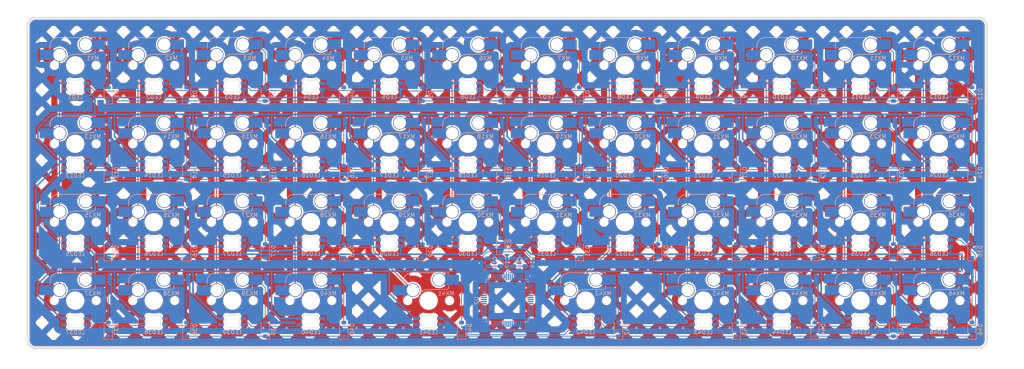
<source format=kicad_pcb>
(kicad_pcb (version 20241229) (generator "pcbnew") (generator_version "9.0")
  (layers (0 "F.Cu" signal) (2 "B.Cu" signal) (13 "F.Paste" user) (15 "B.Paste" user) (5 "F.SilkS" user "F.Silkscreen") (7 "B.SilkS" user "B.Silkscreen") (1 "F.Mask" user) (3 "B.Mask" user) (25 "Edge.Cuts" user))
  (net 0 "")
  (net 1 "D-")
  (net 2 "GND")
  (net 3 "D+")
  (net 4 "+5V")
  (net 5 "+3V3")
  (net 23 "Net-(D1-A)")
  (net 24 "Net-(D2-A)")
  (net 25 "Net-(D3-A)")
  (net 26 "Net-(D4-A)")
  (net 27 "Net-(D5-A)")
  (net 28 "Net-(D6-A)")
  (net 29 "Net-(D7-A)")
  (net 30 "Net-(D8-A)")
  (net 31 "Net-(D9-A)")
  (net 32 "Net-(D10-A)")
  (net 33 "Net-(D11-A)")
  (net 34 "Net-(D12-A)")
  (net 35 "Net-(D13-A)")
  (net 36 "Net-(D14-A)")
  (net 37 "Net-(D15-A)")
  (net 38 "Net-(D16-A)")
  (net 39 "Net-(D17-A)")
  (net 40 "Net-(D18-A)")
  (net 41 "Net-(D19-A)")
  (net 42 "Net-(D20-A)")
  (net 43 "Net-(D21-A)")
  (net 44 "Net-(D22-A)")
  (net 45 "Net-(D23-A)")
  (net 46 "Net-(D24-A)")
  (net 47 "Net-(D25-A)")
  (net 48 "Net-(D26-A)")
  (net 49 "Net-(D27-A)")
  (net 50 "Net-(D28-A)")
  (net 51 "Net-(D29-A)")
  (net 52 "Net-(D30-A)")
  (net 53 "Net-(D31-A)")
  (net 54 "Net-(D32-A)")
  (net 55 "Net-(D33-A)")
  (net 56 "Net-(D34-A)")
  (net 57 "Net-(D35-A)")
  (net 58 "Net-(D36-A)")
  (net 59 "Net-(D37-A)")
  (net 60 "Net-(D38-A)")
  (net 61 "Net-(D39-A)")
  (net 62 "Net-(D40-A)")
  (net 63 "Net-(D41-A)")
  (net 64 "Net-(D42-A)")
  (net 65 "Net-(D43-A)")
  (net 66 "Net-(D44-A)")
  (net 67 "Net-(D45-A)")
  (net 68 "Net-(D46-A)")
  (net 69 "ROW 0")
  (net 70 "ROW 1")
  (net 71 "ROW 2")
  (net 72 "ROW 3")
  (net 73 "COL 0")
  (net 74 "COL 1")
  (net 75 "COL 2")
  (net 76 "COL 3")
  (net 77 "COL 4")
  (net 78 "COL 5")
  (net 79 "COL 6")
  (net 80 "COL 7")
  (net 81 "COL 8")
  (net 82 "COL 9")
  (net 83 "COL 10")
  (net 84 "COL 11")
  (net 125 "BOOT0")
  (net 126 "NRST")
  (net 127 "Net-(LED1-DOUT)")
  (net 128 "RGB 5V")
  (net 129 "Net-(LED2-DOUT)")
  (net 130 "Net-(LED3-DOUT)")
  (net 131 "Net-(LED4-DOUT)")
  (net 132 "Net-(LED5-DOUT)")
  (net 133 "Net-(LED6-DOUT)")
  (net 134 "Net-(LED7-DOUT)")
  (net 135 "Net-(LED8-DOUT)")
  (net 136 "Net-(LED10-DIN)")
  (net 137 "Net-(LED10-DOUT)")
  (net 138 "Net-(LED11-DOUT)")
  (net 139 "Net-(LED12-DOUT)")
  (net 140 "Net-(LED13-DOUT)")
  (net 141 "Net-(LED13-DIN)")
  (net 142 "Net-(LED14-DIN)")
  (net 143 "Net-(LED15-DIN)")
  (net 144 "Net-(LED16-DIN)")
  (net 145 "Net-(LED17-DIN)")
  (net 146 "Net-(LED18-DIN)")
  (net 147 "Net-(LED19-DIN)")
  (net 148 "Net-(LED20-DIN)")
  (net 149 "Net-(LED21-DIN)")
  (net 150 "Net-(LED22-DIN)")
  (net 151 "Net-(LED23-DIN)")
  (net 152 "Net-(LED25-DOUT)")
  (net 153 "Net-(LED26-DOUT)")
  (net 154 "Net-(LED27-DOUT)")
  (net 155 "Net-(LED28-DOUT)")
  (net 156 "Net-(LED29-DOUT)")
  (net 157 "Net-(LED30-DOUT)")
  (net 158 "Net-(LED31-DOUT)")
  (net 159 "Net-(LED32-DOUT)")
  (net 160 "Net-(LED33-DOUT)")
  (net 161 "Net-(LED34-DOUT)")
  (net 162 "Net-(LED35-DOUT)")
  (net 163 "Net-(LED36-DOUT)")
  (net 164 "Net-(LED37-DIN)")
  (net 166 "Net-(LED38-DIN)")
  (net 167 "Net-(LED39-DIN)")
  (net 168 "Net-(LED40-DIN)")
  (net 169 "Net-(LED41-DIN)")
  (net 170 "Net-(LED42-DIN)")
  (net 171 "Net-(LED43-DIN)")
  (net 172 "Net-(LED44-DIN)")
  (net 173 "Net-(LED45-DIN)")
  (footprint "PCM_marbastlib-mx:SW_MX_HS_CPG151101S11_1u" (layer "B.Cu") (at 57.15 57.15 180)
    (property "Reference" "MX14")
    (property "Value" "MX_SW_HS")
  )
  (footprint "Diode_SMD:D_SOD-123" (layer "B.Cu") (at 217.549999 102.25 90)
    (property "Reference" "D44")
    (property "Value" "1N4148W")
  )
  (footprint "PCM_marbastlib-mx:LED_MX_6028R-ROT" (layer "B.Cu") (at 95.25 81.28 180)
    (property "Reference" "LED28")
    (property "Value" "MX_SK6812MINI-E")
    (fp_line (start 1.699999 -0.702843) (end 1.699999 0.702841) (stroke (width 0.1)) (layer "Edge.Cuts"))
    (fp_line (start 0.794452 1.499999) (end -0.794452 1.499999) (stroke (width 0.1)) (layer "Edge.Cuts"))
    (fp_line (start -0.794452 -1.5) (end 0.794453 -1.5) (stroke (width 0.1)) (layer "Edge.Cuts"))
    (fp_line (start -1.699999 0.702841) (end -1.699999 -0.702843) (stroke (width 0.1)) (layer "Edge.Cuts"))
    (fp_arc (start 1.749484 0.919719) (mid 1.712526 0.814067) (end 1.699999 0.702841) (stroke (width 0.1)) (layer "Edge.Cuts"))
    (fp_arc (start 1.749484 0.919718) (mid 1.638073 1.504037) (end 1.046711 1.568298) (stroke (width 0.1)) (layer "Edge.Cuts"))
    (fp_arc (start 1.699999 -0.702844) (mid 1.712536 -0.814066) (end 1.749484 -0.919721) (stroke (width 0.1)) (layer "Edge.Cuts"))
    (fp_arc (start 1.046711 -1.568299) (mid 1.638071 -1.504035) (end 1.749484 -0.919721) (stroke (width 0.1)) (layer "Edge.Cuts"))
    (fp_arc (start 1.046711 -1.568299) (mid 0.925123 -1.517377) (end 0.794453 -1.5) (stroke (width 0.1)) (layer "Edge.Cuts"))
    (fp_arc (start 0.794452 1.499999) (mid 0.925123 1.517376) (end 1.046711 1.568298) (stroke (width 0.1)) (layer "Edge.Cuts"))
    (fp_arc (start -0.794453 -1.500001) (mid -0.925123 -1.517378) (end -1.046711 -1.5683) (stroke (width 0.1)) (layer "Edge.Cuts"))
    (fp_arc (start -1.04671 1.568298) (mid -0.925122 1.517376) (end -0.794452 1.499999) (stroke (width 0.1)) (layer "Edge.Cuts"))
    (fp_arc (start -1.046711 1.568296) (mid -1.63807 1.504033) (end -1.749484 0.919719) (stroke (width 0.1)) (layer "Edge.Cuts"))
    (fp_arc (start -1.699999 0.702842) (mid -1.712527 0.814067) (end -1.749484 0.919719) (stroke (width 0.1)) (layer "Edge.Cuts"))
    (fp_arc (start -1.749484 -0.919721) (mid -1.638071 -1.504036) (end -1.046711 -1.5683) (stroke (width 0.1)) (layer "Edge.Cuts"))
    (fp_arc (start -1.749484 -0.919721) (mid -1.712527 -0.814069) (end -1.699999 -0.702843) (stroke (width 0.1)) (layer "Edge.Cuts"))
  )
  (footprint "PCM_marbastlib-mx:SW_MX_HS_CPG151101S11_1u" (layer "B.Cu") (at 76.2 95.25 180)
    (property "Reference" "MX39")
    (property "Value" "MX_SW_HS")
  )
  (footprint "PCM_marbastlib-mx:SW_MX_HS_CPG151101S11_1u" (layer "B.Cu") (at 228.6 76.2 180)
    (property "Reference" "MX35")
    (property "Value" "MX_SW_HS")
  )
  (footprint "PCM_marbastlib-mx:SW_MX_HS_CPG151101S11_1u" (layer "B.Cu") (at 123.825 95.25 180)
    (property "Reference" "MX41")
    (property "Value" "MX_SW_HS")
  )
  (footprint "Diode_SMD:D_SOD-123" (layer "B.Cu") (at 103.249999 102.25 90)
    (property "Reference" "D40")
    (property "Value" "1N4148W")
  )
  (footprint "PCM_marbastlib-mx:SW_MX_HS_CPG151101S11_1u" (layer "B.Cu") (at 152.4 38.1 180)
    (property "Reference" "MX7")
    (property "Value" "MX_SW_HS")
  )
  (footprint "PCM_marbastlib-mx:LED_MX_6028R" (layer "B.Cu") (at 95.25 62.23 180)
    (property "Reference" "LED16")
    (property "Value" "MX_SK6812MINI-E")
    (fp_line (start 1.699999 -0.702841) (end 1.699999 0.702843) (stroke (width 0.1)) (layer "Edge.Cuts"))
    (fp_line (start 0.794452 1.5) (end -0.794453 1.5) (stroke (width 0.1)) (layer "Edge.Cuts"))
    (fp_line (start -0.794452 -1.499999) (end 0.794452 -1.499999) (stroke (width 0.1)) (layer "Edge.Cuts"))
    (fp_line (start -1.699999 0.702843) (end -1.699999 -0.702841) (stroke (width 0.1)) (layer "Edge.Cuts"))
    (fp_arc (start 1.749484 0.919721) (mid 1.712526 0.814069) (end 1.699999 0.702843) (stroke (width 0.1)) (layer "Edge.Cuts"))
    (fp_arc (start 1.749484 0.919721) (mid 1.638072 1.504036) (end 1.046711 1.5683) (stroke (width 0.1)) (layer "Edge.Cuts"))
    (fp_arc (start 1.699999 -0.702842) (mid 1.712536 -0.814064) (end 1.749484 -0.919719) (stroke (width 0.1)) (layer "Edge.Cuts"))
    (fp_arc (start 1.046711 -1.568296) (mid 1.63807 -1.504033) (end 1.749484 -0.919719) (stroke (width 0.1)) (layer "Edge.Cuts"))
    (fp_arc (start 1.04671 -1.568298) (mid 0.925122 -1.517376) (end 0.794452 -1.499999) (stroke (width 0.1)) (layer "Edge.Cuts"))
    (fp_arc (start 0.794453 1.500001) (mid 0.925123 1.517378) (end 1.046711 1.5683) (stroke (width 0.1)) (layer "Edge.Cuts"))
    (fp_arc (start -0.794452 -1.499999) (mid -0.925123 -1.517376) (end -1.046711 -1.568298) (stroke (width 0.1)) (layer "Edge.Cuts"))
    (fp_arc (start -1.046711 1.568299) (mid -0.925123 1.517377) (end -0.794453 1.5) (stroke (width 0.1)) (layer "Edge.Cuts"))
    (fp_arc (start -1.046711 1.568299) (mid -1.63807 1.504035) (end -1.749484 0.919721) (stroke (width 0.1)) (layer "Edge.Cuts"))
    (fp_arc (start -1.699999 0.702844) (mid -1.712527 0.814069) (end -1.749484 0.919721) (stroke (width 0.1)) (layer "Edge.Cuts"))
    (fp_arc (start -1.749484 -0.919718) (mid -1.638072 -1.504034) (end -1.046711 -1.568298) (stroke (width 0.1)) (layer "Edge.Cuts"))
    (fp_arc (start -1.749484 -0.919719) (mid -1.712527 -0.814067) (end -1.699999 -0.702841) (stroke (width 0.1)) (layer "Edge.Cuts"))
  )
  (footprint "Diode_SMD:D_SOD-123" (layer "B.Cu") (at 122.299999 83.2 90)
    (property "Reference" "D29")
    (property "Value" "1N4148W")
  )
  (footprint "PCM_marbastlib-mx:SW_MX_HS_CPG151101S11_1u" (layer "B.Cu") (at 38.1 76.2 180)
    (property "Reference" "MX25")
    (property "Value" "MX_SW_HS")
  )
  (footprint "PCM_marbastlib-mx:SW_MX_HS_CPG151101S11_1u" (layer "B.Cu") (at 133.35 76.2 180)
    (property "Reference" "MX30")
    (property "Value" "MX_SW_HS")
  )
  (footprint "Diode_SMD:D_SOD-123" (layer "B.Cu") (at 198.499999 64.15 90)
    (property "Reference" "D21")
    (property "Value" "1N4148W")
  )
  (footprint "PCM_marbastlib-mx:LED_MX_6028R" (layer "B.Cu") (at 76.2 100.33 180)
    (property "Reference" "LED39")
    (property "Value" "MX_SK6812MINI-E")
    (fp_line (start 1.699999 -0.702841) (end 1.699999 0.702843) (stroke (width 0.1)) (layer "Edge.Cuts"))
    (fp_line (start 0.794452 1.5) (end -0.794453 1.5) (stroke (width 0.1)) (layer "Edge.Cuts"))
    (fp_line (start -0.794452 -1.499999) (end 0.794452 -1.499999) (stroke (width 0.1)) (layer "Edge.Cuts"))
    (fp_line (start -1.699999 0.702843) (end -1.699999 -0.702841) (stroke (width 0.1)) (layer "Edge.Cuts"))
    (fp_arc (start 1.749484 0.919721) (mid 1.712526 0.814069) (end 1.699999 0.702843) (stroke (width 0.1)) (layer "Edge.Cuts"))
    (fp_arc (start 1.749484 0.919721) (mid 1.638072 1.504036) (end 1.046711 1.5683) (stroke (width 0.1)) (layer "Edge.Cuts"))
    (fp_arc (start 1.699999 -0.702842) (mid 1.712536 -0.814064) (end 1.749484 -0.919719) (stroke (width 0.1)) (layer "Edge.Cuts"))
    (fp_arc (start 1.046711 -1.568296) (mid 1.63807 -1.504033) (end 1.749484 -0.919719) (stroke (width 0.1)) (layer "Edge.Cuts"))
    (fp_arc (start 1.04671 -1.568298) (mid 0.925122 -1.517376) (end 0.794452 -1.499999) (stroke (width 0.1)) (layer "Edge.Cuts"))
    (fp_arc (start 0.794453 1.500001) (mid 0.925123 1.517378) (end 1.046711 1.5683) (stroke (width 0.1)) (layer "Edge.Cuts"))
    (fp_arc (start -0.794452 -1.499999) (mid -0.925123 -1.517376) (end -1.046711 -1.568298) (stroke (width 0.1)) (layer "Edge.Cuts"))
    (fp_arc (start -1.046711 1.568299) (mid -0.925123 1.517377) (end -0.794453 1.5) (stroke (width 0.1)) (layer "Edge.Cuts"))
    (fp_arc (start -1.046711 1.568299) (mid -1.63807 1.504035) (end -1.749484 0.919721) (stroke (width 0.1)) (layer "Edge.Cuts"))
    (fp_arc (start -1.699999 0.702844) (mid -1.712527 0.814069) (end -1.749484 0.919721) (stroke (width 0.1)) (layer "Edge.Cuts"))
    (fp_arc (start -1.749484 -0.919718) (mid -1.638072 -1.504034) (end -1.046711 -1.568298) (stroke (width 0.1)) (layer "Edge.Cuts"))
    (fp_arc (start -1.749484 -0.919719) (mid -1.712527 -0.814067) (end -1.699999 -0.702841) (stroke (width 0.1)) (layer "Edge.Cuts"))
  )
  (footprint "Diode_SMD:D_SOD-123" (layer "B.Cu") (at 255.649999 64.15 90)
    (property "Reference" "D24")
    (property "Value" "1N4148W")
  )
  (footprint "PCM_marbastlib-mx:LED_MX_6028R-ROT" (layer "B.Cu") (at 133.35 43.18 180)
    (property "Reference" "LED6")
    (property "Value" "MX_SK6812MINI-E")
    (fp_line (start 1.699999 -0.702843) (end 1.699999 0.702841) (stroke (width 0.1)) (layer "Edge.Cuts"))
    (fp_line (start 0.794452 1.499999) (end -0.794452 1.499999) (stroke (width 0.1)) (layer "Edge.Cuts"))
    (fp_line (start -0.794452 -1.5) (end 0.794453 -1.5) (stroke (width 0.1)) (layer "Edge.Cuts"))
    (fp_line (start -1.699999 0.702841) (end -1.699999 -0.702843) (stroke (width 0.1)) (layer "Edge.Cuts"))
    (fp_arc (start 1.749484 0.919719) (mid 1.712526 0.814067) (end 1.699999 0.702841) (stroke (width 0.1)) (layer "Edge.Cuts"))
    (fp_arc (start 1.749484 0.919718) (mid 1.638073 1.504037) (end 1.046711 1.568298) (stroke (width 0.1)) (layer "Edge.Cuts"))
    (fp_arc (start 1.699999 -0.702844) (mid 1.712536 -0.814066) (end 1.749484 -0.919721) (stroke (width 0.1)) (layer "Edge.Cuts"))
    (fp_arc (start 1.046711 -1.568299) (mid 1.638071 -1.504035) (end 1.749484 -0.919721) (stroke (width 0.1)) (layer "Edge.Cuts"))
    (fp_arc (start 1.046711 -1.568299) (mid 0.925123 -1.517377) (end 0.794453 -1.5) (stroke (width 0.1)) (layer "Edge.Cuts"))
    (fp_arc (start 0.794452 1.499999) (mid 0.925123 1.517376) (end 1.046711 1.568298) (stroke (width 0.1)) (layer "Edge.Cuts"))
    (fp_arc (start -0.794453 -1.500001) (mid -0.925123 -1.517378) (end -1.046711 -1.5683) (stroke (width 0.1)) (layer "Edge.Cuts"))
    (fp_arc (start -1.04671 1.568298) (mid -0.925122 1.517376) (end -0.794452 1.499999) (stroke (width 0.1)) (layer "Edge.Cuts"))
    (fp_arc (start -1.046711 1.568296) (mid -1.63807 1.504033) (end -1.749484 0.919719) (stroke (width 0.1)) (layer "Edge.Cuts"))
    (fp_arc (start -1.699999 0.702842) (mid -1.712527 0.814067) (end -1.749484 0.919719) (stroke (width 0.1)) (layer "Edge.Cuts"))
    (fp_arc (start -1.749484 -0.919721) (mid -1.638071 -1.504036) (end -1.046711 -1.5683) (stroke (width 0.1)) (layer "Edge.Cuts"))
    (fp_arc (start -1.749484 -0.919721) (mid -1.712527 -0.814069) (end -1.699999 -0.702843) (stroke (width 0.1)) (layer "Edge.Cuts"))
  )
  (footprint "PCM_marbastlib-mx:LED_MX_6028R-ROT" (layer "B.Cu") (at 114.3 43.18 180)
    (property "Reference" "LED5")
    (property "Value" "MX_SK6812MINI-E")
    (fp_line (start 1.699999 -0.702843) (end 1.699999 0.702841) (stroke (width 0.1)) (layer "Edge.Cuts"))
    (fp_line (start 0.794452 1.499999) (end -0.794452 1.499999) (stroke (width 0.1)) (layer "Edge.Cuts"))
    (fp_line (start -0.794452 -1.5) (end 0.794453 -1.5) (stroke (width 0.1)) (layer "Edge.Cuts"))
    (fp_line (start -1.699999 0.702841) (end -1.699999 -0.702843) (stroke (width 0.1)) (layer "Edge.Cuts"))
    (fp_arc (start 1.749484 0.919719) (mid 1.712526 0.814067) (end 1.699999 0.702841) (stroke (width 0.1)) (layer "Edge.Cuts"))
    (fp_arc (start 1.749484 0.919718) (mid 1.638073 1.504037) (end 1.046711 1.568298) (stroke (width 0.1)) (layer "Edge.Cuts"))
    (fp_arc (start 1.699999 -0.702844) (mid 1.712536 -0.814066) (end 1.749484 -0.919721) (stroke (width 0.1)) (layer "Edge.Cuts"))
    (fp_arc (start 1.046711 -1.568299) (mid 1.638071 -1.504035) (end 1.749484 -0.919721) (stroke (width 0.1)) (layer "Edge.Cuts"))
    (fp_arc (start 1.046711 -1.568299) (mid 0.925123 -1.517377) (end 0.794453 -1.5) (stroke (width 0.1)) (layer "Edge.Cuts"))
    (fp_arc (start 0.794452 1.499999) (mid 0.925123 1.517376) (end 1.046711 1.568298) (stroke (width 0.1)) (layer "Edge.Cuts"))
    (fp_arc (start -0.794453 -1.500001) (mid -0.925123 -1.517378) (end -1.046711 -1.5683) (stroke (width 0.1)) (layer "Edge.Cuts"))
    (fp_arc (start -1.04671 1.568298) (mid -0.925122 1.517376) (end -0.794452 1.499999) (stroke (width 0.1)) (layer "Edge.Cuts"))
    (fp_arc (start -1.046711 1.568296) (mid -1.63807 1.504033) (end -1.749484 0.919719) (stroke (width 0.1)) (layer "Edge.Cuts"))
    (fp_arc (start -1.699999 0.702842) (mid -1.712527 0.814067) (end -1.749484 0.919719) (stroke (width 0.1)) (layer "Edge.Cuts"))
    (fp_arc (start -1.749484 -0.919721) (mid -1.638071 -1.504036) (end -1.046711 -1.5683) (stroke (width 0.1)) (layer "Edge.Cuts"))
    (fp_arc (start -1.749484 -0.919721) (mid -1.712527 -0.814069) (end -1.699999 -0.702843) (stroke (width 0.1)) (layer "Edge.Cuts"))
  )
  (footprint "PCM_marbastlib-mx:LED_MX_6028R" (layer "B.Cu") (at 38.1 100.33 180)
    (property "Reference" "LED37")
    (property "Value" "MX_SK6812MINI-E")
    (fp_line (start 1.699999 -0.702841) (end 1.699999 0.702843) (stroke (width 0.1)) (layer "Edge.Cuts"))
    (fp_line (start 0.794452 1.5) (end -0.794453 1.5) (stroke (width 0.1)) (layer "Edge.Cuts"))
    (fp_line (start -0.794452 -1.499999) (end 0.794452 -1.499999) (stroke (width 0.1)) (layer "Edge.Cuts"))
    (fp_line (start -1.699999 0.702843) (end -1.699999 -0.702841) (stroke (width 0.1)) (layer "Edge.Cuts"))
    (fp_arc (start 1.749484 0.919721) (mid 1.712526 0.814069) (end 1.699999 0.702843) (stroke (width 0.1)) (layer "Edge.Cuts"))
    (fp_arc (start 1.749484 0.919721) (mid 1.638072 1.504036) (end 1.046711 1.5683) (stroke (width 0.1)) (layer "Edge.Cuts"))
    (fp_arc (start 1.699999 -0.702842) (mid 1.712536 -0.814064) (end 1.749484 -0.919719) (stroke (width 0.1)) (layer "Edge.Cuts"))
    (fp_arc (start 1.046711 -1.568296) (mid 1.63807 -1.504033) (end 1.749484 -0.919719) (stroke (width 0.1)) (layer "Edge.Cuts"))
    (fp_arc (start 1.04671 -1.568298) (mid 0.925122 -1.517376) (end 0.794452 -1.499999) (stroke (width 0.1)) (layer "Edge.Cuts"))
    (fp_arc (start 0.794453 1.500001) (mid 0.925123 1.517378) (end 1.046711 1.5683) (stroke (width 0.1)) (layer "Edge.Cuts"))
    (fp_arc (start -0.794452 -1.499999) (mid -0.925123 -1.517376) (end -1.046711 -1.568298) (stroke (width 0.1)) (layer "Edge.Cuts"))
    (fp_arc (start -1.046711 1.568299) (mid -0.925123 1.517377) (end -0.794453 1.5) (stroke (width 0.1)) (layer "Edge.Cuts"))
    (fp_arc (start -1.046711 1.568299) (mid -1.63807 1.504035) (end -1.749484 0.919721) (stroke (width 0.1)) (layer "Edge.Cuts"))
    (fp_arc (start -1.699999 0.702844) (mid -1.712527 0.814069) (end -1.749484 0.919721) (stroke (width 0.1)) (layer "Edge.Cuts"))
    (fp_arc (start -1.749484 -0.919718) (mid -1.638072 -1.504034) (end -1.046711 -1.568298) (stroke (width 0.1)) (layer "Edge.Cuts"))
    (fp_arc (start -1.749484 -0.919719) (mid -1.712527 -0.814067) (end -1.699999 -0.702841) (stroke (width 0.1)) (layer "Edge.Cuts"))
  )
  (footprint "Diode_SMD:D_SOD-123" (layer "B.Cu") (at 236.599999 83.2 90)
    (property "Reference" "D35")
    (property "Value" "1N4148W")
  )
  (footprint "Diode_SMD:D_SOD-123" (layer "B.Cu") (at 46.099999 83.2 90)
    (property "Reference" "D25")
    (property "Value" "1N4148W")
  )
  (footprint "Capacitor_SMD:C_0805_2012Metric" (layer "B.Cu") (at 147.3075 85.965625 90)
    (property "Reference" "C14")
    (property "Value" "100n")
  )
  (footprint "Diode_SMD:D_SOD-123" (layer "B.Cu") (at 198.499999 83.2 90)
    (property "Reference" "D33")
    (property "Value" "1N4148W")
  )
  (footprint "PCM_marbastlib-mx:LED_MX_6028R" (layer "B.Cu") (at 76.2 62.23 180)
    (property "Reference" "LED15")
    (property "Value" "MX_SK6812MINI-E")
    (fp_line (start 1.699999 -0.702841) (end 1.699999 0.702843) (stroke (width 0.1)) (layer "Edge.Cuts"))
    (fp_line (start 0.794452 1.5) (end -0.794453 1.5) (stroke (width 0.1)) (layer "Edge.Cuts"))
    (fp_line (start -0.794452 -1.499999) (end 0.794452 -1.499999) (stroke (width 0.1)) (layer "Edge.Cuts"))
    (fp_line (start -1.699999 0.702843) (end -1.699999 -0.702841) (stroke (width 0.1)) (layer "Edge.Cuts"))
    (fp_arc (start 1.749484 0.919721) (mid 1.712526 0.814069) (end 1.699999 0.702843) (stroke (width 0.1)) (layer "Edge.Cuts"))
    (fp_arc (start 1.749484 0.919721) (mid 1.638072 1.504036) (end 1.046711 1.5683) (stroke (width 0.1)) (layer "Edge.Cuts"))
    (fp_arc (start 1.699999 -0.702842) (mid 1.712536 -0.814064) (end 1.749484 -0.919719) (stroke (width 0.1)) (layer "Edge.Cuts"))
    (fp_arc (start 1.046711 -1.568296) (mid 1.63807 -1.504033) (end 1.749484 -0.919719) (stroke (width 0.1)) (layer "Edge.Cuts"))
    (fp_arc (start 1.04671 -1.568298) (mid 0.925122 -1.517376) (end 0.794452 -1.499999) (stroke (width 0.1)) (layer "Edge.Cuts"))
    (fp_arc (start 0.794453 1.500001) (mid 0.925123 1.517378) (end 1.046711 1.5683) (stroke (width 0.1)) (layer "Edge.Cuts"))
    (fp_arc (start -0.794452 -1.499999) (mid -0.925123 -1.517376) (end -1.046711 -1.568298) (stroke (width 0.1)) (layer "Edge.Cuts"))
    (fp_arc (start -1.046711 1.568299) (mid -0.925123 1.517377) (end -0.794453 1.5) (stroke (width 0.1)) (layer "Edge.Cuts"))
    (fp_arc (start -1.046711 1.568299) (mid -1.63807 1.504035) (end -1.749484 0.919721) (stroke (width 0.1)) (layer "Edge.Cuts"))
    (fp_arc (start -1.699999 0.702844) (mid -1.712527 0.814069) (end -1.749484 0.919721) (stroke (width 0.1)) (layer "Edge.Cuts"))
    (fp_arc (start -1.749484 -0.919718) (mid -1.638072 -1.504034) (end -1.046711 -1.568298) (stroke (width 0.1)) (layer "Edge.Cuts"))
    (fp_arc (start -1.749484 -0.919719) (mid -1.712527 -0.814067) (end -1.699999 -0.702841) (stroke (width 0.1)) (layer "Edge.Cuts"))
  )
  (footprint "PCM_marbastlib-mx:LED_MX_6028R" (layer "B.Cu") (at 247.65 62.23 180)
    (property "Reference" "LED24")
    (property "Value" "MX_SK6812MINI-E")
    (fp_line (start 1.699999 -0.702841) (end 1.699999 0.702843) (stroke (width 0.1)) (layer "Edge.Cuts"))
    (fp_line (start 0.794452 1.5) (end -0.794453 1.5) (stroke (width 0.1)) (layer "Edge.Cuts"))
    (fp_line (start -0.794452 -1.499999) (end 0.794452 -1.499999) (stroke (width 0.1)) (layer "Edge.Cuts"))
    (fp_line (start -1.699999 0.702843) (end -1.699999 -0.702841) (stroke (width 0.1)) (layer "Edge.Cuts"))
    (fp_arc (start 1.749484 0.919721) (mid 1.712526 0.814069) (end 1.699999 0.702843) (stroke (width 0.1)) (layer "Edge.Cuts"))
    (fp_arc (start 1.749484 0.919721) (mid 1.638072 1.504036) (end 1.046711 1.5683) (stroke (width 0.1)) (layer "Edge.Cuts"))
    (fp_arc (start 1.699999 -0.702842) (mid 1.712536 -0.814064) (end 1.749484 -0.919719) (stroke (width 0.1)) (layer "Edge.Cuts"))
    (fp_arc (start 1.046711 -1.568296) (mid 1.63807 -1.504033) (end 1.749484 -0.919719) (stroke (width 0.1)) (layer "Edge.Cuts"))
    (fp_arc (start 1.04671 -1.568298) (mid 0.925122 -1.517376) (end 0.794452 -1.499999) (stroke (width 0.1)) (layer "Edge.Cuts"))
    (fp_arc (start 0.794453 1.500001) (mid 0.925123 1.517378) (end 1.046711 1.5683) (stroke (width 0.1)) (layer "Edge.Cuts"))
    (fp_arc (start -0.794452 -1.499999) (mid -0.925123 -1.517376) (end -1.046711 -1.568298) (stroke (width 0.1)) (layer "Edge.Cuts"))
    (fp_arc (start -1.046711 1.568299) (mid -0.925123 1.517377) (end -0.794453 1.5) (stroke (width 0.1)) (layer "Edge.Cuts"))
    (fp_arc (start -1.046711 1.568299) (mid -1.63807 1.504035) (end -1.749484 0.919721) (stroke (width 0.1)) (layer "Edge.Cuts"))
    (fp_arc (start -1.699999 0.702844) (mid -1.712527 0.814069) (end -1.749484 0.919721) (stroke (width 0.1)) (layer "Edge.Cuts"))
    (fp_arc (start -1.749484 -0.919718) (mid -1.638072 -1.504034) (end -1.046711 -1.568298) (stroke (width 0.1)) (layer "Edge.Cuts"))
    (fp_arc (start -1.749484 -0.919719) (mid -1.712527 -0.814067) (end -1.699999 -0.702841) (stroke (width 0.1)) (layer "Edge.Cuts"))
  )
  (footprint "PCM_marbastlib-mx:LED_MX_6028R-ROT" (layer "B.Cu") (at 171.45 81.28 180)
    (property "Reference" "LED32")
    (property "Value" "MX_SK6812MINI-E")
    (fp_line (start 1.699999 -0.702843) (end 1.699999 0.702841) (stroke (width 0.1)) (layer "Edge.Cuts"))
    (fp_line (start 0.794452 1.499999) (end -0.794452 1.499999) (stroke (width 0.1)) (layer "Edge.Cuts"))
    (fp_line (start -0.794452 -1.5) (end 0.794453 -1.5) (stroke (width 0.1)) (layer "Edge.Cuts"))
    (fp_line (start -1.699999 0.702841) (end -1.699999 -0.702843) (stroke (width 0.1)) (layer "Edge.Cuts"))
    (fp_arc (start 1.749484 0.919719) (mid 1.712526 0.814067) (end 1.699999 0.702841) (stroke (width 0.1)) (layer "Edge.Cuts"))
    (fp_arc (start 1.749484 0.919718) (mid 1.638073 1.504037) (end 1.046711 1.568298) (stroke (width 0.1)) (layer "Edge.Cuts"))
    (fp_arc (start 1.699999 -0.702844) (mid 1.712536 -0.814066) (end 1.749484 -0.919721) (stroke (width 0.1)) (layer "Edge.Cuts"))
    (fp_arc (start 1.046711 -1.568299) (mid 1.638071 -1.504035) (end 1.749484 -0.919721) (stroke (width 0.1)) (layer "Edge.Cuts"))
    (fp_arc (start 1.046711 -1.568299) (mid 0.925123 -1.517377) (end 0.794453 -1.5) (stroke (width 0.1)) (layer "Edge.Cuts"))
    (fp_arc (start 0.794452 1.499999) (mid 0.925123 1.517376) (end 1.046711 1.568298) (stroke (width 0.1)) (layer "Edge.Cuts"))
    (fp_arc (start -0.794453 -1.500001) (mid -0.925123 -1.517378) (end -1.046711 -1.5683) (stroke (width 0.1)) (layer "Edge.Cuts"))
    (fp_arc (start -1.04671 1.568298) (mid -0.925122 1.517376) (end -0.794452 1.499999) (stroke (width 0.1)) (layer "Edge.Cuts"))
    (fp_arc (start -1.046711 1.568296) (mid -1.63807 1.504033) (end -1.749484 0.919719) (stroke (width 0.1)) (layer "Edge.Cuts"))
    (fp_arc (start -1.699999 0.702842) (mid -1.712527 0.814067) (end -1.749484 0.919719) (stroke (width 0.1)) (layer "Edge.Cuts"))
    (fp_arc (start -1.749484 -0.919721) (mid -1.638071 -1.504036) (end -1.046711 -1.5683) (stroke (width 0.1)) (layer "Edge.Cuts"))
    (fp_arc (start -1.749484 -0.919721) (mid -1.712527 -0.814069) (end -1.699999 -0.702843) (stroke (width 0.1)) (layer "Edge.Cuts"))
  )
  (footprint "PCM_marbastlib-mx:LED_MX_6028R-ROT" (layer "B.Cu") (at 114.3 81.28 180)
    (property "Reference" "LED29")
    (property "Value" "MX_SK6812MINI-E")
    (fp_line (start 1.699999 -0.702843) (end 1.699999 0.702841) (stroke (width 0.1)) (layer "Edge.Cuts"))
    (fp_line (start 0.794452 1.499999) (end -0.794452 1.499999) (stroke (width 0.1)) (layer "Edge.Cuts"))
    (fp_line (start -0.794452 -1.5) (end 0.794453 -1.5) (stroke (width 0.1)) (layer "Edge.Cuts"))
    (fp_line (start -1.699999 0.702841) (end -1.699999 -0.702843) (stroke (width 0.1)) (layer "Edge.Cuts"))
    (fp_arc (start 1.749484 0.919719) (mid 1.712526 0.814067) (end 1.699999 0.702841) (stroke (width 0.1)) (layer "Edge.Cuts"))
    (fp_arc (start 1.749484 0.919718) (mid 1.638073 1.504037) (end 1.046711 1.568298) (stroke (width 0.1)) (layer "Edge.Cuts"))
    (fp_arc (start 1.699999 -0.702844) (mid 1.712536 -0.814066) (end 1.749484 -0.919721) (stroke (width 0.1)) (layer "Edge.Cuts"))
    (fp_arc (start 1.046711 -1.568299) (mid 1.638071 -1.504035) (end 1.749484 -0.919721) (stroke (width 0.1)) (layer "Edge.Cuts"))
    (fp_arc (start 1.046711 -1.568299) (mid 0.925123 -1.517377) (end 0.794453 -1.5) (stroke (width 0.1)) (layer "Edge.Cuts"))
    (fp_arc (start 0.794452 1.499999) (mid 0.925123 1.517376) (end 1.046711 1.568298) (stroke (width 0.1)) (layer "Edge.Cuts"))
    (fp_arc (start -0.794453 -1.500001) (mid -0.925123 -1.517378) (end -1.046711 -1.5683) (stroke (width 0.1)) (layer "Edge.Cuts"))
    (fp_arc (start -1.04671 1.568298) (mid -0.925122 1.517376) (end -0.794452 1.499999) (stroke (width 0.1)) (layer "Edge.Cuts"))
    (fp_arc (start -1.046711 1.568296) (mid -1.63807 1.504033) (end -1.749484 0.919719) (stroke (width 0.1)) (layer "Edge.Cuts"))
    (fp_arc (start -1.699999 0.702842) (mid -1.712527 0.814067) (end -1.749484 0.919719) (stroke (width 0.1)) (layer "Edge.Cuts"))
    (fp_arc (start -1.749484 -0.919721) (mid -1.638071 -1.504036) (end -1.046711 -1.5683) (stroke (width 0.1)) (layer "Edge.Cuts"))
    (fp_arc (start -1.749484 -0.919721) (mid -1.712527 -0.814069) (end -1.699999 -0.702843) (stroke (width 0.1)) (layer "Edge.Cuts"))
  )
  (footprint "PCM_marbastlib-mx:SW_MX_HS_CPG151101S11_1u" (layer "B.Cu") (at 114.3 57.15 180)
    (property "Reference" "MX17")
    (property "Value" "MX_SW_HS")
  )
  (footprint "Diode_SMD:D_SOD-123" (layer "B.Cu") (at 217.549999 64.15 90)
    (property "Reference" "D22")
    (property "Value" "1N4148W")
  )
  (footprint "PCM_marbastlib-mx:SW_MX_HS_CPG151101S11_1u" (layer "B.Cu") (at 95.25 38.1 180)
    (property "Reference" "MX4")
    (property "Value" "MX_SW_HS")
  )
  (footprint "PCM_marbastlib-mx:SW_MX_HS_CPG151101S11_1u" (layer "B.Cu") (at 171.45 76.2 180)
    (property "Reference" "MX32")
    (property "Value" "MX_SW_HS")
  )
  (footprint "PCM_marbastlib-mx:LED_MX_6028R-ROT" (layer "B.Cu") (at 228.6 81.28 180)
    (property "Reference" "LED35")
    (property "Value" "MX_SK6812MINI-E")
    (fp_line (start 1.699999 -0.702843) (end 1.699999 0.702841) (stroke (width 0.1)) (layer "Edge.Cuts"))
    (fp_line (start 0.794452 1.499999) (end -0.794452 1.499999) (stroke (width 0.1)) (layer "Edge.Cuts"))
    (fp_line (start -0.794452 -1.5) (end 0.794453 -1.5) (stroke (width 0.1)) (layer "Edge.Cuts"))
    (fp_line (start -1.699999 0.702841) (end -1.699999 -0.702843) (stroke (width 0.1)) (layer "Edge.Cuts"))
    (fp_arc (start 1.749484 0.919719) (mid 1.712526 0.814067) (end 1.699999 0.702841) (stroke (width 0.1)) (layer "Edge.Cuts"))
    (fp_arc (start 1.749484 0.919718) (mid 1.638073 1.504037) (end 1.046711 1.568298) (stroke (width 0.1)) (layer "Edge.Cuts"))
    (fp_arc (start 1.699999 -0.702844) (mid 1.712536 -0.814066) (end 1.749484 -0.919721) (stroke (width 0.1)) (layer "Edge.Cuts"))
    (fp_arc (start 1.046711 -1.568299) (mid 1.638071 -1.504035) (end 1.749484 -0.919721) (stroke (width 0.1)) (layer "Edge.Cuts"))
    (fp_arc (start 1.046711 -1.568299) (mid 0.925123 -1.517377) (end 0.794453 -1.5) (stroke (width 0.1)) (layer "Edge.Cuts"))
    (fp_arc (start 0.794452 1.499999) (mid 0.925123 1.517376) (end 1.046711 1.568298) (stroke (width 0.1)) (layer "Edge.Cuts"))
    (fp_arc (start -0.794453 -1.500001) (mid -0.925123 -1.517378) (end -1.046711 -1.5683) (stroke (width 0.1)) (layer "Edge.Cuts"))
    (fp_arc (start -1.04671 1.568298) (mid -0.925122 1.517376) (end -0.794452 1.499999) (stroke (width 0.1)) (layer "Edge.Cuts"))
    (fp_arc (start -1.046711 1.568296) (mid -1.63807 1.504033) (end -1.749484 0.919719) (stroke (width 0.1)) (layer "Edge.Cuts"))
    (fp_arc (start -1.699999 0.702842) (mid -1.712527 0.814067) (end -1.749484 0.919719) (stroke (width 0.1)) (layer "Edge.Cuts"))
    (fp_arc (start -1.749484 -0.919721) (mid -1.638071 -1.504036) (end -1.046711 -1.5683) (stroke (width 0.1)) (layer "Edge.Cuts"))
    (fp_arc (start -1.749484 -0.919721) (mid -1.712527 -0.814069) (end -1.699999 -0.702843) (stroke (width 0.1)) (layer "Edge.Cuts"))
  )
  (footprint "PCM_marbastlib-mx:SW_MX_HS_CPG151101S11_1u" (layer "B.Cu") (at 38.1 38.1 180)
    (property "Reference" "MX1")
    (property "Value" "MX_SW_HS")
  )
  (footprint "PCM_marbastlib-mx:LED_MX_6028R-ROT" (layer "B.Cu") (at 152.4 81.28 180)
    (property "Reference" "LED31")
    (property "Value" "MX_SK6812MINI-E")
    (fp_line (start 1.699999 -0.702843) (end 1.699999 0.702841) (stroke (width 0.1)) (layer "Edge.Cuts"))
    (fp_line (start 0.794452 1.499999) (end -0.794452 1.499999) (stroke (width 0.1)) (layer "Edge.Cuts"))
    (fp_line (start -0.794452 -1.5) (end 0.794453 -1.5) (stroke (width 0.1)) (layer "Edge.Cuts"))
    (fp_line (start -1.699999 0.702841) (end -1.699999 -0.702843) (stroke (width 0.1)) (layer "Edge.Cuts"))
    (fp_arc (start 1.749484 0.919719) (mid 1.712526 0.814067) (end 1.699999 0.702841) (stroke (width 0.1)) (layer "Edge.Cuts"))
    (fp_arc (start 1.749484 0.919718) (mid 1.638073 1.504037) (end 1.046711 1.568298) (stroke (width 0.1)) (layer "Edge.Cuts"))
    (fp_arc (start 1.699999 -0.702844) (mid 1.712536 -0.814066) (end 1.749484 -0.919721) (stroke (width 0.1)) (layer "Edge.Cuts"))
    (fp_arc (start 1.046711 -1.568299) (mid 1.638071 -1.504035) (end 1.749484 -0.919721) (stroke (width 0.1)) (layer "Edge.Cuts"))
    (fp_arc (start 1.046711 -1.568299) (mid 0.925123 -1.517377) (end 0.794453 -1.5) (stroke (width 0.1)) (layer "Edge.Cuts"))
    (fp_arc (start 0.794452 1.499999) (mid 0.925123 1.517376) (end 1.046711 1.568298) (stroke (width 0.1)) (layer "Edge.Cuts"))
    (fp_arc (start -0.794453 -1.500001) (mid -0.925123 -1.517378) (end -1.046711 -1.5683) (stroke (width 0.1)) (layer "Edge.Cuts"))
    (fp_arc (start -1.04671 1.568298) (mid -0.925122 1.517376) (end -0.794452 1.499999) (stroke (width 0.1)) (layer "Edge.Cuts"))
    (fp_arc (start -1.046711 1.568296) (mid -1.63807 1.504033) (end -1.749484 0.919719) (stroke (width 0.1)) (layer "Edge.Cuts"))
    (fp_arc (start -1.699999 0.702842) (mid -1.712527 0.814067) (end -1.749484 0.919719) (stroke (width 0.1)) (layer "Edge.Cuts"))
    (fp_arc (start -1.749484 -0.919721) (mid -1.638071 -1.504036) (end -1.046711 -1.5683) (stroke (width 0.1)) (layer "Edge.Cuts"))
    (fp_arc (start -1.749484 -0.919721) (mid -1.712527 -0.814069) (end -1.699999 -0.702843) (stroke (width 0.1)) (layer "Edge.Cuts"))
  )
  (footprint "Diode_SMD:D_SOD-123" (layer "B.Cu") (at 236.599999 64.15 90)
    (property "Reference" "D23")
    (property "Value" "1N4148W")
  )
  (footprint "PCM_marbastlib-mx:SW_MX_HS_CPG151101S11_1u" (layer "B.Cu") (at 171.45 57.15 180)
    (property "Reference" "MX20")
    (property "Value" "MX_SW_HS")
  )
  (footprint "PCM_marbastlib-mx:SW_MX_HS_CPG151101S11_1u" (layer "B.Cu") (at 57.15 76.2 180)
    (property "Reference" "MX26")
    (property "Value" "MX_SW_HS")
  )
  (footprint "Diode_SMD:D_SOD-123" (layer "B.Cu") (at 84.199999 45.1 90)
    (property "Reference" "D3")
    (property "Value" "1N4148W")
  )
  (footprint "Diode_SMD:D_SOD-123" (layer "B.Cu") (at 65.149999 83.2 90)
    (property "Reference" "D26")
    (property "Value" "1N4148W")
  )
  (footprint "Diode_SMD:D_SOD-123" (layer "B.Cu") (at 160.399999 45.1 90)
    (property "Reference" "D7")
    (property "Value" "1N4148W")
  )
  (footprint "Capacitor_SMD:C_0805_2012Metric" (layer "B.Cu") (at 141.287499 85.965625 90)
    (property "Reference" "C17")
    (property "Value" "4.7u")
  )
  (footprint "Diode_SMD:D_SOD-123" (layer "B.Cu") (at 179.449999 64.15 90)
    (property "Reference" "D20")
    (property "Value" "1N4148W")
  )
  (footprint "PCM_marbastlib-mx:LED_MX_6028R-ROT" (layer "B.Cu") (at 76.2 81.28 180)
    (property "Reference" "LED27")
    (property "Value" "MX_SK6812MINI-E")
    (fp_line (start 1.699999 -0.702843) (end 1.699999 0.702841) (stroke (width 0.1)) (layer "Edge.Cuts"))
    (fp_line (start 0.794452 1.499999) (end -0.794452 1.499999) (stroke (width 0.1)) (layer "Edge.Cuts"))
    (fp_line (start -0.794452 -1.5) (end 0.794453 -1.5) (stroke (width 0.1)) (layer "Edge.Cuts"))
    (fp_line (start -1.699999 0.702841) (end -1.699999 -0.702843) (stroke (width 0.1)) (layer "Edge.Cuts"))
    (fp_arc (start 1.749484 0.919719) (mid 1.712526 0.814067) (end 1.699999 0.702841) (stroke (width 0.1)) (layer "Edge.Cuts"))
    (fp_arc (start 1.749484 0.919718) (mid 1.638073 1.504037) (end 1.046711 1.568298) (stroke (width 0.1)) (layer "Edge.Cuts"))
    (fp_arc (start 1.699999 -0.702844) (mid 1.712536 -0.814066) (end 1.749484 -0.919721) (stroke (width 0.1)) (layer "Edge.Cuts"))
    (fp_arc (start 1.046711 -1.568299) (mid 1.638071 -1.504035) (end 1.749484 -0.919721) (stroke (width 0.1)) (layer "Edge.Cuts"))
    (fp_arc (start 1.046711 -1.568299) (mid 0.925123 -1.517377) (end 0.794453 -1.5) (stroke (width 0.1)) (layer "Edge.Cuts"))
    (fp_arc (start 0.794452 1.499999) (mid 0.925123 1.517376) (end 1.046711 1.568298) (stroke (width 0.1)) (layer "Edge.Cuts"))
    (fp_arc (start -0.794453 -1.500001) (mid -0.925123 -1.517378) (end -1.046711 -1.5683) (stroke (width 0.1)) (layer "Edge.Cuts"))
    (fp_arc (start -1.04671 1.568298) (mid -0.925122 1.517376) (end -0.794452 1.499999) (stroke (width 0.1)) (layer "Edge.Cuts"))
    (fp_arc (start -1.046711 1.568296) (mid -1.63807 1.504033) (end -1.749484 0.919719) (stroke (width 0.1)) (layer "Edge.Cuts"))
    (fp_arc (start -1.699999 0.702842) (mid -1.712527 0.814067) (end -1.749484 0.919719) (stroke (width 0.1)) (layer "Edge.Cuts"))
    (fp_arc (start -1.749484 -0.919721) (mid -1.638071 -1.504036) (end -1.046711 -1.5683) (stroke (width 0.1)) (layer "Edge.Cuts"))
    (fp_arc (start -1.749484 -0.919721) (mid -1.712527 -0.814069) (end -1.699999 -0.702843) (stroke (width 0.1)) (layer "Edge.Cuts"))
  )
  (footprint "PCM_marbastlib-mx:SW_MX_HS_CPG151101S11_1u" (layer "B.Cu") (at 38.1 95.25 180)
    (property "Reference" "MX37")
    (property "Value" "MX_SW_HS")
  )
  (footprint "Diode_SMD:D_SOD-123" (layer "B.Cu") (at 103.249999 64.15 90)
    (property "Reference" "D16")
    (property "Value" "1N4148W")
  )
  (footprint "Diode_SMD:D_SOD-123" (layer "B.Cu") (at 160.399999 83.2 90)
    (property "Reference" "D31")
    (property "Value" "1N4148W")
  )
  (footprint "PCM_marbastlib-mx:LED_MX_6028R" (layer "B.Cu") (at 133.35 62.23 180)
    (property "Reference" "LED18")
    (property "Value" "MX_SK6812MINI-E")
    (fp_line (start 1.699999 -0.702841) (end 1.699999 0.702843) (stroke (width 0.1)) (layer "Edge.Cuts"))
    (fp_line (start 0.794452 1.5) (end -0.794453 1.5) (stroke (width 0.1)) (layer "Edge.Cuts"))
    (fp_line (start -0.794452 -1.499999) (end 0.794452 -1.499999) (stroke (width 0.1)) (layer "Edge.Cuts"))
    (fp_line (start -1.699999 0.702843) (end -1.699999 -0.702841) (stroke (width 0.1)) (layer "Edge.Cuts"))
    (fp_arc (start 1.749484 0.919721) (mid 1.712526 0.814069) (end 1.699999 0.702843) (stroke (width 0.1)) (layer "Edge.Cuts"))
    (fp_arc (start 1.749484 0.919721) (mid 1.638072 1.504036) (end 1.046711 1.5683) (stroke (width 0.1)) (layer "Edge.Cuts"))
    (fp_arc (start 1.699999 -0.702842) (mid 1.712536 -0.814064) (end 1.749484 -0.919719) (stroke (width 0.1)) (layer "Edge.Cuts"))
    (fp_arc (start 1.046711 -1.568296) (mid 1.63807 -1.504033) (end 1.749484 -0.919719) (stroke (width 0.1)) (layer "Edge.Cuts"))
    (fp_arc (start 1.04671 -1.568298) (mid 0.925122 -1.517376) (end 0.794452 -1.499999) (stroke (width 0.1)) (layer "Edge.Cuts"))
    (fp_arc (start 0.794453 1.500001) (mid 0.925123 1.517378) (end 1.046711 1.5683) (stroke (width 0.1)) (layer "Edge.Cuts"))
    (fp_arc (start -0.794452 -1.499999) (mid -0.925123 -1.517376) (end -1.046711 -1.568298) (stroke (width 0.1)) (layer "Edge.Cuts"))
    (fp_arc (start -1.046711 1.568299) (mid -0.925123 1.517377) (end -0.794453 1.5) (stroke (width 0.1)) (layer "Edge.Cuts"))
    (fp_arc (start -1.046711 1.568299) (mid -1.63807 1.504035) (end -1.749484 0.919721) (stroke (width 0.1)) (layer "Edge.Cuts"))
    (fp_arc (start -1.699999 0.702844) (mid -1.712527 0.814069) (end -1.749484 0.919721) (stroke (width 0.1)) (layer "Edge.Cuts"))
    (fp_arc (start -1.749484 -0.919718) (mid -1.638072 -1.504034) (end -1.046711 -1.568298) (stroke (width 0.1)) (layer "Edge.Cuts"))
    (fp_arc (start -1.749484 -0.919719) (mid -1.712527 -0.814067) (end -1.699999 -0.702841) (stroke (width 0.1)) (layer "Edge.Cuts"))
  )
  (footprint "Diode_SMD:D_SOD-123" (layer "B.Cu") (at 255.649999 83.2 90)
    (property "Reference" "D36")
    (property "Value" "1N4148W")
  )
  (footprint "PCM_marbastlib-mx:SW_MX_HS_CPG151101S11_1u" (layer "B.Cu") (at 152.4 57.15 180)
    (property "Reference" "MX19")
    (property "Value" "MX_SW_HS")
  )
  (footprint "PCM_marbastlib-mx:LED_MX_6028R-ROT" (layer "B.Cu") (at 209.55 43.18 180)
    (property "Reference" "LED10")
    (property "Value" "MX_SK6812MINI-E")
    (fp_line (start 1.699999 -0.702843) (end 1.699999 0.702841) (stroke (width 0.1)) (layer "Edge.Cuts"))
    (fp_line (start 0.794452 1.499999) (end -0.794452 1.499999) (stroke (width 0.1)) (layer "Edge.Cuts"))
    (fp_line (start -0.794452 -1.5) (end 0.794453 -1.5) (stroke (width 0.1)) (layer "Edge.Cuts"))
    (fp_line (start -1.699999 0.702841) (end -1.699999 -0.702843) (stroke (width 0.1)) (layer "Edge.Cuts"))
    (fp_arc (start 1.749484 0.919719) (mid 1.712526 0.814067) (end 1.699999 0.702841) (stroke (width 0.1)) (layer "Edge.Cuts"))
    (fp_arc (start 1.749484 0.919718) (mid 1.638073 1.504037) (end 1.046711 1.568298) (stroke (width 0.1)) (layer "Edge.Cuts"))
    (fp_arc (start 1.699999 -0.702844) (mid 1.712536 -0.814066) (end 1.749484 -0.919721) (stroke (width 0.1)) (layer "Edge.Cuts"))
    (fp_arc (start 1.046711 -1.568299) (mid 1.638071 -1.504035) (end 1.749484 -0.919721) (stroke (width 0.1)) (layer "Edge.Cuts"))
    (fp_arc (start 1.046711 -1.568299) (mid 0.925123 -1.517377) (end 0.794453 -1.5) (stroke (width 0.1)) (layer "Edge.Cuts"))
    (fp_arc (start 0.794452 1.499999) (mid 0.925123 1.517376) (end 1.046711 1.568298) (stroke (width 0.1)) (layer "Edge.Cuts"))
    (fp_arc (start -0.794453 -1.500001) (mid -0.925123 -1.517378) (end -1.046711 -1.5683) (stroke (width 0.1)) (layer "Edge.Cuts"))
    (fp_arc (start -1.04671 1.568298) (mid -0.925122 1.517376) (end -0.794452 1.499999) (stroke (width 0.1)) (layer "Edge.Cuts"))
    (fp_arc (start -1.046711 1.568296) (mid -1.63807 1.504033) (end -1.749484 0.919719) (stroke (width 0.1)) (layer "Edge.Cuts"))
    (fp_arc (start -1.699999 0.702842) (mid -1.712527 0.814067) (end -1.749484 0.919719) (stroke (width 0.1)) (layer "Edge.Cuts"))
    (fp_arc (start -1.749484 -0.919721) (mid -1.638071 -1.504036) (end -1.046711 -1.5683) (stroke (width 0.1)) (layer "Edge.Cuts"))
    (fp_arc (start -1.749484 -0.919721) (mid -1.712527 -0.814069) (end -1.699999 -0.702843) (stroke (width 0.1)) (layer "Edge.Cuts"))
  )
  (footprint "Diode_SMD:D_SOD-123" (layer "B.Cu") (at 198.499999 45.1 90)
    (property "Reference" "D9")
    (property "Value" "1N4148W")
  )
  (footprint "Diode_SMD:D_SOD-123" (layer "B.Cu") (at 179.449999 45.1 90)
    (property "Reference" "D8")
    (property "Value" "1N4148W")
  )
  (footprint "PCM_marbastlib-mx:LED_MX_6028R-ROT" (layer "B.Cu") (at 57.15 81.28 180)
    (property "Reference" "LED26")
    (property "Value" "MX_SK6812MINI-E")
    (fp_line (start 1.699999 -0.702843) (end 1.699999 0.702841) (stroke (width 0.1)) (layer "Edge.Cuts"))
    (fp_line (start 0.794452 1.499999) (end -0.794452 1.499999) (stroke (width 0.1)) (layer "Edge.Cuts"))
    (fp_line (start -0.794452 -1.5) (end 0.794453 -1.5) (stroke (width 0.1)) (layer "Edge.Cuts"))
    (fp_line (start -1.699999 0.702841) (end -1.699999 -0.702843) (stroke (width 0.1)) (layer "Edge.Cuts"))
    (fp_arc (start 1.749484 0.919719) (mid 1.712526 0.814067) (end 1.699999 0.702841) (stroke (width 0.1)) (layer "Edge.Cuts"))
    (fp_arc (start 1.749484 0.919718) (mid 1.638073 1.504037) (end 1.046711 1.568298) (stroke (width 0.1)) (layer "Edge.Cuts"))
    (fp_arc (start 1.699999 -0.702844) (mid 1.712536 -0.814066) (end 1.749484 -0.919721) (stroke (width 0.1)) (layer "Edge.Cuts"))
    (fp_arc (start 1.046711 -1.568299) (mid 1.638071 -1.504035) (end 1.749484 -0.919721) (stroke (width 0.1)) (layer "Edge.Cuts"))
    (fp_arc (start 1.046711 -1.568299) (mid 0.925123 -1.517377) (end 0.794453 -1.5) (stroke (width 0.1)) (layer "Edge.Cuts"))
    (fp_arc (start 0.794452 1.499999) (mid 0.925123 1.517376) (end 1.046711 1.568298) (stroke (width 0.1)) (layer "Edge.Cuts"))
    (fp_arc (start -0.794453 -1.500001) (mid -0.925123 -1.517378) (end -1.046711 -1.5683) (stroke (width 0.1)) (layer "Edge.Cuts"))
    (fp_arc (start -1.04671 1.568298) (mid -0.925122 1.517376) (end -0.794452 1.499999) (stroke (width 0.1)) (layer "Edge.Cuts"))
    (fp_arc (start -1.046711 1.568296) (mid -1.63807 1.504033) (end -1.749484 0.919719) (stroke (width 0.1)) (layer "Edge.Cuts"))
    (fp_arc (start -1.699999 0.702842) (mid -1.712527 0.814067) (end -1.749484 0.919719) (stroke (width 0.1)) (layer "Edge.Cuts"))
    (fp_arc (start -1.749484 -0.919721) (mid -1.638071 -1.504036) (end -1.046711 -1.5683) (stroke (width 0.1)) (layer "Edge.Cuts"))
    (fp_arc (start -1.749484 -0.919721) (mid -1.712527 -0.814069) (end -1.699999 -0.702843) (stroke (width 0.1)) (layer "Edge.Cuts"))
  )
  (footprint "Diode_SMD:D_SOD-123" (layer "B.Cu") (at 198.499999 102.25 90)
    (property "Reference" "D43")
    (property "Value" "1N4148W")
  )
  (footprint "PCM_marbastlib-mx:SW_MX_HS_CPG151101S11_1u" (layer "B.Cu") (at 76.2 38.1 180)
    (property "Reference" "MX3")
    (property "Value" "MX_SW_HS")
  )
  (footprint "PCM_marbastlib-mx:LED_MX_6028R" (layer "B.Cu") (at 190.5 62.23 180)
    (property "Reference" "LED21")
    (property "Value" "MX_SK6812MINI-E")
    (fp_line (start 1.699999 -0.702841) (end 1.699999 0.702843) (stroke (width 0.1)) (layer "Edge.Cuts"))
    (fp_line (start 0.794452 1.5) (end -0.794453 1.5) (stroke (width 0.1)) (layer "Edge.Cuts"))
    (fp_line (start -0.794452 -1.499999) (end 0.794452 -1.499999) (stroke (width 0.1)) (layer "Edge.Cuts"))
    (fp_line (start -1.699999 0.702843) (end -1.699999 -0.702841) (stroke (width 0.1)) (layer "Edge.Cuts"))
    (fp_arc (start 1.749484 0.919721) (mid 1.712526 0.814069) (end 1.699999 0.702843) (stroke (width 0.1)) (layer "Edge.Cuts"))
    (fp_arc (start 1.749484 0.919721) (mid 1.638072 1.504036) (end 1.046711 1.5683) (stroke (width 0.1)) (layer "Edge.Cuts"))
    (fp_arc (start 1.699999 -0.702842) (mid 1.712536 -0.814064) (end 1.749484 -0.919719) (stroke (width 0.1)) (layer "Edge.Cuts"))
    (fp_arc (start 1.046711 -1.568296) (mid 1.63807 -1.504033) (end 1.749484 -0.919719) (stroke (width 0.1)) (layer "Edge.Cuts"))
    (fp_arc (start 1.04671 -1.568298) (mid 0.925122 -1.517376) (end 0.794452 -1.499999) (stroke (width 0.1)) (layer "Edge.Cuts"))
    (fp_arc (start 0.794453 1.500001) (mid 0.925123 1.517378) (end 1.046711 1.5683) (stroke (width 0.1)) (layer "Edge.Cuts"))
    (fp_arc (start -0.794452 -1.499999) (mid -0.925123 -1.517376) (end -1.046711 -1.568298) (stroke (width 0.1)) (layer "Edge.Cuts"))
    (fp_arc (start -1.046711 1.568299) (mid -0.925123 1.517377) (end -0.794453 1.5) (stroke (width 0.1)) (layer "Edge.Cuts"))
    (fp_arc (start -1.046711 1.568299) (mid -1.63807 1.504035) (end -1.749484 0.919721) (stroke (width 0.1)) (layer "Edge.Cuts"))
    (fp_arc (start -1.699999 0.702844) (mid -1.712527 0.814069) (end -1.749484 0.919721) (stroke (width 0.1)) (layer "Edge.Cuts"))
    (fp_arc (start -1.749484 -0.919718) (mid -1.638072 -1.504034) (end -1.046711 -1.568298) (stroke (width 0.1)) (layer "Edge.Cuts"))
    (fp_arc (start -1.749484 -0.919719) (mid -1.712527 -0.814067) (end -1.699999 -0.702841) (stroke (width 0.1)) (layer "Edge.Cuts"))
  )
  (footprint "PCM_marbastlib-mx:SW_MX_HS_CPG151101S11_1u" (layer "B.Cu") (at 247.65 38.1 180)
    (property "Reference" "MX12")
    (property "Value" "MX_SW_HS")
  )
  (footprint "Diode_SMD:D_SOD-123" (layer "B.Cu") (at 160.399999 64.15 90)
    (property "Reference" "D19")
    (property "Value" "1N4148W")
  )
  (footprint "PCM_marbastlib-mx:LED_MX_6028R" (layer "B.Cu") (at 152.4 62.23 180)
    (property "Reference" "LED19")
    (property "Value" "MX_SK6812MINI-E")
    (fp_line (start 1.699999 -0.702841) (end 1.699999 0.702843) (stroke (width 0.1)) (layer "Edge.Cuts"))
    (fp_line (start 0.794452 1.5) (end -0.794453 1.5) (stroke (width 0.1)) (layer "Edge.Cuts"))
    (fp_line (start -0.794452 -1.499999) (end 0.794452 -1.499999) (stroke (width 0.1)) (layer "Edge.Cuts"))
    (fp_line (start -1.699999 0.702843) (end -1.699999 -0.702841) (stroke (width 0.1)) (layer "Edge.Cuts"))
    (fp_arc (start 1.749484 0.919721) (mid 1.712526 0.814069) (end 1.699999 0.702843) (stroke (width 0.1)) (layer "Edge.Cuts"))
    (fp_arc (start 1.749484 0.919721) (mid 1.638072 1.504036) (end 1.046711 1.5683) (stroke (width 0.1)) (layer "Edge.Cuts"))
    (fp_arc (start 1.699999 -0.702842) (mid 1.712536 -0.814064) (end 1.749484 -0.919719) (stroke (width 0.1)) (layer "Edge.Cuts"))
    (fp_arc (start 1.046711 -1.568296) (mid 1.63807 -1.504033) (end 1.749484 -0.919719) (stroke (width 0.1)) (layer "Edge.Cuts"))
    (fp_arc (start 1.04671 -1.568298) (mid 0.925122 -1.517376) (end 0.794452 -1.499999) (stroke (width 0.1)) (layer "Edge.Cuts"))
    (fp_arc (start 0.794453 1.500001) (mid 0.925123 1.517378) (end 1.046711 1.5683) (stroke (width 0.1)) (layer "Edge.Cuts"))
    (fp_arc (start -0.794452 -1.499999) (mid -0.925123 -1.517376) (end -1.046711 -1.568298) (stroke (width 0.1)) (layer "Edge.Cuts"))
    (fp_arc (start -1.046711 1.568299) (mid -0.925123 1.517377) (end -0.794453 1.5) (stroke (width 0.1)) (layer "Edge.Cuts"))
    (fp_arc (start -1.046711 1.568299) (mid -1.63807 1.504035) (end -1.749484 0.919721) (stroke (width 0.1)) (layer "Edge.Cuts"))
    (fp_arc (start -1.699999 0.702844) (mid -1.712527 0.814069) (end -1.749484 0.919721) (stroke (width 0.1)) (layer "Edge.Cuts"))
    (fp_arc (start -1.749484 -0.919718) (mid -1.638072 -1.504034) (end -1.046711 -1.568298) (stroke (width 0.1)) (layer "Edge.Cuts"))
    (fp_arc (start -1.749484 -0.919719) (mid -1.712527 -0.814067) (end -1.699999 -0.702841) (stroke (width 0.1)) (layer "Edge.Cuts"))
  )
  (footprint "PCM_marbastlib-mx:LED_MX_6028R" (layer "B.Cu") (at 228.6 62.23 180)
    (property "Reference" "LED23")
    (property "Value" "MX_SK6812MINI-E")
    (fp_line (start 1.699999 -0.702841) (end 1.699999 0.702843) (stroke (width 0.1)) (layer "Edge.Cuts"))
    (fp_line (start 0.794452 1.5) (end -0.794453 1.5) (stroke (width 0.1)) (layer "Edge.Cuts"))
    (fp_line (start -0.794452 -1.499999) (end 0.794452 -1.499999) (stroke (width 0.1)) (layer "Edge.Cuts"))
    (fp_line (start -1.699999 0.702843) (end -1.699999 -0.702841) (stroke (width 0.1)) (layer "Edge.Cuts"))
    (fp_arc (start 1.749484 0.919721) (mid 1.712526 0.814069) (end 1.699999 0.702843) (stroke (width 0.1)) (layer "Edge.Cuts"))
    (fp_arc (start 1.749484 0.919721) (mid 1.638072 1.504036) (end 1.046711 1.5683) (stroke (width 0.1)) (layer "Edge.Cuts"))
    (fp_arc (start 1.699999 -0.702842) (mid 1.712536 -0.814064) (end 1.749484 -0.919719) (stroke (width 0.1)) (layer "Edge.Cuts"))
    (fp_arc (start 1.046711 -1.568296) (mid 1.63807 -1.504033) (end 1.749484 -0.919719) (stroke (width 0.1)) (layer "Edge.Cuts"))
    (fp_arc (start 1.04671 -1.568298) (mid 0.925122 -1.517376) (end 0.794452 -1.499999) (stroke (width 0.1)) (layer "Edge.Cuts"))
    (fp_arc (start 0.794453 1.500001) (mid 0.925123 1.517378) (end 1.046711 1.5683) (stroke (width 0.1)) (layer "Edge.Cuts"))
    (fp_arc (start -0.794452 -1.499999) (mid -0.925123 -1.517376) (end -1.046711 -1.568298) (stroke (width 0.1)) (layer "Edge.Cuts"))
    (fp_arc (start -1.046711 1.568299) (mid -0.925123 1.517377) (end -0.794453 1.5) (stroke (width 0.1)) (layer "Edge.Cuts"))
    (fp_arc (start -1.046711 1.568299) (mid -1.63807 1.504035) (end -1.749484 0.919721) (stroke (width 0.1)) (layer "Edge.Cuts"))
    (fp_arc (start -1.699999 0.702844) (mid -1.712527 0.814069) (end -1.749484 0.919721) (stroke (width 0.1)) (layer "Edge.Cuts"))
    (fp_arc (start -1.749484 -0.919718) (mid -1.638072 -1.504034) (end -1.046711 -1.568298) (stroke (width 0.1)) (layer "Edge.Cuts"))
    (fp_arc (start -1.749484 -0.919719) (mid -1.712527 -0.814067) (end -1.699999 -0.702841) (stroke (width 0.1)) (layer "Edge.Cuts"))
  )
  (footprint "PCM_marbastlib-mx:SW_MX_HS_CPG151101S11_1u" (layer "B.Cu") (at 209.55 76.2 180)
    (property "Reference" "MX34")
    (property "Value" "MX_SW_HS")
  )
  (footprint "PCM_marbastlib-mx:SW_MX_HS_CPG151101S11_1u" (layer "B.Cu") (at 76.2 76.2 180)
    (property "Reference" "MX27")
    (property "Value" "MX_SW_HS")
  )
  (footprint "Diode_SMD:D_SOD-123" (layer "B.Cu") (at 122.299999 45.1 90)
    (property "Reference" "D5")
    (property "Value" "1N4148W")
  )
  (footprint "PCM_marbastlib-mx:LED_MX_6028R" (layer "B.Cu") (at 247.65 100.33 180)
    (property "Reference" "LED46")
    (property "Value" "MX_SK6812MINI-E")
    (fp_line (start 1.699999 -0.702841) (end 1.699999 0.702843) (stroke (width 0.1)) (layer "Edge.Cuts"))
    (fp_line (start 0.794452 1.5) (end -0.794453 1.5) (stroke (width 0.1)) (layer "Edge.Cuts"))
    (fp_line (start -0.794452 -1.499999) (end 0.794452 -1.499999) (stroke (width 0.1)) (layer "Edge.Cuts"))
    (fp_line (start -1.699999 0.702843) (end -1.699999 -0.702841) (stroke (width 0.1)) (layer "Edge.Cuts"))
    (fp_arc (start 1.749484 0.919721) (mid 1.712526 0.814069) (end 1.699999 0.702843) (stroke (width 0.1)) (layer "Edge.Cuts"))
    (fp_arc (start 1.749484 0.919721) (mid 1.638072 1.504036) (end 1.046711 1.5683) (stroke (width 0.1)) (layer "Edge.Cuts"))
    (fp_arc (start 1.699999 -0.702842) (mid 1.712536 -0.814064) (end 1.749484 -0.919719) (stroke (width 0.1)) (layer "Edge.Cuts"))
    (fp_arc (start 1.046711 -1.568296) (mid 1.63807 -1.504033) (end 1.749484 -0.919719) (stroke (width 0.1)) (layer "Edge.Cuts"))
    (fp_arc (start 1.04671 -1.568298) (mid 0.925122 -1.517376) (end 0.794452 -1.499999) (stroke (width 0.1)) (layer "Edge.Cuts"))
    (fp_arc (start 0.794453 1.500001) (mid 0.925123 1.517378) (end 1.046711 1.5683) (stroke (width 0.1)) (layer "Edge.Cuts"))
    (fp_arc (start -0.794452 -1.499999) (mid -0.925123 -1.517376) (end -1.046711 -1.568298) (stroke (width 0.1)) (layer "Edge.Cuts"))
    (fp_arc (start -1.046711 1.568299) (mid -0.925123 1.517377) (end -0.794453 1.5) (stroke (width 0.1)) (layer "Edge.Cuts"))
    (fp_arc (start -1.046711 1.568299) (mid -1.63807 1.504035) (end -1.749484 0.919721) (stroke (width 0.1)) (layer "Edge.Cuts"))
    (fp_arc (start -1.699999 0.702844) (mid -1.712527 0.814069) (end -1.749484 0.919721) (stroke (width 0.1)) (layer "Edge.Cuts"))
    (fp_arc (start -1.749484 -0.919718) (mid -1.638072 -1.504034) (end -1.046711 -1.568298) (stroke (width 0.1)) (layer "Edge.Cuts"))
    (fp_arc (start -1.749484 -0.919719) (mid -1.712527 -0.814067) (end -1.699999 -0.702841) (stroke (width 0.1)) (layer "Edge.Cuts"))
  )
  (footprint "PCM_marbastlib-mx:SW_MX_HS_CPG151101S11_1u" (layer "B.Cu") (at 228.6 57.15 180)
    (property "Reference" "MX23")
    (property "Value" "MX_SW_HS")
  )
  (footprint "Diode_SMD:D_SOD-123" (layer "B.Cu") (at 217.549999 45.1 90)
    (property "Reference" "D10")
    (property "Value" "1N4148W")
  )
  (footprint "Diode_SMD:D_SOD-123" (layer "B.Cu") (at 122.299999 64.15 90)
    (property "Reference" "D17")
    (property "Value" "1N4148W")
  )
  (footprint "PCM_marbastlib-mx:SW_MX_HS_CPG151101S11_1u" (layer "B.Cu") (at 190.5 76.2 180)
    (property "Reference" "MX33")
    (property "Value" "MX_SW_HS")
  )
  (footprint "PCM_marbastlib-mx:LED_MX_6028R" (layer "B.Cu") (at 228.6 100.33 180)
    (property "Reference" "LED45")
    (property "Value" "MX_SK6812MINI-E")
    (fp_line (start 1.699999 -0.702841) (end 1.699999 0.702843) (stroke (width 0.1)) (layer "Edge.Cuts"))
    (fp_line (start 0.794452 1.5) (end -0.794453 1.5) (stroke (width 0.1)) (layer "Edge.Cuts"))
    (fp_line (start -0.794452 -1.499999) (end 0.794452 -1.499999) (stroke (width 0.1)) (layer "Edge.Cuts"))
    (fp_line (start -1.699999 0.702843) (end -1.699999 -0.702841) (stroke (width 0.1)) (layer "Edge.Cuts"))
    (fp_arc (start 1.749484 0.919721) (mid 1.712526 0.814069) (end 1.699999 0.702843) (stroke (width 0.1)) (layer "Edge.Cuts"))
    (fp_arc (start 1.749484 0.919721) (mid 1.638072 1.504036) (end 1.046711 1.5683) (stroke (width 0.1)) (layer "Edge.Cuts"))
    (fp_arc (start 1.699999 -0.702842) (mid 1.712536 -0.814064) (end 1.749484 -0.919719) (stroke (width 0.1)) (layer "Edge.Cuts"))
    (fp_arc (start 1.046711 -1.568296) (mid 1.63807 -1.504033) (end 1.749484 -0.919719) (stroke (width 0.1)) (layer "Edge.Cuts"))
    (fp_arc (start 1.04671 -1.568298) (mid 0.925122 -1.517376) (end 0.794452 -1.499999) (stroke (width 0.1)) (layer "Edge.Cuts"))
    (fp_arc (start 0.794453 1.500001) (mid 0.925123 1.517378) (end 1.046711 1.5683) (stroke (width 0.1)) (layer "Edge.Cuts"))
    (fp_arc (start -0.794452 -1.499999) (mid -0.925123 -1.517376) (end -1.046711 -1.568298) (stroke (width 0.1)) (layer "Edge.Cuts"))
    (fp_arc (start -1.046711 1.568299) (mid -0.925123 1.517377) (end -0.794453 1.5) (stroke (width 0.1)) (layer "Edge.Cuts"))
    (fp_arc (start -1.046711 1.568299) (mid -1.63807 1.504035) (end -1.749484 0.919721) (stroke (width 0.1)) (layer "Edge.Cuts"))
    (fp_arc (start -1.699999 0.702844) (mid -1.712527 0.814069) (end -1.749484 0.919721) (stroke (width 0.1)) (layer "Edge.Cuts"))
    (fp_arc (start -1.749484 -0.919718) (mid -1.638072 -1.504034) (end -1.046711 -1.568298) (stroke (width 0.1)) (layer "Edge.Cuts"))
    (fp_arc (start -1.749484 -0.919719) (mid -1.712527 -0.814067) (end -1.699999 -0.702841) (stroke (width 0.1)) (layer "Edge.Cuts"))
  )
  (footprint "Diode_SMD:D_SOD-123" (layer "B.Cu") (at 255.649999 102.25 90)
    (property "Reference" "D46")
    (property "Value" "1N4148W")
  )
  (footprint "PCM_marbastlib-mx:SW_MX_HS_CPG151101S11_1u" (layer "B.Cu") (at 38.1 57.15 180)
    (property "Reference" "MX13")
    (property "Value" "MX_SW_HS")
  )
  (footprint "Diode_SMD:D_SOD-123" (layer "B.Cu") (at 65.149999 45.1 90)
    (property "Reference" "D2")
    (property "Value" "1N4148W")
  )
  (footprint "PCM_marbastlib-mx:SW_MX_HS_CPG151101S11_1u" (layer "B.Cu") (at 161.925 95.25 180)
    (property "Reference" "MX42")
    (property "Value" "MX_SW_HS")
  )
  (footprint "PCM_marbastlib-mx:LED_MX_6028R" (layer "B.Cu") (at 114.3 62.23 180)
    (property "Reference" "LED17")
    (property "Value" "MX_SK6812MINI-E")
    (fp_line (start 1.699999 -0.702841) (end 1.699999 0.702843) (stroke (width 0.1)) (layer "Edge.Cuts"))
    (fp_line (start 0.794452 1.5) (end -0.794453 1.5) (stroke (width 0.1)) (layer "Edge.Cuts"))
    (fp_line (start -0.794452 -1.499999) (end 0.794452 -1.499999) (stroke (width 0.1)) (layer "Edge.Cuts"))
    (fp_line (start -1.699999 0.702843) (end -1.699999 -0.702841) (stroke (width 0.1)) (layer "Edge.Cuts"))
    (fp_arc (start 1.749484 0.919721) (mid 1.712526 0.814069) (end 1.699999 0.702843) (stroke (width 0.1)) (layer "Edge.Cuts"))
    (fp_arc (start 1.749484 0.919721) (mid 1.638072 1.504036) (end 1.046711 1.5683) (stroke (width 0.1)) (layer "Edge.Cuts"))
    (fp_arc (start 1.699999 -0.702842) (mid 1.712536 -0.814064) (end 1.749484 -0.919719) (stroke (width 0.1)) (layer "Edge.Cuts"))
    (fp_arc (start 1.046711 -1.568296) (mid 1.63807 -1.504033) (end 1.749484 -0.919719) (stroke (width 0.1)) (layer "Edge.Cuts"))
    (fp_arc (start 1.04671 -1.568298) (mid 0.925122 -1.517376) (end 0.794452 -1.499999) (stroke (width 0.1)) (layer "Edge.Cuts"))
    (fp_arc (start 0.794453 1.500001) (mid 0.925123 1.517378) (end 1.046711 1.5683) (stroke (width 0.1)) (layer "Edge.Cuts"))
    (fp_arc (start -0.794452 -1.499999) (mid -0.925123 -1.517376) (end -1.046711 -1.568298) (stroke (width 0.1)) (layer "Edge.Cuts"))
    (fp_arc (start -1.046711 1.568299) (mid -0.925123 1.517377) (end -0.794453 1.5) (stroke (width 0.1)) (layer "Edge.Cuts"))
    (fp_arc (start -1.046711 1.568299) (mid -1.63807 1.504035) (end -1.749484 0.919721) (stroke (width 0.1)) (layer "Edge.Cuts"))
    (fp_arc (start -1.699999 0.702844) (mid -1.712527 0.814069) (end -1.749484 0.919721) (stroke (width 0.1)) (layer "Edge.Cuts"))
    (fp_arc (start -1.749484 -0.919718) (mid -1.638072 -1.504034) (end -1.046711 -1.568298) (stroke (width 0.1)) (layer "Edge.Cuts"))
    (fp_arc (start -1.749484 -0.919719) (mid -1.712527 -0.814067) (end -1.699999 -0.702841) (stroke (width 0.1)) (layer "Edge.Cuts"))
  )
  (footprint "Diode_SMD:D_SOD-123" (layer "B.Cu") (at 84.199999 83.2 90)
    (property "Reference" "D27")
    (property "Value" "1N4148W")
  )
  (footprint "Diode_SMD:D_SOD-123" (layer "B.Cu") (at 131.824999 102.25 90)
    (property "Reference" "D41")
    (property "Value" "1N4148W")
  )
  (footprint "Package_QFP:LQFP-64_10x10mm_P0.5mm" (layer "B.Cu") (at 142.875 95.25 -90)
    (property "Reference" "U2")
    (property "Value" "STM32G0B1RETx")
  )
  (footprint "PCM_marbastlib-mx:LED_MX_6028R-ROT" (layer "B.Cu") (at 247.65 81.28 180)
    (property "Reference" "LED36")
    (property "Value" "MX_SK6812MINI-E")
    (fp_line (start 1.699999 -0.702843) (end 1.699999 0.702841) (stroke (width 0.1)) (layer "Edge.Cuts"))
    (fp_line (start 0.794452 1.499999) (end -0.794452 1.499999) (stroke (width 0.1)) (layer "Edge.Cuts"))
    (fp_line (start -0.794452 -1.5) (end 0.794453 -1.5) (stroke (width 0.1)) (layer "Edge.Cuts"))
    (fp_line (start -1.699999 0.702841) (end -1.699999 -0.702843) (stroke (width 0.1)) (layer "Edge.Cuts"))
    (fp_arc (start 1.749484 0.919719) (mid 1.712526 0.814067) (end 1.699999 0.702841) (stroke (width 0.1)) (layer "Edge.Cuts"))
    (fp_arc (start 1.749484 0.919718) (mid 1.638073 1.504037) (end 1.046711 1.568298) (stroke (width 0.1)) (layer "Edge.Cuts"))
    (fp_arc (start 1.699999 -0.702844) (mid 1.712536 -0.814066) (end 1.749484 -0.919721) (stroke (width 0.1)) (layer "Edge.Cuts"))
    (fp_arc (start 1.046711 -1.568299) (mid 1.638071 -1.504035) (end 1.749484 -0.919721) (stroke (width 0.1)) (layer "Edge.Cuts"))
    (fp_arc (start 1.046711 -1.568299) (mid 0.925123 -1.517377) (end 0.794453 -1.5) (stroke (width 0.1)) (layer "Edge.Cuts"))
    (fp_arc (start 0.794452 1.499999) (mid 0.925123 1.517376) (end 1.046711 1.568298) (stroke (width 0.1)) (layer "Edge.Cuts"))
    (fp_arc (start -0.794453 -1.500001) (mid -0.925123 -1.517378) (end -1.046711 -1.5683) (stroke (width 0.1)) (layer "Edge.Cuts"))
    (fp_arc (start -1.04671 1.568298) (mid -0.925122 1.517376) (end -0.794452 1.499999) (stroke (width 0.1)) (layer "Edge.Cuts"))
    (fp_arc (start -1.046711 1.568296) (mid -1.63807 1.504033) (end -1.749484 0.919719) (stroke (width 0.1)) (layer "Edge.Cuts"))
    (fp_arc (start -1.699999 0.702842) (mid -1.712527 0.814067) (end -1.749484 0.919719) (stroke (width 0.1)) (layer "Edge.Cuts"))
    (fp_arc (start -1.749484 -0.919721) (mid -1.638071 -1.504036) (end -1.046711 -1.5683) (stroke (width 0.1)) (layer "Edge.Cuts"))
    (fp_arc (start -1.749484 -0.919721) (mid -1.712527 -0.814069) (end -1.699999 -0.702843) (stroke (width 0.1)) (layer "Edge.Cuts"))
  )
  (footprint "Diode_SMD:D_SOD-123" (layer "B.Cu") (at 46.099999 64.15 90)
    (property "Reference" "D13")
    (property "Value" "1N4148W")
  )
  (footprint "PCM_marbastlib-mx:LED_MX_6028R" (layer "B.Cu") (at 95.25 100.33 180)
    (property "Reference" "LED40")
    (property "Value" "MX_SK6812MINI-E")
    (fp_line (start 1.699999 -0.702841) (end 1.699999 0.702843) (stroke (width 0.1)) (layer "Edge.Cuts"))
    (fp_line (start 0.794452 1.5) (end -0.794453 1.5) (stroke (width 0.1)) (layer "Edge.Cuts"))
    (fp_line (start -0.794452 -1.499999) (end 0.794452 -1.499999) (stroke (width 0.1)) (layer "Edge.Cuts"))
    (fp_line (start -1.699999 0.702843) (end -1.699999 -0.702841) (stroke (width 0.1)) (layer "Edge.Cuts"))
    (fp_arc (start 1.749484 0.919721) (mid 1.712526 0.814069) (end 1.699999 0.702843) (stroke (width 0.1)) (layer "Edge.Cuts"))
    (fp_arc (start 1.749484 0.919721) (mid 1.638072 1.504036) (end 1.046711 1.5683) (stroke (width 0.1)) (layer "Edge.Cuts"))
    (fp_arc (start 1.699999 -0.702842) (mid 1.712536 -0.814064) (end 1.749484 -0.919719) (stroke (width 0.1)) (layer "Edge.Cuts"))
    (fp_arc (start 1.046711 -1.568296) (mid 1.63807 -1.504033) (end 1.749484 -0.919719) (stroke (width 0.1)) (layer "Edge.Cuts"))
    (fp_arc (start 1.04671 -1.568298) (mid 0.925122 -1.517376) (end 0.794452 -1.499999) (stroke (width 0.1)) (layer "Edge.Cuts"))
    (fp_arc (start 0.794453 1.500001) (mid 0.925123 1.517378) (end 1.046711 1.5683) (stroke (width 0.1)) (layer "Edge.Cuts"))
    (fp_arc (start -0.794452 -1.499999) (mid -0.925123 -1.517376) (end -1.046711 -1.568298) (stroke (width 0.1)) (layer "Edge.Cuts"))
    (fp_arc (start -1.046711 1.568299) (mid -0.925123 1.517377) (end -0.794453 1.5) (stroke (width 0.1)) (layer "Edge.Cuts"))
    (fp_arc (start -1.046711 1.568299) (mid -1.63807 1.504035) (end -1.749484 0.919721) (stroke (width 0.1)) (layer "Edge.Cuts"))
    (fp_arc (start -1.699999 0.702844) (mid -1.712527 0.814069) (end -1.749484 0.919721) (stroke (width 0.1)) (layer "Edge.Cuts"))
    (fp_arc (start -1.749484 -0.919718) (mid -1.638072 -1.504034) (end -1.046711 -1.568298) (stroke (width 0.1)) (layer "Edge.Cuts"))
    (fp_arc (start -1.749484 -0.919719) (mid -1.712527 -0.814067) (end -1.699999 -0.702841) (stroke (width 0.1)) (layer "Edge.Cuts"))
  )
  (footprint "PCM_marbastlib-mx:SW_MX_HS_CPG151101S11_1u" (layer "B.Cu") (at 114.3 76.2 180)
    (property "Reference" "MX29")
    (property "Value" "MX_SW_HS")
  )
  (footprint "PCM_marbastlib-mx:SW_MX_HS_CPG151101S11_1u" (layer "B.Cu") (at 76.2 57.15 180)
    (property "Reference" "MX15")
    (property "Value" "MX_SW_HS")
  )
  (footprint "Diode_SMD:D_SOD-123" (layer "B.Cu") (at 236.599999 45.1 90)
    (property "Reference" "D11")
    (property "Value" "1N4148W")
  )
  (footprint "PCM_marbastlib-mx:SW_MX_HS_CPG151101S11_1u" (layer "B.Cu") (at 190.5 57.15 180)
    (property "Reference" "MX21")
    (property "Value" "MX_SW_HS")
  )
  (footprint "PCM_marbastlib-mx:LED_MX_6028R" (layer "B.Cu") (at 123.825 100.33 180)
    (property "Reference" "LED41")
    (property "Value" "MX_SK6812MINI-E")
    (fp_line (start 1.699999 -0.702841) (end 1.699999 0.702843) (stroke (width 0.1)) (layer "Edge.Cuts"))
    (fp_line (start 0.794452 1.5) (end -0.794453 1.5) (stroke (width 0.1)) (layer "Edge.Cuts"))
    (fp_line (start -0.794452 -1.499999) (end 0.794452 -1.499999) (stroke (width 0.1)) (layer "Edge.Cuts"))
    (fp_line (start -1.699999 0.702843) (end -1.699999 -0.702841) (stroke (width 0.1)) (layer "Edge.Cuts"))
    (fp_arc (start 1.749484 0.919721) (mid 1.712526 0.814069) (end 1.699999 0.702843) (stroke (width 0.1)) (layer "Edge.Cuts"))
    (fp_arc (start 1.749484 0.919721) (mid 1.638072 1.504036) (end 1.046711 1.5683) (stroke (width 0.1)) (layer "Edge.Cuts"))
    (fp_arc (start 1.699999 -0.702842) (mid 1.712536 -0.814064) (end 1.749484 -0.919719) (stroke (width 0.1)) (layer "Edge.Cuts"))
    (fp_arc (start 1.046711 -1.568296) (mid 1.63807 -1.504033) (end 1.749484 -0.919719) (stroke (width 0.1)) (layer "Edge.Cuts"))
    (fp_arc (start 1.04671 -1.568298) (mid 0.925122 -1.517376) (end 0.794452 -1.499999) (stroke (width 0.1)) (layer "Edge.Cuts"))
    (fp_arc (start 0.794453 1.500001) (mid 0.925123 1.517378) (end 1.046711 1.5683) (stroke (width 0.1)) (layer "Edge.Cuts"))
    (fp_arc (start -0.794452 -1.499999) (mid -0.925123 -1.517376) (end -1.046711 -1.568298) (stroke (width 0.1)) (layer "Edge.Cuts"))
    (fp_arc (start -1.046711 1.568299) (mid -0.925123 1.517377) (end -0.794453 1.5) (stroke (width 0.1)) (layer "Edge.Cuts"))
    (fp_arc (start -1.046711 1.568299) (mid -1.63807 1.504035) (end -1.749484 0.919721) (stroke (width 0.1)) (layer "Edge.Cuts"))
    (fp_arc (start -1.699999 0.702844) (mid -1.712527 0.814069) (end -1.749484 0.919721) (stroke (width 0.1)) (layer "Edge.Cuts"))
    (fp_arc (start -1.749484 -0.919718) (mid -1.638072 -1.504034) (end -1.046711 -1.568298) (stroke (width 0.1)) (layer "Edge.Cuts"))
    (fp_arc (start -1.749484 -0.919719) (mid -1.712527 -0.814067) (end -1.699999 -0.702841) (stroke (width 0.1)) (layer "Edge.Cuts"))
  )
  (footprint "PCM_marbastlib-mx:LED_MX_6028R-ROT" (layer "B.Cu") (at 228.6 43.18 180)
    (property "Reference" "LED11")
    (property "Value" "MX_SK6812MINI-E")
    (fp_line (start 1.699999 -0.702843) (end 1.699999 0.702841) (stroke (width 0.1)) (layer "Edge.Cuts"))
    (fp_line (start 0.794452 1.499999) (end -0.794452 1.499999) (stroke (width 0.1)) (layer "Edge.Cuts"))
    (fp_line (start -0.794452 -1.5) (end 0.794453 -1.5) (stroke (width 0.1)) (layer "Edge.Cuts"))
    (fp_line (start -1.699999 0.702841) (end -1.699999 -0.702843) (stroke (width 0.1)) (layer "Edge.Cuts"))
    (fp_arc (start 1.749484 0.919719) (mid 1.712526 0.814067) (end 1.699999 0.702841) (stroke (width 0.1)) (layer "Edge.Cuts"))
    (fp_arc (start 1.749484 0.919718) (mid 1.638073 1.504037) (end 1.046711 1.568298) (stroke (width 0.1)) (layer "Edge.Cuts"))
    (fp_arc (start 1.699999 -0.702844) (mid 1.712536 -0.814066) (end 1.749484 -0.919721) (stroke (width 0.1)) (layer "Edge.Cuts"))
    (fp_arc (start 1.046711 -1.568299) (mid 1.638071 -1.504035) (end 1.749484 -0.919721) (stroke (width 0.1)) (layer "Edge.Cuts"))
    (fp_arc (start 1.046711 -1.568299) (mid 0.925123 -1.517377) (end 0.794453 -1.5) (stroke (width 0.1)) (layer "Edge.Cuts"))
    (fp_arc (start 0.794452 1.499999) (mid 0.925123 1.517376) (end 1.046711 1.568298) (stroke (width 0.1)) (layer "Edge.Cuts"))
    (fp_arc (start -0.794453 -1.500001) (mid -0.925123 -1.517378) (end -1.046711 -1.5683) (stroke (width 0.1)) (layer "Edge.Cuts"))
    (fp_arc (start -1.04671 1.568298) (mid -0.925122 1.517376) (end -0.794452 1.499999) (stroke (width 0.1)) (layer "Edge.Cuts"))
    (fp_arc (start -1.046711 1.568296) (mid -1.63807 1.504033) (end -1.749484 0.919719) (stroke (width 0.1)) (layer "Edge.Cuts"))
    (fp_arc (start -1.699999 0.702842) (mid -1.712527 0.814067) (end -1.749484 0.919719) (stroke (width 0.1)) (layer "Edge.Cuts"))
    (fp_arc (start -1.749484 -0.919721) (mid -1.638071 -1.504036) (end -1.046711 -1.5683) (stroke (width 0.1)) (layer "Edge.Cuts"))
    (fp_arc (start -1.749484 -0.919721) (mid -1.712527 -0.814069) (end -1.699999 -0.702843) (stroke (width 0.1)) (layer "Edge.Cuts"))
  )
  (footprint "PCM_marbastlib-mx:LED_MX_6028R-ROT" (layer "B.Cu") (at 38.1 81.28 180)
    (property "Reference" "LED25")
    (property "Value" "MX_SK6812MINI-E")
    (fp_line (start 1.699999 -0.702843) (end 1.699999 0.702841) (stroke (width 0.1)) (layer "Edge.Cuts"))
    (fp_line (start 0.794452 1.499999) (end -0.794452 1.499999) (stroke (width 0.1)) (layer "Edge.Cuts"))
    (fp_line (start -0.794452 -1.5) (end 0.794453 -1.5) (stroke (width 0.1)) (layer "Edge.Cuts"))
    (fp_line (start -1.699999 0.702841) (end -1.699999 -0.702843) (stroke (width 0.1)) (layer "Edge.Cuts"))
    (fp_arc (start 1.749484 0.919719) (mid 1.712526 0.814067) (end 1.699999 0.702841) (stroke (width 0.1)) (layer "Edge.Cuts"))
    (fp_arc (start 1.749484 0.919718) (mid 1.638073 1.504037) (end 1.046711 1.568298) (stroke (width 0.1)) (layer "Edge.Cuts"))
    (fp_arc (start 1.699999 -0.702844) (mid 1.712536 -0.814066) (end 1.749484 -0.919721) (stroke (width 0.1)) (layer "Edge.Cuts"))
    (fp_arc (start 1.046711 -1.568299) (mid 1.638071 -1.504035) (end 1.749484 -0.919721) (stroke (width 0.1)) (layer "Edge.Cuts"))
    (fp_arc (start 1.046711 -1.568299) (mid 0.925123 -1.517377) (end 0.794453 -1.5) (stroke (width 0.1)) (layer "Edge.Cuts"))
    (fp_arc (start 0.794452 1.499999) (mid 0.925123 1.517376) (end 1.046711 1.568298) (stroke (width 0.1)) (layer "Edge.Cuts"))
    (fp_arc (start -0.794453 -1.500001) (mid -0.925123 -1.517378) (end -1.046711 -1.5683) (stroke (width 0.1)) (layer "Edge.Cuts"))
    (fp_arc (start -1.04671 1.568298) (mid -0.925122 1.517376) (end -0.794452 1.499999) (stroke (width 0.1)) (layer "Edge.Cuts"))
    (fp_arc (start -1.046711 1.568296) (mid -1.63807 1.504033) (end -1.749484 0.919719) (stroke (width 0.1)) (layer "Edge.Cuts"))
    (fp_arc (start -1.699999 0.702842) (mid -1.712527 0.814067) (end -1.749484 0.919719) (stroke (width 0.1)) (layer "Edge.Cuts"))
    (fp_arc (start -1.749484 -0.919721) (mid -1.638071 -1.504036) (end -1.046711 -1.5683) (stroke (width 0.1)) (layer "Edge.Cuts"))
    (fp_arc (start -1.749484 -0.919721) (mid -1.712527 -0.814069) (end -1.699999 -0.702843) (stroke (width 0.1)) (layer "Edge.Cuts"))
  )
  (footprint "PCM_marbastlib-mx:LED_MX_6028R-ROT" (layer "B.Cu") (at 171.45 43.18 180)
    (property "Reference" "LED8")
    (property "Value" "MX_SK6812MINI-E")
    (fp_line (start 1.699999 -0.702843) (end 1.699999 0.702841) (stroke (width 0.1)) (layer "Edge.Cuts"))
    (fp_line (start 0.794452 1.499999) (end -0.794452 1.499999) (stroke (width 0.1)) (layer "Edge.Cuts"))
    (fp_line (start -0.794452 -1.5) (end 0.794453 -1.5) (stroke (width 0.1)) (layer "Edge.Cuts"))
    (fp_line (start -1.699999 0.702841) (end -1.699999 -0.702843) (stroke (width 0.1)) (layer "Edge.Cuts"))
    (fp_arc (start 1.749484 0.919719) (mid 1.712526 0.814067) (end 1.699999 0.702841) (stroke (width 0.1)) (layer "Edge.Cuts"))
    (fp_arc (start 1.749484 0.919718) (mid 1.638073 1.504037) (end 1.046711 1.568298) (stroke (width 0.1)) (layer "Edge.Cuts"))
    (fp_arc (start 1.699999 -0.702844) (mid 1.712536 -0.814066) (end 1.749484 -0.919721) (stroke (width 0.1)) (layer "Edge.Cuts"))
    (fp_arc (start 1.046711 -1.568299) (mid 1.638071 -1.504035) (end 1.749484 -0.919721) (stroke (width 0.1)) (layer "Edge.Cuts"))
    (fp_arc (start 1.046711 -1.568299) (mid 0.925123 -1.517377) (end 0.794453 -1.5) (stroke (width 0.1)) (layer "Edge.Cuts"))
    (fp_arc (start 0.794452 1.499999) (mid 0.925123 1.517376) (end 1.046711 1.568298) (stroke (width 0.1)) (layer "Edge.Cuts"))
    (fp_arc (start -0.794453 -1.500001) (mid -0.925123 -1.517378) (end -1.046711 -1.5683) (stroke (width 0.1)) (layer "Edge.Cuts"))
    (fp_arc (start -1.04671 1.568298) (mid -0.925122 1.517376) (end -0.794452 1.499999) (stroke (width 0.1)) (layer "Edge.Cuts"))
    (fp_arc (start -1.046711 1.568296) (mid -1.63807 1.504033) (end -1.749484 0.919719) (stroke (width 0.1)) (layer "Edge.Cuts"))
    (fp_arc (start -1.699999 0.702842) (mid -1.712527 0.814067) (end -1.749484 0.919719) (stroke (width 0.1)) (layer "Edge.Cuts"))
    (fp_arc (start -1.749484 -0.919721) (mid -1.638071 -1.504036) (end -1.046711 -1.5683) (stroke (width 0.1)) (layer "Edge.Cuts"))
    (fp_arc (start -1.749484 -0.919721) (mid -1.712527 -0.814069) (end -1.699999 -0.702843) (stroke (width 0.1)) (layer "Edge.Cuts"))
  )
  (footprint "Diode_SMD:D_SOD-123" (layer "B.Cu") (at 141.349999 64.15 90)
    (property "Reference" "D18")
    (property "Value" "1N4148W")
  )
  (footprint "PCM_marbastlib-mx:SW_MX_HS_CPG151101S11_1u" (layer "B.Cu") (at 95.25 57.15 180)
    (property "Reference" "MX16")
    (property "Value" "MX_SW_HS")
  )
  (footprint "Diode_SMD:D_SOD-123" (layer "B.Cu") (at 103.249999 83.2 90)
    (property "Reference" "D28")
    (property "Value" "1N4148W")
  )
  (footprint "PCM_marbastlib-mx:LED_MX_6028R-ROT" (layer "B.Cu") (at 38.1 43.18 180)
    (property "Reference" "LED1")
    (property "Value" "MX_SK6812MINI-E")
    (fp_line (start 1.699999 -0.702843) (end 1.699999 0.702841) (stroke (width 0.1)) (layer "Edge.Cuts"))
    (fp_line (start 0.794452 1.499999) (end -0.794452 1.499999) (stroke (width 0.1)) (layer "Edge.Cuts"))
    (fp_line (start -0.794452 -1.5) (end 0.794453 -1.5) (stroke (width 0.1)) (layer "Edge.Cuts"))
    (fp_line (start -1.699999 0.702841) (end -1.699999 -0.702843) (stroke (width 0.1)) (layer "Edge.Cuts"))
    (fp_arc (start 1.749484 0.919719) (mid 1.712526 0.814067) (end 1.699999 0.702841) (stroke (width 0.1)) (layer "Edge.Cuts"))
    (fp_arc (start 1.749484 0.919718) (mid 1.638073 1.504037) (end 1.046711 1.568298) (stroke (width 0.1)) (layer "Edge.Cuts"))
    (fp_arc (start 1.699999 -0.702844) (mid 1.712536 -0.814066) (end 1.749484 -0.919721) (stroke (width 0.1)) (layer "Edge.Cuts"))
    (fp_arc (start 1.046711 -1.568299) (mid 1.638071 -1.504035) (end 1.749484 -0.919721) (stroke (width 0.1)) (layer "Edge.Cuts"))
    (fp_arc (start 1.046711 -1.568299) (mid 0.925123 -1.517377) (end 0.794453 -1.5) (stroke (width 0.1)) (layer "Edge.Cuts"))
    (fp_arc (start 0.794452 1.499999) (mid 0.925123 1.517376) (end 1.046711 1.568298) (stroke (width 0.1)) (layer "Edge.Cuts"))
    (fp_arc (start -0.794453 -1.500001) (mid -0.925123 -1.517378) (end -1.046711 -1.5683) (stroke (width 0.1)) (layer "Edge.Cuts"))
    (fp_arc (start -1.04671 1.568298) (mid -0.925122 1.517376) (end -0.794452 1.499999) (stroke (width 0.1)) (layer "Edge.Cuts"))
    (fp_arc (start -1.046711 1.568296) (mid -1.63807 1.504033) (end -1.749484 0.919719) (stroke (width 0.1)) (layer "Edge.Cuts"))
    (fp_arc (start -1.699999 0.702842) (mid -1.712527 0.814067) (end -1.749484 0.919719) (stroke (width 0.1)) (layer "Edge.Cuts"))
    (fp_arc (start -1.749484 -0.919721) (mid -1.638071 -1.504036) (end -1.046711 -1.5683) (stroke (width 0.1)) (layer "Edge.Cuts"))
    (fp_arc (start -1.749484 -0.919721) (mid -1.712527 -0.814069) (end -1.699999 -0.702843) (stroke (width 0.1)) (layer "Edge.Cuts"))
  )
  (footprint "PCM_marbastlib-mx:LED_MX_6028R-ROT" (layer "B.Cu") (at 152.4 43.18 180)
    (property "Reference" "LED7")
    (property "Value" "MX_SK6812MINI-E")
    (fp_line (start 1.699999 -0.702843) (end 1.699999 0.702841) (stroke (width 0.1)) (layer "Edge.Cuts"))
    (fp_line (start 0.794452 1.499999) (end -0.794452 1.499999) (stroke (width 0.1)) (layer "Edge.Cuts"))
    (fp_line (start -0.794452 -1.5) (end 0.794453 -1.5) (stroke (width 0.1)) (layer "Edge.Cuts"))
    (fp_line (start -1.699999 0.702841) (end -1.699999 -0.702843) (stroke (width 0.1)) (layer "Edge.Cuts"))
    (fp_arc (start 1.749484 0.919719) (mid 1.712526 0.814067) (end 1.699999 0.702841) (stroke (width 0.1)) (layer "Edge.Cuts"))
    (fp_arc (start 1.749484 0.919718) (mid 1.638073 1.504037) (end 1.046711 1.568298) (stroke (width 0.1)) (layer "Edge.Cuts"))
    (fp_arc (start 1.699999 -0.702844) (mid 1.712536 -0.814066) (end 1.749484 -0.919721) (stroke (width 0.1)) (layer "Edge.Cuts"))
    (fp_arc (start 1.046711 -1.568299) (mid 1.638071 -1.504035) (end 1.749484 -0.919721) (stroke (width 0.1)) (layer "Edge.Cuts"))
    (fp_arc (start 1.046711 -1.568299) (mid 0.925123 -1.517377) (end 0.794453 -1.5) (stroke (width 0.1)) (layer "Edge.Cuts"))
    (fp_arc (start 0.794452 1.499999) (mid 0.925123 1.517376) (end 1.046711 1.568298) (stroke (width 0.1)) (layer "Edge.Cuts"))
    (fp_arc (start -0.794453 -1.500001) (mid -0.925123 -1.517378) (end -1.046711 -1.5683) (stroke (width 0.1)) (layer "Edge.Cuts"))
    (fp_arc (start -1.04671 1.568298) (mid -0.925122 1.517376) (end -0.794452 1.499999) (stroke (width 0.1)) (layer "Edge.Cuts"))
    (fp_arc (start -1.046711 1.568296) (mid -1.63807 1.504033) (end -1.749484 0.919719) (stroke (width 0.1)) (layer "Edge.Cuts"))
    (fp_arc (start -1.699999 0.702842) (mid -1.712527 0.814067) (end -1.749484 0.919719) (stroke (width 0.1)) (layer "Edge.Cuts"))
    (fp_arc (start -1.749484 -0.919721) (mid -1.638071 -1.504036) (end -1.046711 -1.5683) (stroke (width 0.1)) (layer "Edge.Cuts"))
    (fp_arc (start -1.749484 -0.919721) (mid -1.712527 -0.814069) (end -1.699999 -0.702843) (stroke (width 0.1)) (layer "Edge.Cuts"))
  )
  (footprint "PCM_marbastlib-mx:LED_MX_6028R" (layer "B.Cu") (at 171.45 62.23 180)
    (property "Reference" "LED20")
    (property "Value" "MX_SK6812MINI-E")
    (fp_line (start 1.699999 -0.702841) (end 1.699999 0.702843) (stroke (width 0.1)) (layer "Edge.Cuts"))
    (fp_line (start 0.794452 1.5) (end -0.794453 1.5) (stroke (width 0.1)) (layer "Edge.Cuts"))
    (fp_line (start -0.794452 -1.499999) (end 0.794452 -1.499999) (stroke (width 0.1)) (layer "Edge.Cuts"))
    (fp_line (start -1.699999 0.702843) (end -1.699999 -0.702841) (stroke (width 0.1)) (layer "Edge.Cuts"))
    (fp_arc (start 1.749484 0.919721) (mid 1.712526 0.814069) (end 1.699999 0.702843) (stroke (width 0.1)) (layer "Edge.Cuts"))
    (fp_arc (start 1.749484 0.919721) (mid 1.638072 1.504036) (end 1.046711 1.5683) (stroke (width 0.1)) (layer "Edge.Cuts"))
    (fp_arc (start 1.699999 -0.702842) (mid 1.712536 -0.814064) (end 1.749484 -0.919719) (stroke (width 0.1)) (layer "Edge.Cuts"))
    (fp_arc (start 1.046711 -1.568296) (mid 1.63807 -1.504033) (end 1.749484 -0.919719) (stroke (width 0.1)) (layer "Edge.Cuts"))
    (fp_arc (start 1.04671 -1.568298) (mid 0.925122 -1.517376) (end 0.794452 -1.499999) (stroke (width 0.1)) (layer "Edge.Cuts"))
    (fp_arc (start 0.794453 1.500001) (mid 0.925123 1.517378) (end 1.046711 1.5683) (stroke (width 0.1)) (layer "Edge.Cuts"))
    (fp_arc (start -0.794452 -1.499999) (mid -0.925123 -1.517376) (end -1.046711 -1.568298) (stroke (width 0.1)) (layer "Edge.Cuts"))
    (fp_arc (start -1.046711 1.568299) (mid -0.925123 1.517377) (end -0.794453 1.5) (stroke (width 0.1)) (layer "Edge.Cuts"))
    (fp_arc (start -1.046711 1.568299) (mid -1.63807 1.504035) (end -1.749484 0.919721) (stroke (width 0.1)) (layer "Edge.Cuts"))
    (fp_arc (start -1.699999 0.702844) (mid -1.712527 0.814069) (end -1.749484 0.919721) (stroke (width 0.1)) (layer "Edge.Cuts"))
    (fp_arc (start -1.749484 -0.919718) (mid -1.638072 -1.504034) (end -1.046711 -1.568298) (stroke (width 0.1)) (layer "Edge.Cuts"))
    (fp_arc (start -1.749484 -0.919719) (mid -1.712527 -0.814067) (end -1.699999 -0.702841) (stroke (width 0.1)) (layer "Edge.Cuts"))
  )
  (footprint "PCM_marbastlib-mx:SW_MX_HS_CPG151101S11_1u" (layer "B.Cu") (at 152.4 76.2 180)
    (property "Reference" "MX31")
    (property "Value" "MX_SW_HS")
  )
  (footprint "PCM_marbastlib-mx:SW_MX_HS_CPG151101S11_1u" (layer "B.Cu") (at 95.25 76.2 180)
    (property "Reference" "MX28")
    (property "Value" "MX_SW_HS")
  )
  (footprint "PCM_marbastlib-mx:SW_MX_HS_CPG151101S11_1u" (layer "B.Cu") (at 190.5 38.1 180)
    (property "Reference" "MX9")
    (property "Value" "MX_SW_HS")
  )
  (footprint "PCM_marbastlib-mx:LED_MX_6028R-ROT" (layer "B.Cu") (at 133.35 81.28 180)
    (property "Reference" "LED30")
    (property "Value" "MX_SK6812MINI-E")
    (fp_line (start 1.699999 -0.702843) (end 1.699999 0.702841) (stroke (width 0.1)) (layer "Edge.Cuts"))
    (fp_line (start 0.794452 1.499999) (end -0.794452 1.499999) (stroke (width 0.1)) (layer "Edge.Cuts"))
    (fp_line (start -0.794452 -1.5) (end 0.794453 -1.5) (stroke (width 0.1)) (layer "Edge.Cuts"))
    (fp_line (start -1.699999 0.702841) (end -1.699999 -0.702843) (stroke (width 0.1)) (layer "Edge.Cuts"))
    (fp_arc (start 1.749484 0.919719) (mid 1.712526 0.814067) (end 1.699999 0.702841) (stroke (width 0.1)) (layer "Edge.Cuts"))
    (fp_arc (start 1.749484 0.919718) (mid 1.638073 1.504037) (end 1.046711 1.568298) (stroke (width 0.1)) (layer "Edge.Cuts"))
    (fp_arc (start 1.699999 -0.702844) (mid 1.712536 -0.814066) (end 1.749484 -0.919721) (stroke (width 0.1)) (layer "Edge.Cuts"))
    (fp_arc (start 1.046711 -1.568299) (mid 1.638071 -1.504035) (end 1.749484 -0.919721) (stroke (width 0.1)) (layer "Edge.Cuts"))
    (fp_arc (start 1.046711 -1.568299) (mid 0.925123 -1.517377) (end 0.794453 -1.5) (stroke (width 0.1)) (layer "Edge.Cuts"))
    (fp_arc (start 0.794452 1.499999) (mid 0.925123 1.517376) (end 1.046711 1.568298) (stroke (width 0.1)) (layer "Edge.Cuts"))
    (fp_arc (start -0.794453 -1.500001) (mid -0.925123 -1.517378) (end -1.046711 -1.5683) (stroke (width 0.1)) (layer "Edge.Cuts"))
    (fp_arc (start -1.04671 1.568298) (mid -0.925122 1.517376) (end -0.794452 1.499999) (stroke (width 0.1)) (layer "Edge.Cuts"))
    (fp_arc (start -1.046711 1.568296) (mid -1.63807 1.504033) (end -1.749484 0.919719) (stroke (width 0.1)) (layer "Edge.Cuts"))
    (fp_arc (start -1.699999 0.702842) (mid -1.712527 0.814067) (end -1.749484 0.919719) (stroke (width 0.1)) (layer "Edge.Cuts"))
    (fp_arc (start -1.749484 -0.919721) (mid -1.638071 -1.504036) (end -1.046711 -1.5683) (stroke (width 0.1)) (layer "Edge.Cuts"))
    (fp_arc (start -1.749484 -0.919721) (mid -1.712527 -0.814069) (end -1.699999 -0.702843) (stroke (width 0.1)) (layer "Edge.Cuts"))
  )
  (footprint "PCM_marbastlib-mx:SW_MX_HS_CPG151101S11_1u" (layer "B.Cu") (at 209.55 95.25 180)
    (property "Reference" "MX44")
    (property "Value" "MX_SW_HS")
  )
  (footprint "PCM_marbastlib-mx:SW_MX_HS_CPG151101S11_1u" (layer "B.Cu") (at 171.45 38.1 180)
    (property "Reference" "MX8")
    (property "Value" "MX_SW_HS")
  )
  (footprint "Diode_SMD:D_SOD-123" (layer "B.Cu") (at 169.924999 102.25 90)
    (property "Reference" "D42")
    (property "Value" "1N4148W")
  )
  (footprint "Capacitor_SMD:C_0805_2012Metric" (layer "B.Cu") (at 144.2975 85.965625 90)
    (property "Reference" "C16")
    (property "Value" "100n")
  )
  (footprint "PCM_marbastlib-mx:LED_MX_6028R" (layer "B.Cu") (at 209.55 100.33 180)
    (property "Reference" "LED44")
    (property "Value" "MX_SK6812MINI-E")
    (fp_line (start 1.699999 -0.702841) (end 1.699999 0.702843) (stroke (width 0.1)) (layer "Edge.Cuts"))
    (fp_line (start 0.794452 1.5) (end -0.794453 1.5) (stroke (width 0.1)) (layer "Edge.Cuts"))
    (fp_line (start -0.794452 -1.499999) (end 0.794452 -1.499999) (stroke (width 0.1)) (layer "Edge.Cuts"))
    (fp_line (start -1.699999 0.702843) (end -1.699999 -0.702841) (stroke (width 0.1)) (layer "Edge.Cuts"))
    (fp_arc (start 1.749484 0.919721) (mid 1.712526 0.814069) (end 1.699999 0.702843) (stroke (width 0.1)) (layer "Edge.Cuts"))
    (fp_arc (start 1.749484 0.919721) (mid 1.638072 1.504036) (end 1.046711 1.5683) (stroke (width 0.1)) (layer "Edge.Cuts"))
    (fp_arc (start 1.699999 -0.702842) (mid 1.712536 -0.814064) (end 1.749484 -0.919719) (stroke (width 0.1)) (layer "Edge.Cuts"))
    (fp_arc (start 1.046711 -1.568296) (mid 1.63807 -1.504033) (end 1.749484 -0.919719) (stroke (width 0.1)) (layer "Edge.Cuts"))
    (fp_arc (start 1.04671 -1.568298) (mid 0.925122 -1.517376) (end 0.794452 -1.499999) (stroke (width 0.1)) (layer "Edge.Cuts"))
    (fp_arc (start 0.794453 1.500001) (mid 0.925123 1.517378) (end 1.046711 1.5683) (stroke (width 0.1)) (layer "Edge.Cuts"))
    (fp_arc (start -0.794452 -1.499999) (mid -0.925123 -1.517376) (end -1.046711 -1.568298) (stroke (width 0.1)) (layer "Edge.Cuts"))
    (fp_arc (start -1.046711 1.568299) (mid -0.925123 1.517377) (end -0.794453 1.5) (stroke (width 0.1)) (layer "Edge.Cuts"))
    (fp_arc (start -1.046711 1.568299) (mid -1.63807 1.504035) (end -1.749484 0.919721) (stroke (width 0.1)) (layer "Edge.Cuts"))
    (fp_arc (start -1.699999 0.702844) (mid -1.712527 0.814069) (end -1.749484 0.919721) (stroke (width 0.1)) (layer "Edge.Cuts"))
    (fp_arc (start -1.749484 -0.919718) (mid -1.638072 -1.504034) (end -1.046711 -1.568298) (stroke (width 0.1)) (layer "Edge.Cuts"))
    (fp_arc (start -1.749484 -0.919719) (mid -1.712527 -0.814067) (end -1.699999 -0.702841) (stroke (width 0.1)) (layer "Edge.Cuts"))
  )
  (footprint "Diode_SMD:D_SOD-123" (layer "B.Cu") (at 141.349999 45.1 90)
    (property "Reference" "D6")
    (property "Value" "1N4148W")
  )
  (footprint "PCM_marbastlib-mx:LED_MX_6028R" (layer "B.Cu") (at 57.15 100.33 180)
    (property "Reference" "LED38")
    (property "Value" "MX_SK6812MINI-E")
    (fp_line (start 1.699999 -0.702841) (end 1.699999 0.702843) (stroke (width 0.1)) (layer "Edge.Cuts"))
    (fp_line (start 0.794452 1.5) (end -0.794453 1.5) (stroke (width 0.1)) (layer "Edge.Cuts"))
    (fp_line (start -0.794452 -1.499999) (end 0.794452 -1.499999) (stroke (width 0.1)) (layer "Edge.Cuts"))
    (fp_line (start -1.699999 0.702843) (end -1.699999 -0.702841) (stroke (width 0.1)) (layer "Edge.Cuts"))
    (fp_arc (start 1.749484 0.919721) (mid 1.712526 0.814069) (end 1.699999 0.702843) (stroke (width 0.1)) (layer "Edge.Cuts"))
    (fp_arc (start 1.749484 0.919721) (mid 1.638072 1.504036) (end 1.046711 1.5683) (stroke (width 0.1)) (layer "Edge.Cuts"))
    (fp_arc (start 1.699999 -0.702842) (mid 1.712536 -0.814064) (end 1.749484 -0.919719) (stroke (width 0.1)) (layer "Edge.Cuts"))
    (fp_arc (start 1.046711 -1.568296) (mid 1.63807 -1.504033) (end 1.749484 -0.919719) (stroke (width 0.1)) (layer "Edge.Cuts"))
    (fp_arc (start 1.04671 -1.568298) (mid 0.925122 -1.517376) (end 0.794452 -1.499999) (stroke (width 0.1)) (layer "Edge.Cuts"))
    (fp_arc (start 0.794453 1.500001) (mid 0.925123 1.517378) (end 1.046711 1.5683) (stroke (width 0.1)) (layer "Edge.Cuts"))
    (fp_arc (start -0.794452 -1.499999) (mid -0.925123 -1.517376) (end -1.046711 -1.568298) (stroke (width 0.1)) (layer "Edge.Cuts"))
    (fp_arc (start -1.046711 1.568299) (mid -0.925123 1.517377) (end -0.794453 1.5) (stroke (width 0.1)) (layer "Edge.Cuts"))
    (fp_arc (start -1.046711 1.568299) (mid -1.63807 1.504035) (end -1.749484 0.919721) (stroke (width 0.1)) (layer "Edge.Cuts"))
    (fp_arc (start -1.699999 0.702844) (mid -1.712527 0.814069) (end -1.749484 0.919721) (stroke (width 0.1)) (layer "Edge.Cuts"))
    (fp_arc (start -1.749484 -0.919718) (mid -1.638072 -1.504034) (end -1.046711 -1.568298) (stroke (width 0.1)) (layer "Edge.Cuts"))
    (fp_arc (start -1.749484 -0.919719) (mid -1.712527 -0.814067) (end -1.699999 -0.702841) (stroke (width 0.1)) (layer "Edge.Cuts"))
  )
  (footprint "PCM_marbastlib-mx:LED_MX_6028R-ROT" (layer "B.Cu") (at 190.5 81.28 180)
    (property "Reference" "LED33")
    (property "Value" "MX_SK6812MINI-E")
    (fp_line (start 1.699999 -0.702843) (end 1.699999 0.702841) (stroke (width 0.1)) (layer "Edge.Cuts"))
    (fp_line (start 0.794452 1.499999) (end -0.794452 1.499999) (stroke (width 0.1)) (layer "Edge.Cuts"))
    (fp_line (start -0.794452 -1.5) (end 0.794453 -1.5) (stroke (width 0.1)) (layer "Edge.Cuts"))
    (fp_line (start -1.699999 0.702841) (end -1.699999 -0.702843) (stroke (width 0.1)) (layer "Edge.Cuts"))
    (fp_arc (start 1.749484 0.919719) (mid 1.712526 0.814067) (end 1.699999 0.702841) (stroke (width 0.1)) (layer "Edge.Cuts"))
    (fp_arc (start 1.749484 0.919718) (mid 1.638073 1.504037) (end 1.046711 1.568298) (stroke (width 0.1)) (layer "Edge.Cuts"))
    (fp_arc (start 1.699999 -0.702844) (mid 1.712536 -0.814066) (end 1.749484 -0.919721) (stroke (width 0.1)) (layer "Edge.Cuts"))
    (fp_arc (start 1.046711 -1.568299) (mid 1.638071 -1.504035) (end 1.749484 -0.919721) (stroke (width 0.1)) (layer "Edge.Cuts"))
    (fp_arc (start 1.046711 -1.568299) (mid 0.925123 -1.517377) (end 0.794453 -1.5) (stroke (width 0.1)) (layer "Edge.Cuts"))
    (fp_arc (start 0.794452 1.499999) (mid 0.925123 1.517376) (end 1.046711 1.568298) (stroke (width 0.1)) (layer "Edge.Cuts"))
    (fp_arc (start -0.794453 -1.500001) (mid -0.925123 -1.517378) (end -1.046711 -1.5683) (stroke (width 0.1)) (layer "Edge.Cuts"))
    (fp_arc (start -1.04671 1.568298) (mid -0.925122 1.517376) (end -0.794452 1.499999) (stroke (width 0.1)) (layer "Edge.Cuts"))
    (fp_arc (start -1.046711 1.568296) (mid -1.63807 1.504033) (end -1.749484 0.919719) (stroke (width 0.1)) (layer "Edge.Cuts"))
    (fp_arc (start -1.699999 0.702842) (mid -1.712527 0.814067) (end -1.749484 0.919719) (stroke (width 0.1)) (layer "Edge.Cuts"))
    (fp_arc (start -1.749484 -0.919721) (mid -1.638071 -1.504036) (end -1.046711 -1.5683) (stroke (width 0.1)) (layer "Edge.Cuts"))
    (fp_arc (start -1.749484 -0.919721) (mid -1.712527 -0.814069) (end -1.699999 -0.702843) (stroke (width 0.1)) (layer "Edge.Cuts"))
  )
  (footprint "PCM_marbastlib-mx:SW_MX_HS_CPG151101S11_1u" (layer "B.Cu") (at 228.6 95.25 180)
    (property "Reference" "MX45")
    (property "Value" "MX_SW_HS")
  )
  (footprint "Diode_SMD:D_SOD-123" (layer "B.Cu") (at 84.199999 102.25 90)
    (property "Reference" "D39")
    (property "Value" "1N4148W")
  )
  (footprint "PCM_marbastlib-mx:LED_MX_6028R" (layer "B.Cu") (at 38.1 62.23 180)
    (property "Reference" "LED13")
    (property "Value" "MX_SK6812MINI-E")
    (fp_line (start 1.699999 -0.702841) (end 1.699999 0.702843) (stroke (width 0.1)) (layer "Edge.Cuts"))
    (fp_line (start 0.794452 1.5) (end -0.794453 1.5) (stroke (width 0.1)) (layer "Edge.Cuts"))
    (fp_line (start -0.794452 -1.499999) (end 0.794452 -1.499999) (stroke (width 0.1)) (layer "Edge.Cuts"))
    (fp_line (start -1.699999 0.702843) (end -1.699999 -0.702841) (stroke (width 0.1)) (layer "Edge.Cuts"))
    (fp_arc (start 1.749484 0.919721) (mid 1.712526 0.814069) (end 1.699999 0.702843) (stroke (width 0.1)) (layer "Edge.Cuts"))
    (fp_arc (start 1.749484 0.919721) (mid 1.638072 1.504036) (end 1.046711 1.5683) (stroke (width 0.1)) (layer "Edge.Cuts"))
    (fp_arc (start 1.699999 -0.702842) (mid 1.712536 -0.814064) (end 1.749484 -0.919719) (stroke (width 0.1)) (layer "Edge.Cuts"))
    (fp_arc (start 1.046711 -1.568296) (mid 1.63807 -1.504033) (end 1.749484 -0.919719) (stroke (width 0.1)) (layer "Edge.Cuts"))
    (fp_arc (start 1.04671 -1.568298) (mid 0.925122 -1.517376) (end 0.794452 -1.499999) (stroke (width 0.1)) (layer "Edge.Cuts"))
    (fp_arc (start 0.794453 1.500001) (mid 0.925123 1.517378) (end 1.046711 1.5683) (stroke (width 0.1)) (layer "Edge.Cuts"))
    (fp_arc (start -0.794452 -1.499999) (mid -0.925123 -1.517376) (end -1.046711 -1.568298) (stroke (width 0.1)) (layer "Edge.Cuts"))
    (fp_arc (start -1.046711 1.568299) (mid -0.925123 1.517377) (end -0.794453 1.5) (stroke (width 0.1)) (layer "Edge.Cuts"))
    (fp_arc (start -1.046711 1.568299) (mid -1.63807 1.504035) (end -1.749484 0.919721) (stroke (width 0.1)) (layer "Edge.Cuts"))
    (fp_arc (start -1.699999 0.702844) (mid -1.712527 0.814069) (end -1.749484 0.919721) (stroke (width 0.1)) (layer "Edge.Cuts"))
    (fp_arc (start -1.749484 -0.919718) (mid -1.638072 -1.504034) (end -1.046711 -1.568298) (stroke (width 0.1)) (layer "Edge.Cuts"))
    (fp_arc (start -1.749484 -0.919719) (mid -1.712527 -0.814067) (end -1.699999 -0.702841) (stroke (width 0.1)) (layer "Edge.Cuts"))
  )
  (footprint "Diode_SMD:D_SOD-123" (layer "B.Cu") (at 179.449999 83.2 90)
    (property "Reference" "D32")
    (property "Value" "1N4148W")
  )
  (footprint "Diode_SMD:D_SOD-123" (layer "B.Cu") (at 255.649999 45.1 90)
    (property "Reference" "D12")
    (property "Value" "1N4148W")
  )
  (footprint "PCM_marbastlib-mx:SW_MX_HS_CPG151101S11_1u" (layer "B.Cu") (at 190.5 95.25 180)
    (property "Reference" "MX43")
    (property "Value" "MX_SW_HS")
  )
  (footprint "Diode_SMD:D_SOD-123" (layer "B.Cu") (at 103.249999 45.1 90)
    (property "Reference" "D4")
    (property "Value" "1N4148W")
  )
  (footprint "Diode_SMD:D_SOD-123" (layer "B.Cu") (at 84.199999 64.15 90)
    (property "Reference" "D15")
    (property "Value" "1N4148W")
  )
  (footprint "PCM_marbastlib-mx:LED_MX_6028R" (layer "B.Cu") (at 57.15 62.23 180)
    (property "Reference" "LED14")
    (property "Value" "MX_SK6812MINI-E")
    (fp_line (start 1.699999 -0.702841) (end 1.699999 0.702843) (stroke (width 0.1)) (layer "Edge.Cuts"))
    (fp_line (start 0.794452 1.5) (end -0.794453 1.5) (stroke (width 0.1)) (layer "Edge.Cuts"))
    (fp_line (start -0.794452 -1.499999) (end 0.794452 -1.499999) (stroke (width 0.1)) (layer "Edge.Cuts"))
    (fp_line (start -1.699999 0.702843) (end -1.699999 -0.702841) (stroke (width 0.1)) (layer "Edge.Cuts"))
    (fp_arc (start 1.749484 0.919721) (mid 1.712526 0.814069) (end 1.699999 0.702843) (stroke (width 0.1)) (layer "Edge.Cuts"))
    (fp_arc (start 1.749484 0.919721) (mid 1.638072 1.504036) (end 1.046711 1.5683) (stroke (width 0.1)) (layer "Edge.Cuts"))
    (fp_arc (start 1.699999 -0.702842) (mid 1.712536 -0.814064) (end 1.749484 -0.919719) (stroke (width 0.1)) (layer "Edge.Cuts"))
    (fp_arc (start 1.046711 -1.568296) (mid 1.63807 -1.504033) (end 1.749484 -0.919719) (stroke (width 0.1)) (layer "Edge.Cuts"))
    (fp_arc (start 1.04671 -1.568298) (mid 0.925122 -1.517376) (end 0.794452 -1.499999) (stroke (width 0.1)) (layer "Edge.Cuts"))
    (fp_arc (start 0.794453 1.500001) (mid 0.925123 1.517378) (end 1.046711 1.5683) (stroke (width 0.1)) (layer "Edge.Cuts"))
    (fp_arc (start -0.794452 -1.499999) (mid -0.925123 -1.517376) (end -1.046711 -1.568298) (stroke (width 0.1)) (layer "Edge.Cuts"))
    (fp_arc (start -1.046711 1.568299) (mid -0.925123 1.517377) (end -0.794453 1.5) (stroke (width 0.1)) (layer "Edge.Cuts"))
    (fp_arc (start -1.046711 1.568299) (mid -1.63807 1.504035) (end -1.749484 0.919721) (stroke (width 0.1)) (layer "Edge.Cuts"))
    (fp_arc (start -1.699999 0.702844) (mid -1.712527 0.814069) (end -1.749484 0.919721) (stroke (width 0.1)) (layer "Edge.Cuts"))
    (fp_arc (start -1.749484 -0.919718) (mid -1.638072 -1.504034) (end -1.046711 -1.568298) (stroke (width 0.1)) (layer "Edge.Cuts"))
    (fp_arc (start -1.749484 -0.919719) (mid -1.712527 -0.814067) (end -1.699999 -0.702841) (stroke (width 0.1)) (layer "Edge.Cuts"))
  )
  (footprint "PCM_marbastlib-mx:SW_MX_HS_CPG151101S11_1u" (layer "B.Cu") (at 57.15 95.25 180)
    (property "Reference" "MX38")
    (property "Value" "MX_SW_HS")
  )
  (footprint "PCM_marbastlib-mx:SW_MX_HS_CPG151101S11_1u" (layer "B.Cu") (at 228.6 38.1 180)
    (property "Reference" "MX11")
    (property "Value" "MX_SW_HS")
  )
  (footprint "Diode_SMD:D_SOD-123" (layer "B.Cu") (at 65.149999 64.15 90)
    (property "Reference" "D14")
    (property "Value" "1N4148W")
  )
  (footprint "PCM_marbastlib-mx:SW_MX_HS_CPG151101S11_1u" (layer "B.Cu") (at 95.25 95.25 180)
    (property "Reference" "MX40")
    (property "Value" "MX_SW_HS")
  )
  (footprint "PCM_marbastlib-mx:SW_MX_HS_CPG151101S11_1u" (layer "B.Cu") (at 133.35 38.1 180)
    (property "Reference" "MX6")
    (property "Value" "MX_SW_HS")
  )
  (footprint "PCM_marbastlib-mx:LED_MX_6028R" (layer "B.Cu") (at 190.5 100.33 180)
    (property "Reference" "LED43")
    (property "Value" "MX_SK6812MINI-E")
    (fp_line (start 1.699999 -0.702841) (end 1.699999 0.702843) (stroke (width 0.1)) (layer "Edge.Cuts"))
    (fp_line (start 0.794452 1.5) (end -0.794453 1.5) (stroke (width 0.1)) (layer "Edge.Cuts"))
    (fp_line (start -0.794452 -1.499999) (end 0.794452 -1.499999) (stroke (width 0.1)) (layer "Edge.Cuts"))
    (fp_line (start -1.699999 0.702843) (end -1.699999 -0.702841) (stroke (width 0.1)) (layer "Edge.Cuts"))
    (fp_arc (start 1.749484 0.919721) (mid 1.712526 0.814069) (end 1.699999 0.702843) (stroke (width 0.1)) (layer "Edge.Cuts"))
    (fp_arc (start 1.749484 0.919721) (mid 1.638072 1.504036) (end 1.046711 1.5683) (stroke (width 0.1)) (layer "Edge.Cuts"))
    (fp_arc (start 1.699999 -0.702842) (mid 1.712536 -0.814064) (end 1.749484 -0.919719) (stroke (width 0.1)) (layer "Edge.Cuts"))
    (fp_arc (start 1.046711 -1.568296) (mid 1.63807 -1.504033) (end 1.749484 -0.919719) (stroke (width 0.1)) (layer "Edge.Cuts"))
    (fp_arc (start 1.04671 -1.568298) (mid 0.925122 -1.517376) (end 0.794452 -1.499999) (stroke (width 0.1)) (layer "Edge.Cuts"))
    (fp_arc (start 0.794453 1.500001) (mid 0.925123 1.517378) (end 1.046711 1.5683) (stroke (width 0.1)) (layer "Edge.Cuts"))
    (fp_arc (start -0.794452 -1.499999) (mid -0.925123 -1.517376) (end -1.046711 -1.568298) (stroke (width 0.1)) (layer "Edge.Cuts"))
    (fp_arc (start -1.046711 1.568299) (mid -0.925123 1.517377) (end -0.794453 1.5) (stroke (width 0.1)) (layer "Edge.Cuts"))
    (fp_arc (start -1.046711 1.568299) (mid -1.63807 1.504035) (end -1.749484 0.919721) (stroke (width 0.1)) (layer "Edge.Cuts"))
    (fp_arc (start -1.699999 0.702844) (mid -1.712527 0.814069) (end -1.749484 0.919721) (stroke (width 0.1)) (layer "Edge.Cuts"))
    (fp_arc (start -1.749484 -0.919718) (mid -1.638072 -1.504034) (end -1.046711 -1.568298) (stroke (width 0.1)) (layer "Edge.Cuts"))
    (fp_arc (start -1.749484 -0.919719) (mid -1.712527 -0.814067) (end -1.699999 -0.702841) (stroke (width 0.1)) (layer "Edge.Cuts"))
  )
  (footprint "PCM_marbastlib-mx:SW_MX_HS_CPG151101S11_1u" (layer "B.Cu") (at 114.3 38.1 180)
    (property "Reference" "MX5")
    (property "Value" "MX_SW_HS")
  )
  (footprint "PCM_marbastlib-mx:LED_MX_6028R-ROT" (layer "B.Cu") (at 57.15 43.18 180)
    (property "Reference" "LED2")
    (property "Value" "MX_SK6812MINI-E")
    (fp_line (start 1.699999 -0.702843) (end 1.699999 0.702841) (stroke (width 0.1)) (layer "Edge.Cuts"))
    (fp_line (start 0.794452 1.499999) (end -0.794452 1.499999) (stroke (width 0.1)) (layer "Edge.Cuts"))
    (fp_line (start -0.794452 -1.5) (end 0.794453 -1.5) (stroke (width 0.1)) (layer "Edge.Cuts"))
    (fp_line (start -1.699999 0.702841) (end -1.699999 -0.702843) (stroke (width 0.1)) (layer "Edge.Cuts"))
    (fp_arc (start 1.749484 0.919719) (mid 1.712526 0.814067) (end 1.699999 0.702841) (stroke (width 0.1)) (layer "Edge.Cuts"))
    (fp_arc (start 1.749484 0.919718) (mid 1.638073 1.504037) (end 1.046711 1.568298) (stroke (width 0.1)) (layer "Edge.Cuts"))
    (fp_arc (start 1.699999 -0.702844) (mid 1.712536 -0.814066) (end 1.749484 -0.919721) (stroke (width 0.1)) (layer "Edge.Cuts"))
    (fp_arc (start 1.046711 -1.568299) (mid 1.638071 -1.504035) (end 1.749484 -0.919721) (stroke (width 0.1)) (layer "Edge.Cuts"))
    (fp_arc (start 1.046711 -1.568299) (mid 0.925123 -1.517377) (end 0.794453 -1.5) (stroke (width 0.1)) (layer "Edge.Cuts"))
    (fp_arc (start 0.794452 1.499999) (mid 0.925123 1.517376) (end 1.046711 1.568298) (stroke (width 0.1)) (layer "Edge.Cuts"))
    (fp_arc (start -0.794453 -1.500001) (mid -0.925123 -1.517378) (end -1.046711 -1.5683) (stroke (width 0.1)) (layer "Edge.Cuts"))
    (fp_arc (start -1.04671 1.568298) (mid -0.925122 1.517376) (end -0.794452 1.499999) (stroke (width 0.1)) (layer "Edge.Cuts"))
    (fp_arc (start -1.046711 1.568296) (mid -1.63807 1.504033) (end -1.749484 0.919719) (stroke (width 0.1)) (layer "Edge.Cuts"))
    (fp_arc (start -1.699999 0.702842) (mid -1.712527 0.814067) (end -1.749484 0.919719) (stroke (width 0.1)) (layer "Edge.Cuts"))
    (fp_arc (start -1.749484 -0.919721) (mid -1.638071 -1.504036) (end -1.046711 -1.5683) (stroke (width 0.1)) (layer "Edge.Cuts"))
    (fp_arc (start -1.749484 -0.919721) (mid -1.712527 -0.814069) (end -1.699999 -0.702843) (stroke (width 0.1)) (layer "Edge.Cuts"))
  )
  (footprint "PCM_marbastlib-mx:SW_MX_HS_CPG151101S11_1u" (layer "B.Cu") (at 209.55 57.15 180)
    (property "Reference" "MX22")
    (property "Value" "MX_SW_HS")
  )
  (footprint "PCM_marbastlib-mx:SW_MX_HS_CPG151101S11_1u" (layer "B.Cu") (at 209.55 38.1 180)
    (property "Reference" "MX10")
    (property "Value" "MX_SW_HS")
  )
  (footprint "PCM_marbastlib-mx:LED_MX_6028R-ROT" (layer "B.Cu") (at 190.5 43.18 180)
    (property "Reference" "LED9")
    (property "Value" "MX_SK6812MINI-E")
    (fp_line (start 1.699999 -0.702843) (end 1.699999 0.702841) (stroke (width 0.1)) (layer "Edge.Cuts"))
    (fp_line (start 0.794452 1.499999) (end -0.794452 1.499999) (stroke (width 0.1)) (layer "Edge.Cuts"))
    (fp_line (start -0.794452 -1.5) (end 0.794453 -1.5) (stroke (width 0.1)) (layer "Edge.Cuts"))
    (fp_line (start -1.699999 0.702841) (end -1.699999 -0.702843) (stroke (width 0.1)) (layer "Edge.Cuts"))
    (fp_arc (start 1.749484 0.919719) (mid 1.712526 0.814067) (end 1.699999 0.702841) (stroke (width 0.1)) (layer "Edge.Cuts"))
    (fp_arc (start 1.749484 0.919718) (mid 1.638073 1.504037) (end 1.046711 1.568298) (stroke (width 0.1)) (layer "Edge.Cuts"))
    (fp_arc (start 1.699999 -0.702844) (mid 1.712536 -0.814066) (end 1.749484 -0.919721) (stroke (width 0.1)) (layer "Edge.Cuts"))
    (fp_arc (start 1.046711 -1.568299) (mid 1.638071 -1.504035) (end 1.749484 -0.919721) (stroke (width 0.1)) (layer "Edge.Cuts"))
    (fp_arc (start 1.046711 -1.568299) (mid 0.925123 -1.517377) (end 0.794453 -1.5) (stroke (width 0.1)) (layer "Edge.Cuts"))
    (fp_arc (start 0.794452 1.499999) (mid 0.925123 1.517376) (end 1.046711 1.568298) (stroke (width 0.1)) (layer "Edge.Cuts"))
    (fp_arc (start -0.794453 -1.500001) (mid -0.925123 -1.517378) (end -1.046711 -1.5683) (stroke (width 0.1)) (layer "Edge.Cuts"))
    (fp_arc (start -1.04671 1.568298) (mid -0.925122 1.517376) (end -0.794452 1.499999) (stroke (width 0.1)) (layer "Edge.Cuts"))
    (fp_arc (start -1.046711 1.568296) (mid -1.63807 1.504033) (end -1.749484 0.919719) (stroke (width 0.1)) (layer "Edge.Cuts"))
    (fp_arc (start -1.699999 0.702842) (mid -1.712527 0.814067) (end -1.749484 0.919719) (stroke (width 0.1)) (layer "Edge.Cuts"))
    (fp_arc (start -1.749484 -0.919721) (mid -1.638071 -1.504036) (end -1.046711 -1.5683) (stroke (width 0.1)) (layer "Edge.Cuts"))
    (fp_arc (start -1.749484 -0.919721) (mid -1.712527 -0.814069) (end -1.699999 -0.702843) (stroke (width 0.1)) (layer "Edge.Cuts"))
  )
  (footprint "Diode_SMD:D_SOD-123" (layer "B.Cu") (at 217.549999 83.2 90)
    (property "Reference" "D34")
    (property "Value" "1N4148W")
  )
  (footprint "PCM_marbastlib-mx:LED_MX_6028R" (layer "B.Cu") (at 161.925 100.33 180)
    (property "Reference" "LED42")
    (property "Value" "MX_SK6812MINI-E")
    (fp_line (start 1.699999 -0.702841) (end 1.699999 0.702843) (stroke (width 0.1)) (layer "Edge.Cuts"))
    (fp_line (start 0.794452 1.5) (end -0.794453 1.5) (stroke (width 0.1)) (layer "Edge.Cuts"))
    (fp_line (start -0.794452 -1.499999) (end 0.794452 -1.499999) (stroke (width 0.1)) (layer "Edge.Cuts"))
    (fp_line (start -1.699999 0.702843) (end -1.699999 -0.702841) (stroke (width 0.1)) (layer "Edge.Cuts"))
    (fp_arc (start 1.749484 0.919721) (mid 1.712526 0.814069) (end 1.699999 0.702843) (stroke (width 0.1)) (layer "Edge.Cuts"))
    (fp_arc (start 1.749484 0.919721) (mid 1.638072 1.504036) (end 1.046711 1.5683) (stroke (width 0.1)) (layer "Edge.Cuts"))
    (fp_arc (start 1.699999 -0.702842) (mid 1.712536 -0.814064) (end 1.749484 -0.919719) (stroke (width 0.1)) (layer "Edge.Cuts"))
    (fp_arc (start 1.046711 -1.568296) (mid 1.63807 -1.504033) (end 1.749484 -0.919719) (stroke (width 0.1)) (layer "Edge.Cuts"))
    (fp_arc (start 1.04671 -1.568298) (mid 0.925122 -1.517376) (end 0.794452 -1.499999) (stroke (width 0.1)) (layer "Edge.Cuts"))
    (fp_arc (start 0.794453 1.500001) (mid 0.925123 1.517378) (end 1.046711 1.5683) (stroke (width 0.1)) (layer "Edge.Cuts"))
    (fp_arc (start -0.794452 -1.499999) (mid -0.925123 -1.517376) (end -1.046711 -1.568298) (stroke (width 0.1)) (layer "Edge.Cuts"))
    (fp_arc (start -1.046711 1.568299) (mid -0.925123 1.517377) (end -0.794453 1.5) (stroke (width 0.1)) (layer "Edge.Cuts"))
    (fp_arc (start -1.046711 1.568299) (mid -1.63807 1.504035) (end -1.749484 0.919721) (stroke (width 0.1)) (layer "Edge.Cuts"))
    (fp_arc (start -1.699999 0.702844) (mid -1.712527 0.814069) (end -1.749484 0.919721) (stroke (width 0.1)) (layer "Edge.Cuts"))
    (fp_arc (start -1.749484 -0.919718) (mid -1.638072 -1.504034) (end -1.046711 -1.568298) (stroke (width 0.1)) (layer "Edge.Cuts"))
    (fp_arc (start -1.749484 -0.919719) (mid -1.712527 -0.814067) (end -1.699999 -0.702841) (stroke (width 0.1)) (layer "Edge.Cuts"))
  )
  (footprint "PCM_marbastlib-mx:SW_MX_HS_CPG151101S11_1u" (layer "B.Cu") (at 133.35 57.15 180)
    (property "Reference" "MX18")
    (property "Value" "MX_SW_HS")
  )
  (footprint "Capacitor_SMD:C_0805_2012Metric" (layer "B.Cu") (at 138.2775 85.965625 90)
    (property "Reference" "C18")
    (property "Value" "4.7u")
  )
  (footprint "PCM_marbastlib-mx:SW_MX_HS_CPG151101S11_1u" (layer "B.Cu") (at 247.65 76.2 180)
    (property "Reference" "MX36")
    (property "Value" "MX_SW_HS")
  )
  (footprint "Diode_SMD:D_SOD-123" (layer "B.Cu") (at 65.149999 102.25 90)
    (property "Reference" "D38")
    (property "Value" "1N4148W")
  )
  (footprint "PCM_marbastlib-mx:LED_MX_6028R-ROT" (layer "B.Cu") (at 76.2 43.18 180)
    (property "Reference" "LED3")
    (property "Value" "MX_SK6812MINI-E")
    (fp_line (start 1.699999 -0.702843) (end 1.699999 0.702841) (stroke (width 0.1)) (layer "Edge.Cuts"))
    (fp_line (start 0.794452 1.499999) (end -0.794452 1.499999) (stroke (width 0.1)) (layer "Edge.Cuts"))
    (fp_line (start -0.794452 -1.5) (end 0.794453 -1.5) (stroke (width 0.1)) (layer "Edge.Cuts"))
    (fp_line (start -1.699999 0.702841) (end -1.699999 -0.702843) (stroke (width 0.1)) (layer "Edge.Cuts"))
    (fp_arc (start 1.749484 0.919719) (mid 1.712526 0.814067) (end 1.699999 0.702841) (stroke (width 0.1)) (layer "Edge.Cuts"))
    (fp_arc (start 1.749484 0.919718) (mid 1.638073 1.504037) (end 1.046711 1.568298) (stroke (width 0.1)) (layer "Edge.Cuts"))
    (fp_arc (start 1.699999 -0.702844) (mid 1.712536 -0.814066) (end 1.749484 -0.919721) (stroke (width 0.1)) (layer "Edge.Cuts"))
    (fp_arc (start 1.046711 -1.568299) (mid 1.638071 -1.504035) (end 1.749484 -0.919721) (stroke (width 0.1)) (layer "Edge.Cuts"))
    (fp_arc (start 1.046711 -1.568299) (mid 0.925123 -1.517377) (end 0.794453 -1.5) (stroke (width 0.1)) (layer "Edge.Cuts"))
    (fp_arc (start 0.794452 1.499999) (mid 0.925123 1.517376) (end 1.046711 1.568298) (stroke (width 0.1)) (layer "Edge.Cuts"))
    (fp_arc (start -0.794453 -1.500001) (mid -0.925123 -1.517378) (end -1.046711 -1.5683) (stroke (width 0.1)) (layer "Edge.Cuts"))
    (fp_arc (start -1.04671 1.568298) (mid -0.925122 1.517376) (end -0.794452 1.499999) (stroke (width 0.1)) (layer "Edge.Cuts"))
    (fp_arc (start -1.046711 1.568296) (mid -1.63807 1.504033) (end -1.749484 0.919719) (stroke (width 0.1)) (layer "Edge.Cuts"))
    (fp_arc (start -1.699999 0.702842) (mid -1.712527 0.814067) (end -1.749484 0.919719) (stroke (width 0.1)) (layer "Edge.Cuts"))
    (fp_arc (start -1.749484 -0.919721) (mid -1.638071 -1.504036) (end -1.046711 -1.5683) (stroke (width 0.1)) (layer "Edge.Cuts"))
    (fp_arc (start -1.749484 -0.919721) (mid -1.712527 -0.814069) (end -1.699999 -0.702843) (stroke (width 0.1)) (layer "Edge.Cuts"))
  )
  (footprint "Diode_SMD:D_SOD-123" (layer "B.Cu") (at 46.099999 102.25 90)
    (property "Reference" "D37")
    (property "Value" "1N4148W")
  )
  (footprint "Diode_SMD:D_SOD-123" (layer "B.Cu") (at 46.099999 45.1 90)
    (property "Reference" "D1")
    (property "Value" "1N4148W")
  )
  (footprint "PCM_marbastlib-mx:LED_MX_6028R-ROT" (layer "B.Cu") (at 209.55 81.28 180)
    (property "Reference" "LED34")
    (property "Value" "MX_SK6812MINI-E")
    (fp_line (start 1.699999 -0.702843) (end 1.699999 0.702841) (stroke (width 0.1)) (layer "Edge.Cuts"))
    (fp_line (start 0.794452 1.499999) (end -0.794452 1.499999) (stroke (width 0.1)) (layer "Edge.Cuts"))
    (fp_line (start -0.794452 -1.5) (end 0.794453 -1.5) (stroke (width 0.1)) (layer "Edge.Cuts"))
    (fp_line (start -1.699999 0.702841) (end -1.699999 -0.702843) (stroke (width 0.1)) (layer "Edge.Cuts"))
    (fp_arc (start 1.749484 0.919719) (mid 1.712526 0.814067) (end 1.699999 0.702841) (stroke (width 0.1)) (layer "Edge.Cuts"))
    (fp_arc (start 1.749484 0.919718) (mid 1.638073 1.504037) (end 1.046711 1.568298) (stroke (width 0.1)) (layer "Edge.Cuts"))
    (fp_arc (start 1.699999 -0.702844) (mid 1.712536 -0.814066) (end 1.749484 -0.919721) (stroke (width 0.1)) (layer "Edge.Cuts"))
    (fp_arc (start 1.046711 -1.568299) (mid 1.638071 -1.504035) (end 1.749484 -0.919721) (stroke (width 0.1)) (layer "Edge.Cuts"))
    (fp_arc (start 1.046711 -1.568299) (mid 0.925123 -1.517377) (end 0.794453 -1.5) (stroke (width 0.1)) (layer "Edge.Cuts"))
    (fp_arc (start 0.794452 1.499999) (mid 0.925123 1.517376) (end 1.046711 1.568298) (stroke (width 0.1)) (layer "Edge.Cuts"))
    (fp_arc (start -0.794453 -1.500001) (mid -0.925123 -1.517378) (end -1.046711 -1.5683) (stroke (width 0.1)) (layer "Edge.Cuts"))
    (fp_arc (start -1.04671 1.568298) (mid -0.925122 1.517376) (end -0.794452 1.499999) (stroke (width 0.1)) (layer "Edge.Cuts"))
    (fp_arc (start -1.046711 1.568296) (mid -1.63807 1.504033) (end -1.749484 0.919719) (stroke (width 0.1)) (layer "Edge.Cuts"))
    (fp_arc (start -1.699999 0.702842) (mid -1.712527 0.814067) (end -1.749484 0.919719) (stroke (width 0.1)) (layer "Edge.Cuts"))
    (fp_arc (start -1.749484 -0.919721) (mid -1.638071 -1.504036) (end -1.046711 -1.5683) (stroke (width 0.1)) (layer "Edge.Cuts"))
    (fp_arc (start -1.749484 -0.919721) (mid -1.712527 -0.814069) (end -1.699999 -0.702843) (stroke (width 0.1)) (layer "Edge.Cuts"))
  )
  (footprint "PCM_marbastlib-mx:SW_MX_HS_CPG151101S11_1u" (layer "B.Cu") (at 247.65 95.25 180)
    (property "Reference" "MX46")
    (property "Value" "MX_SW_HS")
  )
  (footprint "PCM_marbastlib-mx:LED_MX_6028R-ROT" (layer "B.Cu") (at 247.65 43.18 180)
    (property "Reference" "LED12")
    (property "Value" "MX_SK6812MINI-E")
    (fp_line (start 1.699999 -0.702843) (end 1.699999 0.702841) (stroke (width 0.1)) (layer "Edge.Cuts"))
    (fp_line (start 0.794452 1.499999) (end -0.794452 1.499999) (stroke (width 0.1)) (layer "Edge.Cuts"))
    (fp_line (start -0.794452 -1.5) (end 0.794453 -1.5) (stroke (width 0.1)) (layer "Edge.Cuts"))
    (fp_line (start -1.699999 0.702841) (end -1.699999 -0.702843) (stroke (width 0.1)) (layer "Edge.Cuts"))
    (fp_arc (start 1.749484 0.919719) (mid 1.712526 0.814067) (end 1.699999 0.702841) (stroke (width 0.1)) (layer "Edge.Cuts"))
    (fp_arc (start 1.749484 0.919718) (mid 1.638073 1.504037) (end 1.046711 1.568298) (stroke (width 0.1)) (layer "Edge.Cuts"))
    (fp_arc (start 1.699999 -0.702844) (mid 1.712536 -0.814066) (end 1.749484 -0.919721) (stroke (width 0.1)) (layer "Edge.Cuts"))
    (fp_arc (start 1.046711 -1.568299) (mid 1.638071 -1.504035) (end 1.749484 -0.919721) (stroke (width 0.1)) (layer "Edge.Cuts"))
    (fp_arc (start 1.046711 -1.568299) (mid 0.925123 -1.517377) (end 0.794453 -1.5) (stroke (width 0.1)) (layer "Edge.Cuts"))
    (fp_arc (start 0.794452 1.499999) (mid 0.925123 1.517376) (end 1.046711 1.568298) (stroke (width 0.1)) (layer "Edge.Cuts"))
    (fp_arc (start -0.794453 -1.500001) (mid -0.925123 -1.517378) (end -1.046711 -1.5683) (stroke (width 0.1)) (layer "Edge.Cuts"))
    (fp_arc (start -1.04671 1.568298) (mid -0.925122 1.517376) (end -0.794452 1.499999) (stroke (width 0.1)) (layer "Edge.Cuts"))
    (fp_arc (start -1.046711 1.568296) (mid -1.63807 1.504033) (end -1.749484 0.919719) (stroke (width 0.1)) (layer "Edge.Cuts"))
    (fp_arc (start -1.699999 0.702842) (mid -1.712527 0.814067) (end -1.749484 0.919719) (stroke (width 0.1)) (layer "Edge.Cuts"))
    (fp_arc (start -1.749484 -0.919721) (mid -1.638071 -1.504036) (end -1.046711 -1.5683) (stroke (width 0.1)) (layer "Edge.Cuts"))
    (fp_arc (start -1.749484 -0.919721) (mid -1.712527 -0.814069) (end -1.699999 -0.702843) (stroke (width 0.1)) (layer "Edge.Cuts"))
  )
  (footprint "PCM_marbastlib-mx:SW_MX_HS_CPG151101S11_1u" (layer "B.Cu") (at 247.65 57.15 180)
    (property "Reference" "MX24")
    (property "Value" "MX_SW_HS")
  )
  (footprint "Diode_SMD:D_SOD-123" (layer "B.Cu") (at 236.599999 102.25 90)
    (property "Reference" "D45")
    (property "Value" "1N4148W")
  )
  (footprint "PCM_marbastlib-mx:LED_MX_6028R" (layer "B.Cu") (at 209.55 62.23 180)
    (property "Reference" "LED22")
    (property "Value" "MX_SK6812MINI-E")
    (fp_line (start 1.699999 -0.702841) (end 1.699999 0.702843) (stroke (width 0.1)) (layer "Edge.Cuts"))
    (fp_line (start 0.794452 1.5) (end -0.794453 1.5) (stroke (width 0.1)) (layer "Edge.Cuts"))
    (fp_line (start -0.794452 -1.499999) (end 0.794452 -1.499999) (stroke (width 0.1)) (layer "Edge.Cuts"))
    (fp_line (start -1.699999 0.702843) (end -1.699999 -0.702841) (stroke (width 0.1)) (layer "Edge.Cuts"))
    (fp_arc (start 1.749484 0.919721) (mid 1.712526 0.814069) (end 1.699999 0.702843) (stroke (width 0.1)) (layer "Edge.Cuts"))
    (fp_arc (start 1.749484 0.919721) (mid 1.638072 1.504036) (end 1.046711 1.5683) (stroke (width 0.1)) (layer "Edge.Cuts"))
    (fp_arc (start 1.699999 -0.702842) (mid 1.712536 -0.814064) (end 1.749484 -0.919719) (stroke (width 0.1)) (layer "Edge.Cuts"))
    (fp_arc (start 1.046711 -1.568296) (mid 1.63807 -1.504033) (end 1.749484 -0.919719) (stroke (width 0.1)) (layer "Edge.Cuts"))
    (fp_arc (start 1.04671 -1.568298) (mid 0.925122 -1.517376) (end 0.794452 -1.499999) (stroke (width 0.1)) (layer "Edge.Cuts"))
    (fp_arc (start 0.794453 1.500001) (mid 0.925123 1.517378) (end 1.046711 1.5683) (stroke (width 0.1)) (layer "Edge.Cuts"))
    (fp_arc (start -0.794452 -1.499999) (mid -0.925123 -1.517376) (end -1.046711 -1.568298) (stroke (width 0.1)) (layer "Edge.Cuts"))
    (fp_arc (start -1.046711 1.568299) (mid -0.925123 1.517377) (end -0.794453 1.5) (stroke (width 0.1)) (layer "Edge.Cuts"))
    (fp_arc (start -1.046711 1.568299) (mid -1.63807 1.504035) (end -1.749484 0.919721) (stroke (width 0.1)) (layer "Edge.Cuts"))
    (fp_arc (start -1.699999 0.702844) (mid -1.712527 0.814069) (end -1.749484 0.919721) (stroke (width 0.1)) (layer "Edge.Cuts"))
    (fp_arc (start -1.749484 -0.919718) (mid -1.638072 -1.504034) (end -1.046711 -1.568298) (stroke (width 0.1)) (layer "Edge.Cuts"))
    (fp_arc (start -1.749484 -0.919719) (mid -1.712527 -0.814067) (end -1.699999 -0.702841) (stroke (width 0.1)) (layer "Edge.Cuts"))
  )
  (footprint "PCM_marbastlib-mx:SW_MX_HS_CPG151101S11_1u" (layer "B.Cu") (at 57.15 38.1 180)
    (property "Reference" "MX2")
    (property "Value" "MX_SW_HS")
  )
  (footprint "PCM_marbastlib-mx:LED_MX_6028R-ROT" (layer "B.Cu") (at 95.25 43.18 180)
    (property "Reference" "LED4")
    (property "Value" "MX_SK6812MINI-E")
    (fp_line (start 1.699999 -0.702843) (end 1.699999 0.702841) (stroke (width 0.1)) (layer "Edge.Cuts"))
    (fp_line (start 0.794452 1.499999) (end -0.794452 1.499999) (stroke (width 0.1)) (layer "Edge.Cuts"))
    (fp_line (start -0.794452 -1.5) (end 0.794453 -1.5) (stroke (width 0.1)) (layer "Edge.Cuts"))
    (fp_line (start -1.699999 0.702841) (end -1.699999 -0.702843) (stroke (width 0.1)) (layer "Edge.Cuts"))
    (fp_arc (start 1.749484 0.919719) (mid 1.712526 0.814067) (end 1.699999 0.702841) (stroke (width 0.1)) (layer "Edge.Cuts"))
    (fp_arc (start 1.749484 0.919718) (mid 1.638073 1.504037) (end 1.046711 1.568298) (stroke (width 0.1)) (layer "Edge.Cuts"))
    (fp_arc (start 1.699999 -0.702844) (mid 1.712536 -0.814066) (end 1.749484 -0.919721) (stroke (width 0.1)) (layer "Edge.Cuts"))
    (fp_arc (start 1.046711 -1.568299) (mid 1.638071 -1.504035) (end 1.749484 -0.919721) (stroke (width 0.1)) (layer "Edge.Cuts"))
    (fp_arc (start 1.046711 -1.568299) (mid 0.925123 -1.517377) (end 0.794453 -1.5) (stroke (width 0.1)) (layer "Edge.Cuts"))
    (fp_arc (start 0.794452 1.499999) (mid 0.925123 1.517376) (end 1.046711 1.568298) (stroke (width 0.1)) (layer "Edge.Cuts"))
    (fp_arc (start -0.794453 -1.500001) (mid -0.925123 -1.517378) (end -1.046711 -1.5683) (stroke (width 0.1)) (layer "Edge.Cuts"))
    (fp_arc (start -1.04671 1.568298) (mid -0.925122 1.517376) (end -0.794452 1.499999) (stroke (width 0.1)) (layer "Edge.Cuts"))
    (fp_arc (start -1.046711 1.568296) (mid -1.63807 1.504033) (end -1.749484 0.919719) (stroke (width 0.1)) (layer "Edge.Cuts"))
    (fp_arc (start -1.699999 0.702842) (mid -1.712527 0.814067) (end -1.749484 0.919719) (stroke (width 0.1)) (layer "Edge.Cuts"))
    (fp_arc (start -1.749484 -0.919721) (mid -1.638071 -1.504036) (end -1.046711 -1.5683) (stroke (width 0.1)) (layer "Edge.Cuts"))
    (fp_arc (start -1.749484 -0.919721) (mid -1.712527 -0.814069) (end -1.699999 -0.702843) (stroke (width 0.1)) (layer "Edge.Cuts"))
  )
  (footprint "Diode_SMD:D_SOD-123" (layer "B.Cu") (at 141.349999 81.75625 90)
    (property "Reference" "D30")
    (property "Value" "1N4148W")
  )
  (gr_line (start 27.42138 26.829482) (end 28.156464 26.525) (stroke (width 0.4)) (layer "Edge.Cuts"))
  (gr_line (start 28.156464 106.825) (end 27.42138 106.520518) (stroke (width 0.4)) (layer "Edge.Cuts"))
  (gr_line (start 28.156464 26.525) (end 257.593536 26.525) (stroke (width 0.4)) (layer "Edge.Cuts"))
  (gr_line (start 26.525 105.193536) (end 26.525 28.156464) (stroke (width 0.4)) (layer "Edge.Cuts"))
  (gr_line (start 26.525 28.156464) (end 26.829482 27.42138) (stroke (width 0.4)) (layer "Edge.Cuts"))
  (gr_line (start 258.920518 27.42138) (end 259.225 28.156464) (stroke (width 0.4)) (layer "Edge.Cuts"))
  (gr_line (start 259.225 105.193536) (end 258.920518 105.92862) (stroke (width 0.4)) (layer "Edge.Cuts"))
  (gr_line (start 27.42138 106.520518) (end 26.829482 105.92862) (stroke (width 0.4)) (layer "Edge.Cuts"))
  (gr_line (start 258.32862 106.520518) (end 257.593536 106.825) (stroke (width 0.4)) (layer "Edge.Cuts"))
  (gr_line (start 26.829482 105.92862) (end 26.525 105.193536) (stroke (width 0.4)) (layer "Edge.Cuts"))
  (gr_line (start 259.225 28.156464) (end 259.225 105.193536) (stroke (width 0.4)) (layer "Edge.Cuts"))
  (gr_line (start 26.829482 27.42138) (end 27.42138 26.829482) (stroke (width 0.4)) (layer "Edge.Cuts"))
  (gr_line (start 257.593536 26.525) (end 258.32862 26.829482) (stroke (width 0.4)) (layer "Edge.Cuts"))
  (gr_line (start 257.593536 106.825) (end 28.156464 106.825) (stroke (width 0.4)) (layer "Edge.Cuts"))
  (gr_line (start 258.920518 105.92862) (end 258.32862 106.520518) (stroke (width 0.4)) (layer "Edge.Cuts"))
  (gr_line (start 258.32862 26.829482) (end 258.920518 27.42138) (stroke (width 0.4)) (layer "Edge.Cuts"))
  (via (at 180.221049 88.820586) (size 0.6) (drill 0.3) (layers "F.Cu" "B.Cu") (net 2))
  (via (at 143.66875 50.8) (size 0.6) (drill 0.3) (layers "F.Cu" "B.Cu") (net 2))
  (via (at 123.03125 50.8) (size 0.6) (drill 0.3) (layers "F.Cu" "B.Cu") (net 2))
  (via (at 42.06875 87.3125) (size 0.6) (drill 0.3) (layers "F.Cu" "B.Cu") (net 2))
  (via (at 103.98125 50.8) (size 0.6) (drill 0.3) (layers "F.Cu" "B.Cu") (net 2))
  (via (at 86.51875 50.8) (size 0.6) (drill 0.3) (layers "F.Cu" "B.Cu") (net 2))
  (via (at 48.41875 50.8) (size 0.6) (drill 0.3) (layers "F.Cu" "B.Cu") (net 2))
  (via (at 84.93125 88.9) (size 0.6) (drill 0.3) (layers "F.Cu" "B.Cu") (net 2))
  (via (at 218.28125 88.9) (size 0.6) (drill 0.3) (layers "F.Cu" "B.Cu") (net 2))
  (via (at 238.91875 50.8) (size 0.6) (drill 0.3) (layers "F.Cu" "B.Cu") (net 2))
  (via (at 45.24375 54.76875) (size 0.6) (drill 0.3) (layers "F.Cu" "B.Cu") (net 2))
  (via (at 200.81875 88.9) (size 0.6) (drill 0.3) (layers "F.Cu" "B.Cu") (net 2))
  (via (at 84.93125 50.8) (size 0.6) (drill 0.3) (layers "F.Cu" "B.Cu") (net 2))
  (via (at 169.06875 92.075) (size 0.6) (drill 0.3) (layers "F.Cu" "B.Cu") (net 2))
  (via (at 48.41875 88.9) (size 0.6) (drill 0.3) (layers "F.Cu" "B.Cu") (net 2))
  (via (at 219.86875 50.8) (size 0.6) (drill 0.3) (layers "F.Cu" "B.Cu") (net 2))
  (via (at 148.43125 89.296875) (size 0.6) (drill 0.3) (layers "F.Cu" "B.Cu") (net 2))
  (via (at 218.28125 50.8) (size 0.6) (drill 0.3) (layers "F.Cu" "B.Cu") (net 2))
  (via (at 142.08125 50.8) (size 0.6) (drill 0.3) (layers "F.Cu" "B.Cu") (net 2))
  (via (at 237.33125 88.9) (size 0.6) (drill 0.3) (layers "F.Cu" "B.Cu") (net 2))
  (via (at 161.13125 50.8) (size 0.6) (drill 0.3) (layers "F.Cu" "B.Cu") (net 2))
  (via (at 238.91875 88.9) (size 0.6) (drill 0.3) (layers "F.Cu" "B.Cu") (net 2))
  (via (at 219.86875 88.9) (size 0.6) (drill 0.3) (layers "F.Cu" "B.Cu") (net 2))
  (via (at 65.88125 50.8) (size 0.6) (drill 0.3) (layers "F.Cu" "B.Cu") (net 2))
  (via (at 67.46875 88.9) (size 0.6) (drill 0.3) (layers "F.Cu" "B.Cu") (net 2))
  (via (at 199.23125 50.8) (size 0.6) (drill 0.3) (layers "F.Cu" "B.Cu") (net 2))
  (via (at 103.1875 88.9) (size 0.6) (drill 0.3) (layers "F.Cu" "B.Cu") (net 2))
  (via (at 255.5875 48.41875) (size 0.6) (drill 0.3) (layers "F.Cu" "B.Cu") (net 2))
  (via (at 67.46875 50.8) (size 0.6) (drill 0.3) (layers "F.Cu" "B.Cu") (net 2))
  (via (at 162.71875 50.8) (size 0.6) (drill 0.3) (layers "F.Cu" "B.Cu") (net 2))
  (via (at 200.81875 50.8) (size 0.6) (drill 0.3) (layers "F.Cu" "B.Cu") (net 2))
  (via (at 124.61875 50.8) (size 0.6) (drill 0.3) (layers "F.Cu" "B.Cu") (net 2))
  (via (at 199.23125 88.9) (size 0.6) (drill 0.3) (layers "F.Cu" "B.Cu") (net 2))
  (via (at 105.56875 50.8) (size 0.6) (drill 0.3) (layers "F.Cu" "B.Cu") (net 2))
  (via (at 136.128125 86.121875) (size 0.6) (drill 0.3) (layers "F.Cu" "B.Cu") (net 2))
  (via (at 65.88125 88.9) (size 0.6) (drill 0.3) (layers "F.Cu" "B.Cu") (net 2))
  (via (at 86.51875 88.9) (size 0.6) (drill 0.3) (layers "F.Cu" "B.Cu") (net 2))
  (via (at 87.3125 83.34375) (size 0.6) (drill 0.3) (layers "F.Cu" "B.Cu") (net 2))
  (via (at 181.76875 50.8) (size 0.6) (drill 0.3) (layers "F.Cu" "B.Cu") (net 2))
  (via (at 46.83125 88.9) (size 0.6) (drill 0.3) (layers "F.Cu" "B.Cu") (net 2))
  (via (at 45.24375 92.075) (size 0.6) (drill 0.3) (layers "F.Cu" "B.Cu") (net 2))
  (via (at 46.83125 50.8) (size 0.6) (drill 0.3) (layers "F.Cu" "B.Cu") (net 2))
  (via (at 180.18125 50.8) (size 0.6) (drill 0.3) (layers "F.Cu" "B.Cu") (net 2))
  (via (at 181.76875 88.9) (size 0.6) (drill 0.3) (layers "F.Cu" "B.Cu") (net 2))
  (via (at 237.33125 50.8) (size 0.6) (drill 0.3) (layers "F.Cu" "B.Cu") (net 2))
  (segment (start 143.125 89.575) (end 143.125 88.767176) (width 0.2) (layer "B.Cu") (net 2))
  (segment (start 147.633375 88.499) (end 148.43125 89.296875) (width 0.2) (layer "B.Cu") (net 2))
  (segment (start 143.125 88.767176) (end 143.393176 88.499) (width 0.2) (layer "B.Cu") (net 2))
  (segment (start 143.393176 88.499) (end 147.633375 88.499) (width 0.2) (layer "B.Cu") (net 2))
  (segment (start 138.2775 85.015626) (end 137.234374 85.015626) (width 0.2) (layer "B.Cu") (net 2))
  (segment (start 141.287499 85.015626) (end 147.3075 85.015626) (width 0.2) (layer "B.Cu") (net 2))
  (segment (start 138.2775 85.015626) (end 141.287499 85.015626) (width 0.2) (layer "B.Cu") (net 2))
  (segment (start 137.234374 85.015626) (end 136.128125 86.121875) (width 0.2) (layer "B.Cu") (net 2))
  (segment (start 253.20625 88.10625) (end 253.20625 83.999) (width 0.4) (layer "F.Cu") (net 4))
  (via (at 253.20625 88.10625) (size 0.6) (drill 0.3) (layers "F.Cu" "B.Cu") (net 4))
  (via (at 253.20625 83.999) (size 0.6) (drill 0.3) (layers "F.Cu" "B.Cu") (net 4))
  (segment (start 92.525 99.58) (end 87.67375 99.58) (width 0.4) (layer "B.Cu") (net 4))
  (segment (start 59.875 43.93) (end 59.928125 43.983125) (width 0.4) (layer "B.Cu") (net 4))
  (segment (start 225.15742 61.48) (end 219.075 55.39758) (width 0.4) (layer "B.Cu") (net 4))
  (segment (start 42.8625 84.0675) (end 42.794 83.999) (width 0.4) (layer "B.Cu") (net 4))
  (segment (start 117.078125 43.983125) (end 117.078125 45.899) (width 0.4) (layer "B.Cu") (net 4))
  (segment (start 174.228125 83.999) (end 193.278125 83.999) (width 0.4) (layer "B.Cu") (net 4))
  (segment (start 225.15742 99.58) (end 219.075 93.49758) (width 0.4) (layer "B.Cu") (net 4))
  (segment (start 117.025 82.03) (end 117.078125 82.083125) (width 0.4) (layer "B.Cu") (net 4))
  (segment (start 104.775 55.39758) (end 104.775 50.00625) (width 0.4) (layer "B.Cu") (net 4))
  (segment (start 28.575 67.605) (end 34.7 61.48) (width 0.4) (layer "B.Cu") (net 4))
  (segment (start 238.125 55.39758) (end 238.125 50.00625) (width 0.4) (layer "B.Cu") (net 4))
  (segment (start 29.064 55.88658) (end 29.064 53.33342) (width 0.4) (layer "B.Cu") (net 4))
  (segment (start 136.075 43.93) (end 136.128125 43.983125) (width 0.4) (layer "B.Cu") (net 4))
  (segment (start 193.278125 43.983125) (end 193.278125 45.899) (width 0.4) (layer "B.Cu") (net 4))
  (segment (start 244.20742 61.48) (end 238.125 55.39758) (width 0.4) (layer "B.Cu") (net 4))
  (segment (start 87.67375 99.58) (end 85.725 97.63125) (width 0.4) (layer "B.Cu") (net 4))
  (segment (start 28.971875 92.075) (end 28.971875 91.28125) (width 0.4) (layer "B.Cu") (net 4))
  (segment (start 158.48242 99.58) (end 152.889 93.98658) (width 0.4) (layer "B.Cu") (net 4))
  (segment (start 78.925 43.93) (end 78.978125 43.983125) (width 0.4) (layer "B.Cu") (net 4))
  (segment (start 136.128125 83.999) (end 136.74873 83.999) (width 0.4) (layer "B.Cu") (net 4))
  (segment (start 206.825 99.58) (end 206.10742 99.58) (width 0.4) (layer "B.Cu") (net 4))
  (segment (start 155.178125 83.999) (end 160.3375 83.999) (width 0.4) (layer "B.Cu") (net 4))
  (segment (start 225.875 99.58) (end 225.15742 99.58) (width 0.4) (layer "B.Cu") (net 4))
  (segment (start 219.075 55.39758) (end 219.075 50.00625) (width 0.4) (layer "B.Cu") (net 4))
  (segment (start 78.978125 83.999) (end 98.028125 83.999) (width 0.4) (layer "B.Cu") (net 4))
  (segment (start 98.028125 45.899) (end 117.078125 45.899) (width 0.4) (layer "B.Cu") (net 4))
  (segment (start 212.328125 45.899) (end 231.378125 45.899) (width 0.4) (layer "B.Cu") (net 4))
  (segment (start 66.675 93.49758) (end 66.675 88.10625) (width 0.4) (layer "B.Cu") (net 4))
  (segment (start 78.978125 82.083125) (end 78.978125 83.999) (width 0.4) (layer "B.Cu") (net 4))
  (segment (start 47.625 88.10625) (end 66.675 88.10625) (width 0.4) (layer "B.Cu") (net 4))
  (segment (start 156.21617 88.10625) (end 165.1 88.10625) (width 0.4) (layer "B.Cu") (net 4))
  (segment (start 161.925 50.00625) (end 180.975 50.00625) (width 0.4) (layer "B.Cu") (net 4))
  (segment (start 205.545625 61.48) (end 200.025 55.959375) (width 0.4) (layer "B.Cu") (net 4))
  (segment (start 72.75742 99.58) (end 66.675 93.49758) (width 0.4) (layer "B.Cu") (net 4))
  (segment (start 98.028125 82.083125) (end 98.028125 83.999) (width 0.4) (layer "B.Cu") (net 4))
  (segment (start 78.978125 43.983125) (end 78.978125 45.899) (width 0.4) (layer "B.Cu") (net 4))
  (segment (start 206.10742 99.58) (end 200.025 93.49758) (width 0.4) (layer "B.Cu") (net 4))
  (segment (start 78.978125 45.899) (end 98.028125 45.899) (width 0.4) (layer "B.Cu") (net 4))
  (segment (start 34.65742 99.58) (end 28.971875 93.894455) (width 0.4) (layer "B.Cu") (net 4))
  (segment (start 168.00742 61.48) (end 161.925 55.39758) (width 0.4) (layer "B.Cu") (net 4))
  (segment (start 85.725 97.63125) (end 85.725 88.10625) (width 0.4) (layer "B.Cu") (net 4))
  (segment (start 174.228125 43.983125) (end 174.228125 45.899) (width 0.4) (layer "B.Cu") (net 4))
  (segment (start 73.475 61.48) (end 72.75742 61.48) (width 0.4) (layer "B.Cu") (net 4))
  (segment (start 44.45 83.999) (end 59.928125 83.999) (width 0.4) (layer "B.Cu") (net 4))
  (segment (start 42.8625 88.10625) (end 47.625 88.10625) (width 0.4) (layer "B.Cu") (net 4))
  (segment (start 85.725 88.10625) (end 114.3 88.10625) (width 0.4) (layer "B.Cu") (net 4))
  (segment (start 219.075 50.00625) (end 238.125 50.00625) (width 0.4) (layer "B.Cu") (net 4))
  (segment (start 136.128125 45.899) (end 155.178125 45.899) (width 0.4) (layer "B.Cu") (net 4))
  (segment (start 238.125 50.00625) (end 253.603125 50.00625) (width 0.4) (layer "B.Cu") (net 4))
  (segment (start 91.80742 61.48) (end 85.725 55.39758) (width 0.4) (layer "B.Cu") (net 4))
  (segment (start 165.1 88.10625) (end 180.975 88.10625) (width 0.4) (layer "B.Cu") (net 4))
  (segment (start 117.078125 45.899) (end 136.128125 45.899) (width 0.4) (layer "B.Cu") (net 4))
  (segment (start 219.075 93.49758) (end 219.075 88.10625) (width 0.4) (layer "B.Cu") (net 4))
  (segment (start 168.725 61.48) (end 168.00742 61.48) (width 0.4) (layer "B.Cu") (net 4))
  (segment (start 98.028125 43.983125) (end 98.028125 45.899) (width 0.4) (layer "B.Cu") (net 4))
  (segment (start 42.794 83.999) (end 44.45 83.999) (width 0.4) (layer "B.Cu") (net 4))
  (segment (start 152.889 93.98658) (end 152.889 91.43342) (width 0.4) (layer "B.Cu") (net 4))
  (segment (start 212.328125 82.083125) (end 212.328125 83.999) (width 0.4) (layer "B.Cu") (net 4))
  (segment (start 130.625 61.48) (end 129.90742 61.48) (width 0.4) (layer "B.Cu") (net 4))
  (segment (start 147.245875 82.55525) (end 148.689625 83.999) (width 0.4) (layer "B.Cu") (net 4))
  (segment (start 66.675 88.10625) (end 85.725 88.10625) (width 0.4) (layer "B.Cu") (net 4))
  (segment (start 155.178125 43.983125) (end 155.178125 45.899) (width 0.4) (layer "B.Cu") (net 4))
  (segment (start 47.625 55.39758) (end 47.625 50.00625) (width 0.4) (layer "B.Cu") (net 4))
  (segment (start 149.675 61.48) (end 148.95742 61.48) (width 0.4) (layer "B.Cu") (net 4))
  (segment (start 42.8625 50.00625) (end 47.625 50.00625) (width 0.4) (layer "B.Cu") (net 4))
  (segment (start 59.928125 82.083125) (end 59.928125 83.999) (width 0.4) (layer "B.Cu") (net 4))
  (segment (start 200.025 50.00625) (end 219.075 50.00625) (width 0.4) (layer "B.Cu") (net 4))
  (segment (start 225.875 61.48) (end 225.15742 61.48) (width 0.4) (layer "B.Cu") (net 4))
  (segment (start 110.85742 61.48) (end 104.775 55.39758) (width 0.4) (layer "B.Cu") (net 4))
  (segment (start 47.625 50.00625) (end 66.675 50.00625) (width 0.4) (layer "B.Cu") (net 4))
  (segment (start 123.825 55.39758) (end 123.825 50.00625) (width 0.4) (layer "B.Cu") (net 4))
  (segment (start 54.425 99.58) (end 53.70742 99.58) (width 0.4) (layer "B.Cu") (net 4))
  (segment (start 174.228125 45.899) (end 193.278125 45.899) (width 0.4) (layer "B.Cu") (net 4))
  (segment (start 42.8625 50.00625) (end 42.8625 45.9675) (width 0.4) (layer "B.Cu") (net 4))
  (segment (start 142.875 55.39758) (end 142.875 50.00625) (width 0.4) (layer "B.Cu") (net 4))
  (segment (start 193.225 43.93) (end 193.278125 43.983125) (width 0.4) (layer "B.Cu") (net 4))
  (segment (start 85.725 50.00625) (end 104.775 50.00625) (width 0.4) (layer "B.Cu") (net 4))
  (segment (start 129.90742 61.48) (end 123.825 55.39758) (width 0.4) (layer "B.Cu") (net 4))
  (segment (start 187.775 61.48) (end 187.05742 61.48) (width 0.4) (layer "B.Cu") (net 4))
  (segment (start 35.375 61.48) (end 34.65742 61.48) (width 0.4) (layer "B.Cu") (net 4))
  (segment (start 212.275 82.03) (end 212.328125 82.083125) (width 0.4) (layer "B.Cu") (net 4))
  (segment (start 40.825 82.03) (end 42.794 83.999) (width 0.4) (layer "B.Cu") (net 4))
  (segment (start 34.65742 61.48) (end 29.064 55.88658) (width 0.4) (layer "B.Cu") (net 4))
  (segment (start 212.328125 43.983125) (end 212.328125 45.899) (width 0.4) (layer "B.Cu") (net 4))
  (segment (start 104.775 50.00625) (end 123.825 50.00625) (width 0.4) (layer "B.Cu") (net 4))
  (segment (start 111.575 61.48) (end 110.85742 61.48) (width 0.4) (layer "B.Cu") (net 4))
  (segment (start 200.025 88.10625) (end 219.075 88.10625) (width 0.4) (layer "B.Cu") (net 4))
  (segment (start 193.225 82.03) (end 193.278125 82.083125) (width 0.4) (layer "B.Cu") (net 4))
  (segment (start 231.378125 45.899) (end 250.428125 45.899) (width 0.4) (layer "B.Cu") (net 4))
  (segment (start 187.05742 99.58) (end 180.975 93.49758) (width 0.4) (layer "B.Cu") (net 4))
  (segment (start 136.74873 83.999) (end 138.19248 82.55525) (width 0.4) (layer "B.Cu") (net 4))
  (segment (start 193.278125 83.999) (end 212.328125 83.999) (width 0.4) (layer "B.Cu") (net 4))
  (segment (start 42.8625 45.9675) (end 42.794 45.899) (width 0.4) (layer "B.Cu") (net 4))
  (segment (start 59.928125 45.899) (end 78.978125 45.899) (width 0.4) (layer "B.Cu") (net 4))
  (segment (start 174.228125 82.083125) (end 174.228125 83.999) (width 0.4) (layer "B.Cu") (net 4))
  (segment (start 219.075 88.10625) (end 238.125 88.10625) (width 0.4) (layer "B.Cu") (net 4))
  (segment (start 59.928125 83.999) (end 78.978125 83.999) (width 0.4) (layer "B.Cu") (net 4))
  (segment (start 250.375 82.03) (end 250.428125 82.083125) (width 0.4) (layer "B.Cu") (net 4))
  (segment (start 120.38242 99.58) (end 114.3 93.49758) (width 0.4) (layer "B.Cu") (net 4))
  (segment (start 54.425 61.48) (end 53.70742 61.48) (width 0.4) (layer "B.Cu") (net 4))
  (segment (start 29.064 53.33342) (end 32.39117 50.00625) (width 0.4) (layer "B.Cu") (net 4))
  (segment (start 121.1 99.58) (end 120.38242 99.58) (width 0.4) (layer "B.Cu") (net 4))
  (segment (start 117.025 43.93) (end 117.078125 43.983125) (width 0.4) (layer "B.Cu") (net 4))
  (segment (start 250.375 43.93) (end 250.428125 43.983125) (width 0.4) (layer "B.Cu") (net 4))
  (segment (start 66.675 55.39758) (end 66.675 50.00625) (width 0.4) (layer "B.Cu") (net 4))
  (segment (start 161.925 55.39758) (end 161.925 50.00625) (width 0.4) (layer "B.Cu") (net 4))
  (segment (start 53.70742 99.58) (end 47.625 93.49758) (width 0.4) (layer "B.Cu") (net 4))
  (segment (start 155.178125 45.899) (end 174.228125 45.899) (width 0.4) (layer "B.Cu") (net 4))
  (segment (start 212.328125 83.999) (end 231.378125 83.999) (width 0.4) (layer "B.Cu") (net 4))
  (segment (start 34.7 61.48) (end 35.375 61.48) (width 0.4) (layer "B.Cu") (net 4))
  (segment (start 98.028125 83.999) (end 117.078125 83.999) (width 0.4) (layer "B.Cu") (net 4))
  (segment (start 231.378125 83.999) (end 250.428125 83.999) (width 0.4) (layer "B.Cu") (net 4))
  (segment (start 85.725 55.39758) (end 85.725 50.00625) (width 0.4) (layer "B.Cu") (net 4))
  (segment (start 97.975 82.03) (end 98.028125 82.083125) (width 0.4) (layer "B.Cu") (net 4))
  (segment (start 72.75742 61.48) (end 66.675 55.39758) (width 0.4) (layer "B.Cu") (net 4))
  (segment (start 53.70742 61.48) (end 47.625 55.39758) (width 0.4) (layer "B.Cu") (net 4))
  (segment (start 200.025 55.959375) (end 200.025 50.00625) (width 0.4) (layer "B.Cu") (net 4))
  (segment (start 138.19248 82.55525) (end 147.245875 82.55525) (width 0.4) (layer "B.Cu") (net 4))
  (segment (start 114.3 88.10625) (end 129.778125 88.10625) (width 0.4) (layer "B.Cu") (net 4))
  (segment (start 238.125 93.49758) (end 238.125 88.10625) (width 0.4) (layer "B.Cu") (net 4))
  (segment (start 42.8625 88.10625) (end 42.8625 84.0675) (width 0.4) (layer "B.Cu") (net 4))
  (segment (start 152.889 91.43342) (end 156.21617 88.10625) (width 0.4) (layer "B.Cu") (net 4))
  (segment (start 66.675 50.00625) (end 85.725 50.00625) (width 0.4) (layer "B.Cu") (net 4))
  (segment (start 231.325 82.03) (end 231.378125 82.083125) (width 0.4) (layer "B.Cu") (net 4))
  (segment (start 114.3 93.49758) (end 114.3 88.10625) (width 0.4) (layer "B.Cu") (net 4))
  (segment (start 32.146875 88.10625) (end 28.575 84.534375) (width 0.4) (layer "B.Cu") (net 4))
  (segment (start 40.825 43.93) (end 42.794 45.899) (width 0.4) (layer "B.Cu") (net 4))
  (segment (start 92.525 61.48) (end 91.80742 61.48) (width 0.4) (layer "B.Cu") (net 4))
  (segment (start 212.275 43.93) (end 212.328125 43.983125) (width 0.4) (layer "B.Cu") (net 4))
  (segment (start 160.3375 83.999) (end 174.228125 83.999) (width 0.4) (layer "B.Cu") (net 4))
  (segment (start 97.975 43.93) (end 98.028125 43.983125) (width 0.4) (layer "B.Cu") (net 4))
  (segment (start 78.925 82.03) (end 78.978125 82.083125) (width 0.4) (layer "B.Cu") (net 4))
  (segment (start 187.05742 61.48) (end 180.975 55.39758) (width 0.4) (layer "B.Cu") (net 4))
  (segment (start 73.475 99.58) (end 72.75742 99.58) (width 0.4) (layer "B.Cu") (net 4))
  (segment (start 59.875 82.03) (end 59.928125 82.083125) (width 0.4) (layer "B.Cu") (net 4))
  (segment (start 28.575 84.534375) (end 28.575 67.605) (width 0.4) (layer "B.Cu") (net 4))
  (segment (start 155.178125 82.083125) (end 155.178125 83.999) (width 0.4) (layer "B.Cu") (net 4))
  (segment (start 193.278125 82.083125) (end 193.278125 83.999) (width 0.4) (layer "B.Cu") (net 4))
  (segment (start 123.825 50.00625) (end 142.875 50.00625) (width 0.4) (layer "B.Cu") (net 4))
  (segment (start 238.125 88.10625) (end 253.20625 88.10625) (width 0.4) (layer "B.Cu") (net 4))
  (segment (start 136.075 82.03) (end 136.128125 82.083125) (width 0.4) (layer "B.Cu") (net 4))
  (segment (start 59.928125 43.983125) (end 59.928125 45.899) (width 0.4) (layer "B.Cu") (net 4))
  (segment (start 244.925 99.58) (end 244.20742 99.58) (width 0.4) (layer "B.Cu") (net 4))
  (segment (start 117.078125 82.083125) (end 117.078125 83.999) (width 0.4) (layer "B.Cu") (net 4))
  (segment (start 148.95742 61.48) (end 142.875 55.39758) (width 0.4) (layer "B.Cu") (net 4))
  (segment (start 180.975 88.10625) (end 200.025 88.10625) (width 0.4) (layer "B.Cu") (net 4))
  (segment (start 174.175 43.93) (end 174.228125 43.983125) (width 0.4) (layer "B.Cu") (net 4))
  (segment (start 32.39117 50.00625) (end 42.8625 50.00625) (width 0.4) (layer "B.Cu") (net 4))
  (segment (start 244.925 61.48) (end 244.20742 61.48) (width 0.4) (layer "B.Cu") (net 4))
  (segment (start 250.428125 45.899) (end 255.984375 45.899) (width 0.4) (layer "B.Cu") (net 4))
  (segment (start 155.125 82.03) (end 155.178125 82.083125) (width 0.4) (layer "B.Cu") (net 4))
  (segment (start 35.375 99.58) (end 34.65742 99.58) (width 0.4) (layer "B.Cu") (net 4))
  (segment (start 231.378125 43.983125) (end 231.378125 45.899) (width 0.4) (layer "B.Cu") (net 4))
  (segment (start 142.875 50.00625) (end 161.925 50.00625) (width 0.4) (layer "B.Cu") (net 4))
  (segment (start 174.175 82.03) (end 174.228125 82.083125) (width 0.4) (layer "B.Cu") (net 4))
  (segment (start 193.278125 45.899) (end 212.328125 45.899) (width 0.4) (layer "B.Cu") (net 4))
  (segment (start 159.2 99.58) (end 158.48242 99.58) (width 0.4) (layer "B.Cu") (net 4))
  (segment (start 200.025 93.49758) (end 200.025 88.10625) (width 0.4) (layer "B.Cu") (net 4))
  (segment (start 180.975 50.00625) (end 200.025 50.00625) (width 0.4) (layer "B.Cu") (net 4))
  (segment (start 250.428125 82.083125) (end 250.428125 83.999) (width 0.4) (layer "B.Cu") (net 4))
  (segment (start 42.794 45.899) (end 46.69275 45.899) (width 0.4) (layer "B.Cu") (net 4))
  (segment (start 136.128125 43.983125) (end 136.128125 45.899) (width 0.4) (layer "B.Cu") (net 4))
  (segment (start 250.428125 83.999) (end 253.20625 83.999) (width 0.4) (layer "B.Cu") (net 4))
  (segment (start 187.775 99.58) (end 187.05742 99.58) (width 0.4) (layer "B.Cu") (net 4))
  (segment (start 206.825 61.48) (end 205.545625 61.48) (width 0.4) (layer "B.Cu") (net 4))
  (segment (start 244.20742 99.58) (end 238.125 93.49758) (width 0.4) (layer "B.Cu") (net 4))
  (segment (start 155.125 43.93) (end 155.178125 43.983125) (width 0.4) (layer "B.Cu") (net 4))
  (segment (start 28.971875 93.894455) (end 28.971875 92.075) (width 0.4) (layer "B.Cu") (net 4))
  (segment (start 180.975 93.49758) (end 180.975 88.10625) (width 0.4) (layer "B.Cu") (net 4))
  (segment (start 47.625 93.49758) (end 47.625 88.10625) (width 0.4) (layer "B.Cu") (net 4))
  (segment (start 148.689625 83.999) (end 155.178125 83.999) (width 0.4) (layer "B.Cu") (net 4))
  (segment (start 117.078125 83.999) (end 136.128125 83.999) (width 0.4) (layer "B.Cu") (net 4))
  (segment (start 136.128125 82.083125) (end 136.128125 83.999) (width 0.4) (layer "B.Cu") (net 4))
  (segment (start 231.325 43.93) (end 231.378125 43.983125) (width 0.4) (layer "B.Cu") (net 4))
  (segment (start 28.971875 91.28125) (end 32.146875 88.10625) (width 0.4) (layer "B.Cu") (net 4))
  (segment (start 231.378125 82.083125) (end 231.378125 83.999) (width 0.4) (layer "B.Cu") (net 4))
  (segment (start 180.975 55.39758) (end 180.975 50.00625) (width 0.4) (layer "B.Cu") (net 4))
  (segment (start 250.428125 43.983125) (end 250.428125 45.899) (width 0.4) (layer "B.Cu") (net 4))
  (segment (start 46.69275 45.899) (end 59.928125 45.899) (width 0.4) (layer "B.Cu") (net 4))
  (segment (start 32.146875 88.10625) (end 42.8625 88.10625) (width 0.4) (layer "B.Cu") (net 4))
  (segment (start 142.125 89.575) (end 142.625 89.575) (width 0.2) (layer "B.Cu") (net 5))
  (segment (start 144.2975 86.915624) (end 147.3075 86.915624) (width 0.2) (layer "B.Cu") (net 5))
  (segment (start 144.2975 86.915624) (end 142.625 88.588124) (width 0.2) (layer "B.Cu") (net 5))
  (segment (start 141.287499 86.915624) (end 142.125 87.753125) (width 0.2) (layer "B.Cu") (net 5))
  (segment (start 138.2775 86.915624) (end 141.287499 86.915624) (width 0.2) (layer "B.Cu") (net 5))
  (segment (start 142.125 87.753125) (end 142.125 89.575) (width 0.2) (layer "B.Cu") (net 5))
  (segment (start 142.625 88.588124) (end 142.625 89.575) (width 0.2) (layer "B.Cu") (net 5))
  (segment (start 44.19 33.02) (end 46.099999 34.929999) (width 0.2) (layer "B.Cu") (net 23))
  (segment (start 46.099999 34.929999) (end 46.099999 43.45) (width 0.2) (layer "B.Cu") (net 23))
  (segment (start 63.24 33.02) (end 65.149999 34.929999) (width 0.2) (layer "B.Cu") (net 24))
  (segment (start 65.149999 34.929999) (end 65.149999 43.45) (width 0.2) (layer "B.Cu") (net 24))
  (segment (start 82.29 33.02) (end 84.199999 34.929999) (width 0.2) (layer "B.Cu") (net 25))
  (segment (start 84.199999 34.929999) (end 84.199999 43.45) (width 0.2) (layer "B.Cu") (net 25))
  (segment (start 101.34 33.02) (end 103.249999 34.929999) (width 0.2) (layer "B.Cu") (net 26))
  (segment (start 103.249999 34.929999) (end 103.249999 43.45) (width 0.2) (layer "B.Cu") (net 26))
  (segment (start 122.299999 34.929999) (end 122.299999 43.45) (width 0.2) (layer "B.Cu") (net 27))
  (segment (start 120.39 33.02) (end 122.299999 34.929999) (width 0.2) (layer "B.Cu") (net 27))
  (segment (start 139.44 33.02) (end 141.349999 34.929999) (width 0.2) (layer "B.Cu") (net 28))
  (segment (start 141.349999 34.929999) (end 141.349999 43.45) (width 0.2) (layer "B.Cu") (net 28))
  (segment (start 158.49 33.02) (end 160.399999 34.929999) (width 0.2) (layer "B.Cu") (net 29))
  (segment (start 160.399999 34.929999) (end 160.399999 43.45) (width 0.2) (layer "B.Cu") (net 29))
  (segment (start 177.54 33.02) (end 179.449999 34.929999) (width 0.2) (layer "B.Cu") (net 30))
  (segment (start 179.449999 34.929999) (end 179.449999 43.45) (width 0.2) (layer "B.Cu") (net 30))
  (segment (start 196.59 33.02) (end 198.499999 34.929999) (width 0.2) (layer "B.Cu") (net 31))
  (segment (start 198.499999 34.929999) (end 198.499999 43.45) (width 0.2) (layer "B.Cu") (net 31))
  (segment (start 215.64 33.02) (end 217.549999 34.929999) (width 0.2) (layer "B.Cu") (net 32))
  (segment (start 217.549999 34.929999) (end 217.549999 43.45) (width 0.2) (layer "B.Cu") (net 32))
  (segment (start 236.599999 34.929999) (end 236.599999 43.45) (width 0.2) (layer "B.Cu") (net 33))
  (segment (start 234.69 33.02) (end 236.599999 34.929999) (width 0.2) (layer "B.Cu") (net 33))
  (segment (start 253.74 33.02) (end 255.649999 34.929999) (width 0.2) (layer "B.Cu") (net 34))
  (segment (start 255.649999 34.929999) (end 255.649999 43.45) (width 0.2) (layer "B.Cu") (net 34))
  (segment (start 44.19 52.07) (end 46.099999 53.979999) (width 0.2) (layer "B.Cu") (net 35))
  (segment (start 46.099999 53.979999) (end 46.099999 62.5) (width 0.2) (layer "B.Cu") (net 35))
  (segment (start 65.149999 53.979999) (end 65.149999 62.5) (width 0.2) (layer "B.Cu") (net 36))
  (segment (start 63.24 52.07) (end 65.149999 53.979999) (width 0.2) (layer "B.Cu") (net 36))
  (segment (start 84.199999 53.979999) (end 84.199999 62.5) (width 0.2) (layer "B.Cu") (net 37))
  (segment (start 82.29 52.07) (end 84.199999 53.979999) (width 0.2) (layer "B.Cu") (net 37))
  (segment (start 103.249999 53.979999) (end 103.249999 62.5) (width 0.2) (layer "B.Cu") (net 38))
  (segment (start 101.34 52.07) (end 103.249999 53.979999) (width 0.2) (layer "B.Cu") (net 38))
  (segment (start 122.299999 53.979999) (end 122.299999 62.5) (width 0.2) (layer "B.Cu") (net 39))
  (segment (start 120.39 52.07) (end 122.299999 53.979999) (width 0.2) (layer "B.Cu") (net 39))
  (segment (start 141.349999 53.979999) (end 141.349999 62.5) (width 0.2) (layer "B.Cu") (net 40))
  (segment (start 139.44 52.07) (end 141.349999 53.979999) (width 0.2) (layer "B.Cu") (net 40))
  (segment (start 158.49 52.07) (end 160.399999 53.979999) (width 0.2) (layer "B.Cu") (net 41))
  (segment (start 160.399999 53.979999) (end 160.399999 62.5) (width 0.2) (layer "B.Cu") (net 41))
  (segment (start 177.54 52.07) (end 179.449999 53.979999) (width 0.2) (layer "B.Cu") (net 42))
  (segment (start 179.449999 53.979999) (end 179.449999 62.5) (width 0.2) (layer "B.Cu") (net 42))
  (segment (start 196.59 52.07) (end 198.499999 53.979999) (width 0.2) (layer "B.Cu") (net 43))
  (segment (start 198.499999 53.979999) (end 198.499999 62.5) (width 0.2) (layer "B.Cu") (net 43))
  (segment (start 217.549999 53.979999) (end 217.549999 62.5) (width 0.2) (layer "B.Cu") (net 44))
  (segment (start 215.64 52.07) (end 217.549999 53.979999) (width 0.2) (layer "B.Cu") (net 44))
  (segment (start 236.599999 53.979999) (end 236.599999 62.5) (width 0.2) (layer "B.Cu") (net 45))
  (segment (start 234.69 52.07) (end 236.599999 53.979999) (width 0.2) (layer "B.Cu") (net 45))
  (segment (start 253.74 52.07) (end 255.649999 53.979999) (width 0.2) (layer "B.Cu") (net 46))
  (segment (start 255.649999 53.979999) (end 255.649999 62.5) (width 0.2) (layer "B.Cu") (net 46))
  (segment (start 44.19 71.12) (end 46.099999 73.029999) (width 0.2) (layer "B.Cu") (net 47))
  (segment (start 46.099999 73.029999) (end 46.099999 81.55) (width 0.2) (layer "B.Cu") (net 47))
  (segment (start 63.24 71.12) (end 65.149999 73.029999) (width 0.2) (layer "B.Cu") (net 48))
  (segment (start 65.149999 73.029999) (end 65.149999 81.55) (width 0.2) (layer "B.Cu") (net 48))
  (segment (start 82.29 71.12) (end 84.199999 73.029999) (width 0.2) (layer "B.Cu") (net 49))
  (segment (start 84.199999 73.029999) (end 84.199999 81.55) (width 0.2) (layer "B.Cu") (net 49))
  (segment (start 103.249999 73.029999) (end 103.249999 81.55) (width 0.2) (layer "B.Cu") (net 50))
  (segment (start 101.34 71.12) (end 103.249999 73.029999) (width 0.2) (layer "B.Cu") (net 50))
  (segment (start 122.299999 73.029999) (end 122.299999 81.55) (width 0.2) (layer "B.Cu") (net 51))
  (segment (start 120.39 71.12) (end 122.299999 73.029999) (width 0.2) (layer "B.Cu") (net 51))
  (segment (start 141.349999 73.029999) (end 141.349999 80.10625) (width 0.2) (layer "B.Cu") (net 52))
  (segment (start 139.44 71.12) (end 141.349999 73.029999) (width 0.2) (layer "B.Cu") (net 52))
  (segment (start 160.399999 73.029999) (end 160.399999 81.55) (width 0.2) (layer "B.Cu") (net 53))
  (segment (start 158.49 71.12) (end 160.399999 73.029999) (width 0.2) (layer "B.Cu") (net 53))
  (segment (start 177.54 71.12) (end 179.449999 73.029999) (width 0.2) (layer "B.Cu") (net 54))
  (segment (start 179.449999 73.029999) (end 179.449999 81.55) (width 0.2) (layer "B.Cu") (net 54))
  (segment (start 198.499999 73.029999) (end 198.499999 81.55) (width 0.2) (layer "B.Cu") (net 55))
  (segment (start 196.59 71.12) (end 198.499999 73.029999) (width 0.2) (layer "B.Cu") (net 55))
  (segment (start 215.64 71.12) (end 217.549999 73.029999) (width 0.2) (layer "B.Cu") (net 56))
  (segment (start 217.549999 73.029999) (end 217.549999 81.55) (width 0.2) (layer "B.Cu") (net 56))
  (segment (start 234.69 71.12) (end 236.599999 73.029999) (width 0.2) (layer "B.Cu") (net 57))
  (segment (start 236.599999 73.029999) (end 236.599999 81.55) (width 0.2) (layer "B.Cu") (net 57))
  (segment (start 253.74 71.12) (end 255.649999 73.029999) (width 0.2) (layer "B.Cu") (net 58))
  (segment (start 255.649999 73.029999) (end 255.649999 81.55) (width 0.2) (layer "B.Cu") (net 58))
  (segment (start 46.099999 92.079999) (end 46.099999 100.6) (width 0.2) (layer "B.Cu") (net 59))
  (segment (start 44.19 90.17) (end 46.099999 92.079999) (width 0.2) (layer "B.Cu") (net 59))
  (segment (start 63.24 90.17) (end 65.149999 92.079999) (width 0.2) (layer "B.Cu") (net 60))
  (segment (start 65.149999 92.079999) (end 65.149999 100.6) (width 0.2) (layer "B.Cu") (net 60))
  (segment (start 84.199999 92.079999) (end 84.199999 100.6) (width 0.2) (layer "B.Cu") (net 61))
  (segment (start 82.29 90.17) (end 84.199999 92.079999) (width 0.2) (layer "B.Cu") (net 61))
  (segment (start 101.34 90.17) (end 103.249999 92.079999) (width 0.2) (layer "B.Cu") (net 62))
  (segment (start 103.249999 92.079999) (end 103.249999 100.6) (width 0.2) (layer "B.Cu") (net 62))
  (segment (start 131.824999 92.079999) (end 131.824999 100.6) (width 0.2) (layer "B.Cu") (net 63))
  (segment (start 129.915 90.17) (end 131.824999 92.079999) (width 0.2) (layer "B.Cu") (net 63))
  (segment (start 168.015 90.17) (end 169.924999 92.079999) (width 0.2) (layer "B.Cu") (net 64))
  (segment (start 169.924999 92.079999) (end 169.924999 100.6) (width 0.2) (layer "B.Cu") (net 64))
  (segment (start 196.59 90.17) (end 198.499999 92.079999) (width 0.2) (layer "B.Cu") (net 65))
  (segment (start 198.499999 92.079999) (end 198.499999 100.6) (width 0.2) (layer "B.Cu") (net 65))
  (segment (start 215.64 90.17) (end 217.549999 92.079999) (width 0.2) (layer "B.Cu") (net 66))
  (segment (start 217.549999 92.079999) (end 217.549999 100.6) (width 0.2) (layer "B.Cu") (net 66))
  (segment (start 236.599999 92.079999) (end 236.599999 100.6) (width 0.2) (layer "B.Cu") (net 67))
  (segment (start 234.69 90.17) (end 236.599999 92.079999) (width 0.2) (layer "B.Cu") (net 67))
  (segment (start 253.74 90.17) (end 255.649999 92.079999) (width 0.2) (layer "B.Cu") (net 68))
  (segment (start 255.649999 92.079999) (end 255.649999 100.6) (width 0.2) (layer "B.Cu") (net 68))
  (segment (start 46.099999 46.75) (end 255.649999 46.75) (width 0.2) (layer "B.Cu") (net 69))
  (segment (start 46.099999 65.8) (end 255.649999 65.8) (width 0.2) (layer "B.Cu") (net 70))
  (segment (start 255.649999 84.85) (end 160.399999 84.85) (width 0.2) (layer "B.Cu") (net 71))
  (segment (start 46.099999 84.85) (end 122.299999 84.85) (width 0.2) (layer "B.Cu") (net 71))
  (segment (start 136.60625 84.85) (end 138.05 83.40625) (width 0.2) (layer "B.Cu") (net 71))
  (segment (start 147.303125 83.40625) (end 141.349999 83.40625) (width 0.2) (layer "B.Cu") (net 71))
  (segment (start 122.299999 84.85) (end 136.60625 84.85) (width 0.2) (layer "B.Cu") (net 71))
  (segment (start 138.05 83.40625) (end 141.349999 83.40625) (width 0.2) (layer "B.Cu") (net 71))
  (segment (start 148.746875 84.85) (end 147.303125 83.40625) (width 0.2) (layer "B.Cu") (net 71))
  (segment (start 160.399999 84.85) (end 148.746875 84.85) (width 0.2) (layer "B.Cu") (net 71))
  (segment (start 131.824999 103.9) (end 169.924999 103.9) (width 0.2) (layer "B.Cu") (net 72))
  (segment (start 255.649999 103.9) (end 169.924999 103.9) (width 0.2) (layer "B.Cu") (net 72))
  (segment (start 131.824999 103.9) (end 46.099999 103.9) (width 0.2) (layer "B.Cu") (net 72))
  (segment (start 34.29 35.56) (end 34.29 92.71) (width 0.2) (layer "F.Cu") (net 73))
  (segment (start 53.34 35.56) (end 53.34 92.71) (width 0.2) (layer "F.Cu") (net 74))
  (segment (start 72.39 35.56) (end 72.39 92.71) (width 0.2) (layer "F.Cu") (net 75))
  (segment (start 91.44 35.56) (end 91.44 92.71) (width 0.2) (layer "F.Cu") (net 76))
  (segment (start 110.49 83.185) (end 110.49 73.66) (width 0.2) (layer "F.Cu") (net 77))
  (segment (start 120.015 92.71) (end 110.49 83.185) (width 0.2) (layer "F.Cu") (net 77))
  (segment (start 110.49 35.56) (end 110.49 73.66) (width 0.2) (layer "F.Cu") (net 77))
  (segment (start 129.54 35.56) (end 129.54 73.66) (width 0.2) (layer "F.Cu") (net 78))
  (segment (start 148.59 35.56) (end 148.59 73.66) (width 0.2) (layer "F.Cu") (net 79))
  (segment (start 167.64 35.56) (end 167.64 73.66) (width 0.2) (layer "F.Cu") (net 80))
  (segment (start 167.64 73.66) (end 167.64 83.185) (width 0.2) (layer "F.Cu") (net 80))
  (segment (start 167.64 83.185) (end 158.115 92.71) (width 0.2) (layer "F.Cu") (net 80))
  (segment (start 186.69 35.56) (end 186.69 92.71) (width 0.2) (layer "F.Cu") (net 81))
  (segment (start 205.74 92.71) (end 205.74 35.56) (width 0.2) (layer "F.Cu") (net 82))
  (segment (start 224.79 35.56) (end 224.79 92.71) (width 0.2) (layer "F.Cu") (net 83))
  (segment (start 243.84 92.71) (end 243.84 35.56) (width 0.2) (layer "F.Cu") (net 84))
  (segment (start 40.825 42.43) (end 42.739703 44.344703) (width 0.2) (layer "B.Cu") (net 127))
  (segment (start 42.739703 44.344703) (end 54.010297 44.344703) (width 0.2) (layer "B.Cu") (net 127))
  (segment (start 54.010297 44.344703) (end 54.425 43.93) (width 0.2) (layer "B.Cu") (net 127))
  (segment (start 61.646 44.201) (end 73.204 44.201) (width 0.2) (layer "B.Cu") (net 129))
  (segment (start 59.875 42.43) (end 61.646 44.201) (width 0.2) (layer "B.Cu") (net 129))
  (segment (start 73.204 44.201) (end 73.475 43.93) (width 0.2) (layer "B.Cu") (net 129))
  (segment (start 78.925 42.43) (end 80.696 44.201) (width 0.2) (layer "B.Cu") (net 130))
  (segment (start 80.696 44.201) (end 92.254 44.201) (width 0.2) (layer "B.Cu") (net 130))
  (segment (start 92.254 44.201) (end 92.525 43.93) (width 0.2) (layer "B.Cu") (net 130))
  (segment (start 97.975 42.43) (end 99.746 44.201) (width 0.2) (layer "B.Cu") (net 131))
  (segment (start 99.746 44.201) (end 111.304 44.201) (width 0.2) (layer "B.Cu") (net 131))
  (segment (start 111.304 44.201) (end 111.575 43.93) (width 0.2) (layer "B.Cu") (net 131))
  (segment (start 118.935 44.34) (end 130.215 44.34) (width 0.2) (layer "B.Cu") (net 132))
  (segment (start 130.215 44.34) (end 130.625 43.93) (width 0.2) (layer "B.Cu") (net 132))
  (segment (start 117.025 42.43) (end 118.935 44.34) (width 0.2) (layer "B.Cu") (net 132))
  (segment (start 136.075 42.43) (end 137.846 44.201) (width 0.2) (layer "B.Cu") (net 133))
  (segment (start 137.846 44.201) (end 149.404 44.201) (width 0.2) (layer "B.Cu") (net 133))
  (segment (start 149.404 44.201) (end 149.675 43.93) (width 0.2) (layer "B.Cu") (net 133))
  (segment (start 155.125 42.43) (end 156.896 44.201) (width 0.2) (layer "B.Cu") (net 134))
  (segment (start 168.454 44.201) (end 168.725 43.93) (width 0.2) (layer "B.Cu") (net 134))
  (segment (start 156.896 44.201) (end 168.454 44.201) (width 0.2) (layer "B.Cu") (net 134))
  (segment (start 175.946 44.201) (end 187.504 44.201) (width 0.2) (layer "B.Cu") (net 135))
  (segment (start 174.175 42.43) (end 175.946 44.201) (width 0.2) (layer "B.Cu") (net 135))
  (segment (start 187.504 44.201) (end 187.775 43.93) (width 0.2) (layer "B.Cu") (net 135))
  (segment (start 194.996 44.201) (end 206.554 44.201) (width 0.2) (layer "B.Cu") (net 136))
  (segment (start 193.225 42.43) (end 194.996 44.201) (width 0.2) (layer "B.Cu") (net 136))
  (segment (start 206.554 44.201) (end 206.825 43.93) (width 0.2) (layer "B.Cu") (net 136))
  (segment (start 225.604 44.201) (end 225.875 43.93) (width 0.2) (layer "B.Cu") (net 137))
  (segment (start 214.046 44.201) (end 225.604 44.201) (width 0.2) (layer "B.Cu") (net 137))
  (segment (start 212.275 42.43) (end 214.046 44.201) (width 0.2) (layer "B.Cu") (net 137))
  (segment (start 244.654 44.201) (end 244.925 43.93) (width 0.2) (layer "B.Cu") (net 138))
  (segment (start 231.325 42.43) (end 233.096 44.201) (width 0.2) (layer "B.Cu") (net 138))
  (segment (start 233.096 44.201) (end 244.654 44.201) (width 0.2) (layer "B.Cu") (net 138))
  (segment (start 256.550999 62.94911) (end 256.249109 63.251) (width 0.2) (layer "B.Cu") (net 139))
  (segment (start 256.550999 45.757103) (end 256.550999 62.94911) (width 0.2) (layer "B.Cu") (net 139))
  (segment (start 250.375 42.43) (end 253.223896 42.43) (width 0.2) (layer "B.Cu") (net 139))
  (segment (start 253.223896 42.43) (end 256.550999 45.757103) (width 0.2) (layer "B.Cu") (net 139))
  (segment (start 256.249109 63.251) (end 252.146 63.251) (width 0.2) (layer "B.Cu") (net 139))
  (segment (start 252.146 63.251) (end 250.375 61.48) (width 0.2) (layer "B.Cu") (net 139))
  (segment (start 35.375 62.98) (end 29.164 69.191) (width 0.2) (layer "B.Cu") (net 140))
  (segment (start 29.164 69.191) (end 29.164 75.819) (width 0.2) (layer "B.Cu") (net 140))
  (segment (start 29.164 75.819) (end 35.375 82.03) (width 0.2) (layer "B.Cu") (net 140))
  (segment (start 40.825 61.48) (end 42.596 63.251) (width 0.2) (layer "B.Cu") (net 141))
  (segment (start 54.154 63.251) (end 54.425 62.98) (width 0.2) (layer "B.Cu") (net 141))
  (segment (start 42.596 63.251) (end 54.154 63.251) (width 0.2) (layer "B.Cu") (net 141))
  (segment (start 73.204 63.251) (end 73.475 62.98) (width 0.2) (layer "B.Cu") (net 142))
  (segment (start 59.875 61.48) (end 61.646 63.251) (width 0.2) (layer "B.Cu") (net 142))
  (segment (start 61.646 63.251) (end 73.204 63.251) (width 0.2) (layer "B.Cu") (net 142))
  (segment (start 92.254 63.251) (end 92.525 62.98) (width 0.2) (layer "B.Cu") (net 143))
  (segment (start 78.925 61.48) (end 80.696 63.251) (width 0.2) (layer "B.Cu") (net 143))
  (segment (start 80.696 63.251) (end 92.254 63.251) (width 0.2) (layer "B.Cu") (net 143))
  (segment (start 99.885 63.39) (end 111.165 63.39) (width 0.2) (layer "B.Cu") (net 144))
  (segment (start 97.975 61.48) (end 99.885 63.39) (width 0.2) (layer "B.Cu") (net 144))
  (segment (start 111.165 63.39) (end 111.575 62.98) (width 0.2) (layer "B.Cu") (net 144))
  (segment (start 118.935 63.39) (end 130.215 63.39) (width 0.2) (layer "B.Cu") (net 145))
  (segment (start 130.215 63.39) (end 130.625 62.98) (width 0.2) (layer "B.Cu") (net 145))
  (segment (start 117.025 61.48) (end 118.935 63.39) (width 0.2) (layer "B.Cu") (net 145))
  (segment (start 136.075 61.48) (end 137.846 63.251) (width 0.2) (layer "B.Cu") (net 146))
  (segment (start 137.846 63.251) (end 149.404 63.251) (width 0.2) (layer "B.Cu") (net 146))
  (segment (start 149.404 63.251) (end 149.675 62.98) (width 0.2) (layer "B.Cu") (net 146))
  (segment (start 155.125 61.48) (end 156.896 63.251) (width 0.2) (layer "B.Cu") (net 147))
  (segment (start 156.896 63.251) (end 168.454 63.251) (width 0.2) (layer "B.Cu") (net 147))
  (segment (start 168.454 63.251) (end 168.725 62.98) (width 0.2) (layer "B.Cu") (net 147))
  (segment (start 176.085 63.39) (end 187.365 63.39) (width 0.2) (layer "B.Cu") (net 148))
  (segment (start 187.365 63.39) (end 187.775 62.98) (width 0.2) (layer "B.Cu") (net 148))
  (segment (start 174.175 61.48) (end 176.085 63.39) (width 0.2) (layer "B.Cu") (net 148))
  (segment (start 193.225 61.48) (end 195.135 63.39) (width 0.2) (layer "B.Cu") (net 149))
  (segment (start 195.135 63.39) (end 206.415 63.39) (width 0.2) (layer "B.Cu") (net 149))
  (segment (start 206.415 63.39) (end 206.825 62.98) (width 0.2) (layer "B.Cu") (net 149))
  (segment (start 212.275 61.48) (end 214.185 63.39) (width 0.2) (layer "B.Cu") (net 150))
  (segment (start 225.465 63.39) (end 225.875 62.98) (width 0.2) (layer "B.Cu") (net 150))
  (segment (start 214.185 63.39) (end 225.465 63.39) (width 0.2) (layer "B.Cu") (net 150))
  (segment (start 233.096 63.251) (end 244.654 63.251) (width 0.2) (layer "B.Cu") (net 151))
  (segment (start 244.654 63.251) (end 244.925 62.98) (width 0.2) (layer "B.Cu") (net 151))
  (segment (start 231.325 61.48) (end 233.096 63.251) (width 0.2) (layer "B.Cu") (net 151))
  (segment (start 54.154 82.301) (end 54.425 82.03) (width 0.2) (layer "B.Cu") (net 152))
  (segment (start 42.596 82.301) (end 54.154 82.301) (width 0.2) (layer "B.Cu") (net 152))
  (segment (start 40.825 80.53) (end 42.596 82.301) (width 0.2) (layer "B.Cu") (net 152))
  (segment (start 59.875 80.53) (end 61.646 82.301) (width 0.2) (layer "B.Cu") (net 153))
  (segment (start 61.646 82.301) (end 73.204 82.301) (width 0.2) (layer "B.Cu") (net 153))
  (segment (start 73.204 82.301) (end 73.475 82.03) (width 0.2) (layer "B.Cu") (net 153))
  (segment (start 80.696 82.301) (end 92.254 82.301) (width 0.2) (layer "B.Cu") (net 154))
  (segment (start 92.254 82.301) (end 92.525 82.03) (width 0.2) (layer "B.Cu") (net 154))
  (segment (start 78.925 80.53) (end 80.696 82.301) (width 0.2) (layer "B.Cu") (net 154))
  (segment (start 111.304 82.301) (end 111.575 82.03) (width 0.2) (layer "B.Cu") (net 155))
  (segment (start 97.975 80.53) (end 99.746 82.301) (width 0.2) (layer "B.Cu") (net 155))
  (segment (start 99.746 82.301) (end 111.304 82.301) (width 0.2) (layer "B.Cu") (net 155))
  (segment (start 130.354 82.301) (end 130.625 82.03) (width 0.2) (layer "B.Cu") (net 156))
  (segment (start 118.796 82.301) (end 130.354 82.301) (width 0.2) (layer "B.Cu") (net 156))
  (segment (start 117.025 80.53) (end 118.796 82.301) (width 0.2) (layer "B.Cu") (net 156))
  (segment (start 137.575 82.03) (end 149.675 82.03) (width 0.2) (layer "B.Cu") (net 157))
  (segment (start 136.075 80.53) (end 137.575 82.03) (width 0.2) (layer "B.Cu") (net 157))
  (segment (start 168.454 82.301) (end 168.725 82.03) (width 0.2) (layer "B.Cu") (net 158))
  (segment (start 156.896 82.301) (end 168.454 82.301) (width 0.2) (layer "B.Cu") (net 158))
  (segment (start 155.125 80.53) (end 156.896 82.301) (width 0.2) (layer "B.Cu") (net 158))
  (segment (start 176.085 82.44) (end 187.365 82.44) (width 0.2) (layer "B.Cu") (net 159))
  (segment (start 187.365 82.44) (end 187.775 82.03) (width 0.2) (layer "B.Cu") (net 159))
  (segment (start 174.175 80.53) (end 176.085 82.44) (width 0.2) (layer "B.Cu") (net 159))
  (segment (start 194.996 82.301) (end 206.554 82.301) (width 0.2) (layer "B.Cu") (net 160))
  (segment (start 206.554 82.301) (end 206.825 82.03) (width 0.2) (layer "B.Cu") (net 160))
  (segment (start 193.225 80.53) (end 194.996 82.301) (width 0.2) (layer "B.Cu") (net 160))
  (segment (start 214.046 82.301) (end 225.604 82.301) (width 0.2) (layer "B.Cu") (net 161))
  (segment (start 225.604 82.301) (end 225.875 82.03) (width 0.2) (layer "B.Cu") (net 161))
  (segment (start 212.275 80.53) (end 214.046 82.301) (width 0.2) (layer "B.Cu") (net 161))
  (segment (start 244.405 82.55) (end 244.925 82.03) (width 0.2) (layer "B.Cu") (net 162))
  (segment (start 231.325 80.53) (end 233.345 82.55) (width 0.2) (layer "B.Cu") (net 162))
  (segment (start 233.345 82.55) (end 244.405 82.55) (width 0.2) (layer "B.Cu") (net 162))
  (segment (start 256.249109 101.351) (end 252.146 101.351) (width 0.2) (layer "B.Cu") (net 163))
  (segment (start 252.827021 80.53) (end 256.550999 84.253978) (width 0.2) (layer "B.Cu") (net 163))
  (segment (start 252.146 101.351) (end 250.375 99.58) (width 0.2) (layer "B.Cu") (net 163))
  (segment (start 250.375 80.53) (end 252.827021 80.53) (width 0.2) (layer "B.Cu") (net 163))
  (segment (start 256.550999 101.04911) (end 256.249109 101.351) (width 0.2) (layer "B.Cu") (net 163))
  (segment (start 256.550999 84.253978) (end 256.550999 101.04911) (width 0.2) (layer "B.Cu") (net 163))
  (segment (start 40.825 99.58) (end 42.596 101.351) (width 0.2) (layer "B.Cu") (net 164))
  (segment (start 42.596 101.351) (end 54.154 101.351) (width 0.2) (layer "B.Cu") (net 164))
  (segment (start 54.154 101.351) (end 54.425 101.08) (width 0.2) (layer "B.Cu") (net 164))
  (segment (start 73.475 101.08) (end 73.148125 101.08) (width 0.2) (layer "B.Cu") (net 166))
  (segment (start 73.204 101.351) (end 73.475 101.08) (width 0.2) (layer "B.Cu") (net 166))
  (segment (start 61.646 101.351) (end 73.204 101.351) (width 0.2) (layer "B.Cu") (net 166))
  (segment (start 73.148125 101.08) (end 73.025 101.203125) (width 0.2) (layer "B.Cu") (net 166))
  (segment (start 59.875 99.58) (end 61.646 101.351) (width 0.2) (layer "B.Cu") (net 166))
  (segment (start 80.835 101.49) (end 92.115 101.49) (width 0.2) (layer "B.Cu") (net 167))
  (segment (start 92.115 101.49) (end 92.525 101.08) (width 0.2) (layer "B.Cu") (net 167))
  (segment (start 78.925 99.58) (end 80.835 101.49) (width 0.2) (layer "B.Cu") (net 167))
  (segment (start 120.69 101.49) (end 121.1 101.08) (width 0.2) (layer "B.Cu") (net 168))
  (segment (start 99.885 101.49) (end 120.69 101.49) (width 0.2) (layer "B.Cu") (net 168))
  (segment (start 97.975 99.58) (end 99.885 101.49) (width 0.2) (layer "B.Cu") (net 168))
  (segment (start 128.855109 99.58) (end 132.774109 103.499) (width 0.2) (layer "B.Cu") (net 169))
  (segment (start 156.781 103.499) (end 159.2 101.08) (width 0.2) (layer "B.Cu") (net 169))
  (segment (start 126.55 99.58) (end 128.855109 99.58) (width 0.2) (layer "B.Cu") (net 169))
  (segment (start 132.774109 103.499) (end 156.781 103.499) (width 0.2) (layer "B.Cu") (net 169))
  (segment (start 187.775 101.08) (end 187.365 101.49) (width 0.2) (layer "B.Cu") (net 170))
  (segment (start 166.56 101.49) (end 164.65 99.58) (width 0.2) (layer "B.Cu") (net 170))
  (segment (start 187.365 101.49) (end 166.56 101.49) (width 0.2) (layer "B.Cu") (net 170))
  (segment (start 206.415 101.49) (end 195.135 101.49) (width 0.2) (layer "B.Cu") (net 171))
  (segment (start 195.135 101.49) (end 193.225 99.58) (width 0.2) (layer "B.Cu") (net 171))
  (segment (start 206.825 101.08) (end 206.415 101.49) (width 0.2) (layer "B.Cu") (net 171))
  (segment (start 225.875 101.08) (end 225.465 101.49) (width 0.2) (layer "B.Cu") (net 172))
  (segment (start 214.185 101.49) (end 212.275 99.58) (width 0.2) (layer "B.Cu") (net 172))
  (segment (start 225.465 101.49) (end 214.185 101.49) (width 0.2) (layer "B.Cu") (net 172))
  (segment (start 244.654 101.351) (end 233.096 101.351) (width 0.2) (layer "B.Cu") (net 173))
  (segment (start 244.925 101.08) (end 244.654 101.351) (width 0.2) (layer "B.Cu") (net 173))
  (segment (start 233.096 101.351) (end 231.325 99.58) (width 0.2) (layer "B.Cu") (net 173))
  (zone (net 2) (net_name "GND") (layers "F.Cu" "B.Cu") (connect_pads (clearance 0.4)) (min_thickness 0.25) (fill yes (mode hatch) (thermal_gap 0.5) (thermal_bridge_width 0.5) (hatch_thickness 1.5) (hatch_gap 2.5) (hatch_orientation 45) (hatch_border_algorithm hatch_thickness) (hatch_min_hole_area 0.3))
    (polygon (pts (xy 268.2875 22.225) (xy 19.84375 22.225) (xy 20.6375 111.91875) (xy 267.49375 111.91875)))
  )
)
</source>
